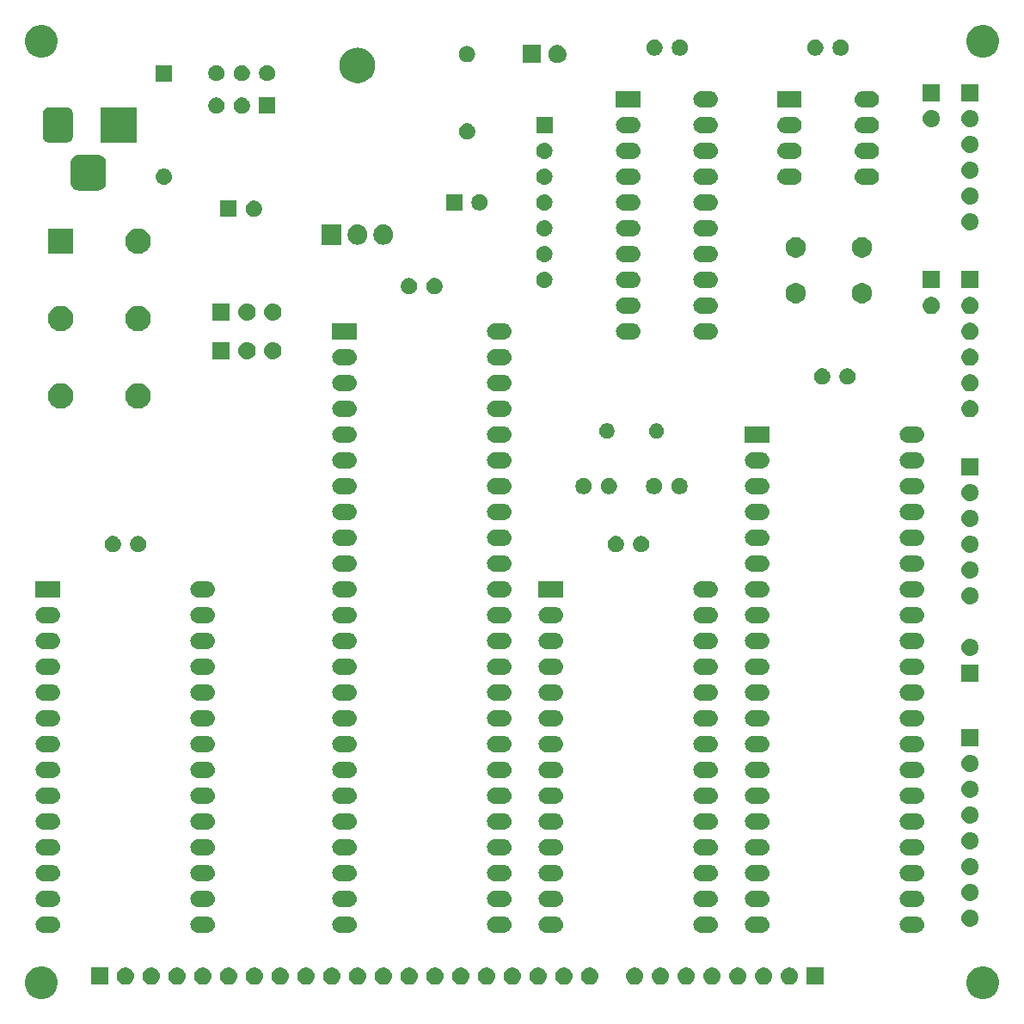
<source format=gbr>
G04 #@! TF.GenerationSoftware,KiCad,Pcbnew,(5.1.0-0)*
G04 #@! TF.CreationDate,2019-04-10T22:03:51-07:00*
G04 #@! TF.ProjectId,mini68k,6d696e69-3638-46b2-9e6b-696361645f70,v02*
G04 #@! TF.SameCoordinates,PX5c0c740PY43d3480*
G04 #@! TF.FileFunction,Soldermask,Bot*
G04 #@! TF.FilePolarity,Negative*
%FSLAX46Y46*%
G04 Gerber Fmt 4.6, Leading zero omitted, Abs format (unit mm)*
G04 Created by KiCad (PCBNEW (5.1.0-0)) date 2019-04-10 22:03:51*
%MOMM*%
%LPD*%
G04 APERTURE LIST*
%ADD10C,0.150000*%
G04 APERTURE END LIST*
D10*
G36*
X89366703Y-87361486D02*
G01*
X89657883Y-87482097D01*
X89919940Y-87657198D01*
X90142802Y-87880060D01*
X90317903Y-88142117D01*
X90438514Y-88433297D01*
X90500000Y-88742412D01*
X90500000Y-89057588D01*
X90438514Y-89366703D01*
X90317903Y-89657883D01*
X90142802Y-89919940D01*
X89919940Y-90142802D01*
X89657883Y-90317903D01*
X89366703Y-90438514D01*
X89057588Y-90500000D01*
X88742412Y-90500000D01*
X88433297Y-90438514D01*
X88142117Y-90317903D01*
X87880060Y-90142802D01*
X87657198Y-89919940D01*
X87482097Y-89657883D01*
X87361486Y-89366703D01*
X87300000Y-89057588D01*
X87300000Y-88742412D01*
X87361486Y-88433297D01*
X87482097Y-88142117D01*
X87657198Y-87880060D01*
X87880060Y-87657198D01*
X88142117Y-87482097D01*
X88433297Y-87361486D01*
X88742412Y-87300000D01*
X89057588Y-87300000D01*
X89366703Y-87361486D01*
X89366703Y-87361486D01*
G37*
G36*
X-3343297Y-87361486D02*
G01*
X-3052117Y-87482097D01*
X-2790060Y-87657198D01*
X-2567198Y-87880060D01*
X-2392097Y-88142117D01*
X-2271486Y-88433297D01*
X-2210000Y-88742412D01*
X-2210000Y-89057588D01*
X-2271486Y-89366703D01*
X-2392097Y-89657883D01*
X-2567198Y-89919940D01*
X-2790060Y-90142802D01*
X-3052117Y-90317903D01*
X-3343297Y-90438514D01*
X-3652412Y-90500000D01*
X-3967588Y-90500000D01*
X-4276703Y-90438514D01*
X-4567883Y-90317903D01*
X-4829940Y-90142802D01*
X-5052802Y-89919940D01*
X-5227903Y-89657883D01*
X-5348514Y-89366703D01*
X-5410000Y-89057588D01*
X-5410000Y-88742412D01*
X-5348514Y-88433297D01*
X-5227903Y-88142117D01*
X-5052802Y-87880060D01*
X-4829940Y-87657198D01*
X-4567883Y-87482097D01*
X-4276703Y-87361486D01*
X-3967588Y-87300000D01*
X-3652412Y-87300000D01*
X-3343297Y-87361486D01*
X-3343297Y-87361486D01*
G37*
G36*
X67476627Y-87427299D02*
G01*
X67556742Y-87451601D01*
X67636855Y-87475903D01*
X67636857Y-87475904D01*
X67784518Y-87554831D01*
X67913949Y-87661051D01*
X68020169Y-87790482D01*
X68099096Y-87938143D01*
X68147701Y-88098373D01*
X68164112Y-88265000D01*
X68147701Y-88431627D01*
X68099096Y-88591857D01*
X68020169Y-88739518D01*
X67913949Y-88868949D01*
X67784518Y-88975169D01*
X67636857Y-89054096D01*
X67636855Y-89054097D01*
X67556742Y-89078399D01*
X67476627Y-89102701D01*
X67351752Y-89115000D01*
X67268248Y-89115000D01*
X67143373Y-89102701D01*
X67063258Y-89078399D01*
X66983145Y-89054097D01*
X66983143Y-89054096D01*
X66835482Y-88975169D01*
X66706051Y-88868949D01*
X66599831Y-88739518D01*
X66520904Y-88591857D01*
X66472299Y-88431627D01*
X66455888Y-88265000D01*
X66472299Y-88098373D01*
X66520904Y-87938143D01*
X66599831Y-87790482D01*
X66706051Y-87661051D01*
X66835482Y-87554831D01*
X66983143Y-87475904D01*
X66983145Y-87475903D01*
X67063258Y-87451601D01*
X67143373Y-87427299D01*
X67268248Y-87415000D01*
X67351752Y-87415000D01*
X67476627Y-87427299D01*
X67476627Y-87427299D01*
G37*
G36*
X64936627Y-87427299D02*
G01*
X65016742Y-87451601D01*
X65096855Y-87475903D01*
X65096857Y-87475904D01*
X65244518Y-87554831D01*
X65373949Y-87661051D01*
X65480169Y-87790482D01*
X65559096Y-87938143D01*
X65607701Y-88098373D01*
X65624112Y-88265000D01*
X65607701Y-88431627D01*
X65559096Y-88591857D01*
X65480169Y-88739518D01*
X65373949Y-88868949D01*
X65244518Y-88975169D01*
X65096857Y-89054096D01*
X65096855Y-89054097D01*
X65016742Y-89078399D01*
X64936627Y-89102701D01*
X64811752Y-89115000D01*
X64728248Y-89115000D01*
X64603373Y-89102701D01*
X64523258Y-89078399D01*
X64443145Y-89054097D01*
X64443143Y-89054096D01*
X64295482Y-88975169D01*
X64166051Y-88868949D01*
X64059831Y-88739518D01*
X63980904Y-88591857D01*
X63932299Y-88431627D01*
X63915888Y-88265000D01*
X63932299Y-88098373D01*
X63980904Y-87938143D01*
X64059831Y-87790482D01*
X64166051Y-87661051D01*
X64295482Y-87554831D01*
X64443143Y-87475904D01*
X64443145Y-87475903D01*
X64523258Y-87451601D01*
X64603373Y-87427299D01*
X64728248Y-87415000D01*
X64811752Y-87415000D01*
X64936627Y-87427299D01*
X64936627Y-87427299D01*
G37*
G36*
X62396627Y-87427299D02*
G01*
X62476742Y-87451601D01*
X62556855Y-87475903D01*
X62556857Y-87475904D01*
X62704518Y-87554831D01*
X62833949Y-87661051D01*
X62940169Y-87790482D01*
X63019096Y-87938143D01*
X63067701Y-88098373D01*
X63084112Y-88265000D01*
X63067701Y-88431627D01*
X63019096Y-88591857D01*
X62940169Y-88739518D01*
X62833949Y-88868949D01*
X62704518Y-88975169D01*
X62556857Y-89054096D01*
X62556855Y-89054097D01*
X62476742Y-89078399D01*
X62396627Y-89102701D01*
X62271752Y-89115000D01*
X62188248Y-89115000D01*
X62063373Y-89102701D01*
X61983258Y-89078399D01*
X61903145Y-89054097D01*
X61903143Y-89054096D01*
X61755482Y-88975169D01*
X61626051Y-88868949D01*
X61519831Y-88739518D01*
X61440904Y-88591857D01*
X61392299Y-88431627D01*
X61375888Y-88265000D01*
X61392299Y-88098373D01*
X61440904Y-87938143D01*
X61519831Y-87790482D01*
X61626051Y-87661051D01*
X61755482Y-87554831D01*
X61903143Y-87475904D01*
X61903145Y-87475903D01*
X61983258Y-87451601D01*
X62063373Y-87427299D01*
X62188248Y-87415000D01*
X62271752Y-87415000D01*
X62396627Y-87427299D01*
X62396627Y-87427299D01*
G37*
G36*
X59856627Y-87427299D02*
G01*
X59936742Y-87451601D01*
X60016855Y-87475903D01*
X60016857Y-87475904D01*
X60164518Y-87554831D01*
X60293949Y-87661051D01*
X60400169Y-87790482D01*
X60479096Y-87938143D01*
X60527701Y-88098373D01*
X60544112Y-88265000D01*
X60527701Y-88431627D01*
X60479096Y-88591857D01*
X60400169Y-88739518D01*
X60293949Y-88868949D01*
X60164518Y-88975169D01*
X60016857Y-89054096D01*
X60016855Y-89054097D01*
X59936742Y-89078399D01*
X59856627Y-89102701D01*
X59731752Y-89115000D01*
X59648248Y-89115000D01*
X59523373Y-89102701D01*
X59443258Y-89078399D01*
X59363145Y-89054097D01*
X59363143Y-89054096D01*
X59215482Y-88975169D01*
X59086051Y-88868949D01*
X58979831Y-88739518D01*
X58900904Y-88591857D01*
X58852299Y-88431627D01*
X58835888Y-88265000D01*
X58852299Y-88098373D01*
X58900904Y-87938143D01*
X58979831Y-87790482D01*
X59086051Y-87661051D01*
X59215482Y-87554831D01*
X59363143Y-87475904D01*
X59363145Y-87475903D01*
X59443258Y-87451601D01*
X59523373Y-87427299D01*
X59648248Y-87415000D01*
X59731752Y-87415000D01*
X59856627Y-87427299D01*
X59856627Y-87427299D01*
G37*
G36*
X57316627Y-87427299D02*
G01*
X57396742Y-87451601D01*
X57476855Y-87475903D01*
X57476857Y-87475904D01*
X57624518Y-87554831D01*
X57753949Y-87661051D01*
X57860169Y-87790482D01*
X57939096Y-87938143D01*
X57987701Y-88098373D01*
X58004112Y-88265000D01*
X57987701Y-88431627D01*
X57939096Y-88591857D01*
X57860169Y-88739518D01*
X57753949Y-88868949D01*
X57624518Y-88975169D01*
X57476857Y-89054096D01*
X57476855Y-89054097D01*
X57396742Y-89078399D01*
X57316627Y-89102701D01*
X57191752Y-89115000D01*
X57108248Y-89115000D01*
X56983373Y-89102701D01*
X56903258Y-89078399D01*
X56823145Y-89054097D01*
X56823143Y-89054096D01*
X56675482Y-88975169D01*
X56546051Y-88868949D01*
X56439831Y-88739518D01*
X56360904Y-88591857D01*
X56312299Y-88431627D01*
X56295888Y-88265000D01*
X56312299Y-88098373D01*
X56360904Y-87938143D01*
X56439831Y-87790482D01*
X56546051Y-87661051D01*
X56675482Y-87554831D01*
X56823143Y-87475904D01*
X56823145Y-87475903D01*
X56903258Y-87451601D01*
X56983373Y-87427299D01*
X57108248Y-87415000D01*
X57191752Y-87415000D01*
X57316627Y-87427299D01*
X57316627Y-87427299D01*
G37*
G36*
X54776627Y-87427299D02*
G01*
X54856742Y-87451601D01*
X54936855Y-87475903D01*
X54936857Y-87475904D01*
X55084518Y-87554831D01*
X55213949Y-87661051D01*
X55320169Y-87790482D01*
X55399096Y-87938143D01*
X55447701Y-88098373D01*
X55464112Y-88265000D01*
X55447701Y-88431627D01*
X55399096Y-88591857D01*
X55320169Y-88739518D01*
X55213949Y-88868949D01*
X55084518Y-88975169D01*
X54936857Y-89054096D01*
X54936855Y-89054097D01*
X54856742Y-89078399D01*
X54776627Y-89102701D01*
X54651752Y-89115000D01*
X54568248Y-89115000D01*
X54443373Y-89102701D01*
X54363258Y-89078399D01*
X54283145Y-89054097D01*
X54283143Y-89054096D01*
X54135482Y-88975169D01*
X54006051Y-88868949D01*
X53899831Y-88739518D01*
X53820904Y-88591857D01*
X53772299Y-88431627D01*
X53755888Y-88265000D01*
X53772299Y-88098373D01*
X53820904Y-87938143D01*
X53899831Y-87790482D01*
X54006051Y-87661051D01*
X54135482Y-87554831D01*
X54283143Y-87475904D01*
X54283145Y-87475903D01*
X54363258Y-87451601D01*
X54443373Y-87427299D01*
X54568248Y-87415000D01*
X54651752Y-87415000D01*
X54776627Y-87427299D01*
X54776627Y-87427299D01*
G37*
G36*
X50331627Y-87427299D02*
G01*
X50411742Y-87451601D01*
X50491855Y-87475903D01*
X50491857Y-87475904D01*
X50639518Y-87554831D01*
X50768949Y-87661051D01*
X50875169Y-87790482D01*
X50954096Y-87938143D01*
X51002701Y-88098373D01*
X51019112Y-88265000D01*
X51002701Y-88431627D01*
X50954096Y-88591857D01*
X50875169Y-88739518D01*
X50768949Y-88868949D01*
X50639518Y-88975169D01*
X50491857Y-89054096D01*
X50491855Y-89054097D01*
X50411742Y-89078399D01*
X50331627Y-89102701D01*
X50206752Y-89115000D01*
X50123248Y-89115000D01*
X49998373Y-89102701D01*
X49918258Y-89078399D01*
X49838145Y-89054097D01*
X49838143Y-89054096D01*
X49690482Y-88975169D01*
X49561051Y-88868949D01*
X49454831Y-88739518D01*
X49375904Y-88591857D01*
X49327299Y-88431627D01*
X49310888Y-88265000D01*
X49327299Y-88098373D01*
X49375904Y-87938143D01*
X49454831Y-87790482D01*
X49561051Y-87661051D01*
X49690482Y-87554831D01*
X49838143Y-87475904D01*
X49838145Y-87475903D01*
X49918258Y-87451601D01*
X49998373Y-87427299D01*
X50123248Y-87415000D01*
X50206752Y-87415000D01*
X50331627Y-87427299D01*
X50331627Y-87427299D01*
G37*
G36*
X47791627Y-87427299D02*
G01*
X47871742Y-87451601D01*
X47951855Y-87475903D01*
X47951857Y-87475904D01*
X48099518Y-87554831D01*
X48228949Y-87661051D01*
X48335169Y-87790482D01*
X48414096Y-87938143D01*
X48462701Y-88098373D01*
X48479112Y-88265000D01*
X48462701Y-88431627D01*
X48414096Y-88591857D01*
X48335169Y-88739518D01*
X48228949Y-88868949D01*
X48099518Y-88975169D01*
X47951857Y-89054096D01*
X47951855Y-89054097D01*
X47871742Y-89078399D01*
X47791627Y-89102701D01*
X47666752Y-89115000D01*
X47583248Y-89115000D01*
X47458373Y-89102701D01*
X47378258Y-89078399D01*
X47298145Y-89054097D01*
X47298143Y-89054096D01*
X47150482Y-88975169D01*
X47021051Y-88868949D01*
X46914831Y-88739518D01*
X46835904Y-88591857D01*
X46787299Y-88431627D01*
X46770888Y-88265000D01*
X46787299Y-88098373D01*
X46835904Y-87938143D01*
X46914831Y-87790482D01*
X47021051Y-87661051D01*
X47150482Y-87554831D01*
X47298143Y-87475904D01*
X47298145Y-87475903D01*
X47378258Y-87451601D01*
X47458373Y-87427299D01*
X47583248Y-87415000D01*
X47666752Y-87415000D01*
X47791627Y-87427299D01*
X47791627Y-87427299D01*
G37*
G36*
X45251627Y-87427299D02*
G01*
X45331742Y-87451601D01*
X45411855Y-87475903D01*
X45411857Y-87475904D01*
X45559518Y-87554831D01*
X45688949Y-87661051D01*
X45795169Y-87790482D01*
X45874096Y-87938143D01*
X45922701Y-88098373D01*
X45939112Y-88265000D01*
X45922701Y-88431627D01*
X45874096Y-88591857D01*
X45795169Y-88739518D01*
X45688949Y-88868949D01*
X45559518Y-88975169D01*
X45411857Y-89054096D01*
X45411855Y-89054097D01*
X45331742Y-89078399D01*
X45251627Y-89102701D01*
X45126752Y-89115000D01*
X45043248Y-89115000D01*
X44918373Y-89102701D01*
X44838258Y-89078399D01*
X44758145Y-89054097D01*
X44758143Y-89054096D01*
X44610482Y-88975169D01*
X44481051Y-88868949D01*
X44374831Y-88739518D01*
X44295904Y-88591857D01*
X44247299Y-88431627D01*
X44230888Y-88265000D01*
X44247299Y-88098373D01*
X44295904Y-87938143D01*
X44374831Y-87790482D01*
X44481051Y-87661051D01*
X44610482Y-87554831D01*
X44758143Y-87475904D01*
X44758145Y-87475903D01*
X44838258Y-87451601D01*
X44918373Y-87427299D01*
X45043248Y-87415000D01*
X45126752Y-87415000D01*
X45251627Y-87427299D01*
X45251627Y-87427299D01*
G37*
G36*
X42711627Y-87427299D02*
G01*
X42791742Y-87451601D01*
X42871855Y-87475903D01*
X42871857Y-87475904D01*
X43019518Y-87554831D01*
X43148949Y-87661051D01*
X43255169Y-87790482D01*
X43334096Y-87938143D01*
X43382701Y-88098373D01*
X43399112Y-88265000D01*
X43382701Y-88431627D01*
X43334096Y-88591857D01*
X43255169Y-88739518D01*
X43148949Y-88868949D01*
X43019518Y-88975169D01*
X42871857Y-89054096D01*
X42871855Y-89054097D01*
X42791742Y-89078399D01*
X42711627Y-89102701D01*
X42586752Y-89115000D01*
X42503248Y-89115000D01*
X42378373Y-89102701D01*
X42298258Y-89078399D01*
X42218145Y-89054097D01*
X42218143Y-89054096D01*
X42070482Y-88975169D01*
X41941051Y-88868949D01*
X41834831Y-88739518D01*
X41755904Y-88591857D01*
X41707299Y-88431627D01*
X41690888Y-88265000D01*
X41707299Y-88098373D01*
X41755904Y-87938143D01*
X41834831Y-87790482D01*
X41941051Y-87661051D01*
X42070482Y-87554831D01*
X42218143Y-87475904D01*
X42218145Y-87475903D01*
X42298258Y-87451601D01*
X42378373Y-87427299D01*
X42503248Y-87415000D01*
X42586752Y-87415000D01*
X42711627Y-87427299D01*
X42711627Y-87427299D01*
G37*
G36*
X40171627Y-87427299D02*
G01*
X40251742Y-87451601D01*
X40331855Y-87475903D01*
X40331857Y-87475904D01*
X40479518Y-87554831D01*
X40608949Y-87661051D01*
X40715169Y-87790482D01*
X40794096Y-87938143D01*
X40842701Y-88098373D01*
X40859112Y-88265000D01*
X40842701Y-88431627D01*
X40794096Y-88591857D01*
X40715169Y-88739518D01*
X40608949Y-88868949D01*
X40479518Y-88975169D01*
X40331857Y-89054096D01*
X40331855Y-89054097D01*
X40251742Y-89078399D01*
X40171627Y-89102701D01*
X40046752Y-89115000D01*
X39963248Y-89115000D01*
X39838373Y-89102701D01*
X39758258Y-89078399D01*
X39678145Y-89054097D01*
X39678143Y-89054096D01*
X39530482Y-88975169D01*
X39401051Y-88868949D01*
X39294831Y-88739518D01*
X39215904Y-88591857D01*
X39167299Y-88431627D01*
X39150888Y-88265000D01*
X39167299Y-88098373D01*
X39215904Y-87938143D01*
X39294831Y-87790482D01*
X39401051Y-87661051D01*
X39530482Y-87554831D01*
X39678143Y-87475904D01*
X39678145Y-87475903D01*
X39758258Y-87451601D01*
X39838373Y-87427299D01*
X39963248Y-87415000D01*
X40046752Y-87415000D01*
X40171627Y-87427299D01*
X40171627Y-87427299D01*
G37*
G36*
X37631627Y-87427299D02*
G01*
X37711742Y-87451601D01*
X37791855Y-87475903D01*
X37791857Y-87475904D01*
X37939518Y-87554831D01*
X38068949Y-87661051D01*
X38175169Y-87790482D01*
X38254096Y-87938143D01*
X38302701Y-88098373D01*
X38319112Y-88265000D01*
X38302701Y-88431627D01*
X38254096Y-88591857D01*
X38175169Y-88739518D01*
X38068949Y-88868949D01*
X37939518Y-88975169D01*
X37791857Y-89054096D01*
X37791855Y-89054097D01*
X37711742Y-89078399D01*
X37631627Y-89102701D01*
X37506752Y-89115000D01*
X37423248Y-89115000D01*
X37298373Y-89102701D01*
X37218258Y-89078399D01*
X37138145Y-89054097D01*
X37138143Y-89054096D01*
X36990482Y-88975169D01*
X36861051Y-88868949D01*
X36754831Y-88739518D01*
X36675904Y-88591857D01*
X36627299Y-88431627D01*
X36610888Y-88265000D01*
X36627299Y-88098373D01*
X36675904Y-87938143D01*
X36754831Y-87790482D01*
X36861051Y-87661051D01*
X36990482Y-87554831D01*
X37138143Y-87475904D01*
X37138145Y-87475903D01*
X37218258Y-87451601D01*
X37298373Y-87427299D01*
X37423248Y-87415000D01*
X37506752Y-87415000D01*
X37631627Y-87427299D01*
X37631627Y-87427299D01*
G37*
G36*
X35091627Y-87427299D02*
G01*
X35171742Y-87451601D01*
X35251855Y-87475903D01*
X35251857Y-87475904D01*
X35399518Y-87554831D01*
X35528949Y-87661051D01*
X35635169Y-87790482D01*
X35714096Y-87938143D01*
X35762701Y-88098373D01*
X35779112Y-88265000D01*
X35762701Y-88431627D01*
X35714096Y-88591857D01*
X35635169Y-88739518D01*
X35528949Y-88868949D01*
X35399518Y-88975169D01*
X35251857Y-89054096D01*
X35251855Y-89054097D01*
X35171742Y-89078399D01*
X35091627Y-89102701D01*
X34966752Y-89115000D01*
X34883248Y-89115000D01*
X34758373Y-89102701D01*
X34678258Y-89078399D01*
X34598145Y-89054097D01*
X34598143Y-89054096D01*
X34450482Y-88975169D01*
X34321051Y-88868949D01*
X34214831Y-88739518D01*
X34135904Y-88591857D01*
X34087299Y-88431627D01*
X34070888Y-88265000D01*
X34087299Y-88098373D01*
X34135904Y-87938143D01*
X34214831Y-87790482D01*
X34321051Y-87661051D01*
X34450482Y-87554831D01*
X34598143Y-87475904D01*
X34598145Y-87475903D01*
X34678258Y-87451601D01*
X34758373Y-87427299D01*
X34883248Y-87415000D01*
X34966752Y-87415000D01*
X35091627Y-87427299D01*
X35091627Y-87427299D01*
G37*
G36*
X32551627Y-87427299D02*
G01*
X32631742Y-87451601D01*
X32711855Y-87475903D01*
X32711857Y-87475904D01*
X32859518Y-87554831D01*
X32988949Y-87661051D01*
X33095169Y-87790482D01*
X33174096Y-87938143D01*
X33222701Y-88098373D01*
X33239112Y-88265000D01*
X33222701Y-88431627D01*
X33174096Y-88591857D01*
X33095169Y-88739518D01*
X32988949Y-88868949D01*
X32859518Y-88975169D01*
X32711857Y-89054096D01*
X32711855Y-89054097D01*
X32631742Y-89078399D01*
X32551627Y-89102701D01*
X32426752Y-89115000D01*
X32343248Y-89115000D01*
X32218373Y-89102701D01*
X32138258Y-89078399D01*
X32058145Y-89054097D01*
X32058143Y-89054096D01*
X31910482Y-88975169D01*
X31781051Y-88868949D01*
X31674831Y-88739518D01*
X31595904Y-88591857D01*
X31547299Y-88431627D01*
X31530888Y-88265000D01*
X31547299Y-88098373D01*
X31595904Y-87938143D01*
X31674831Y-87790482D01*
X31781051Y-87661051D01*
X31910482Y-87554831D01*
X32058143Y-87475904D01*
X32058145Y-87475903D01*
X32138258Y-87451601D01*
X32218373Y-87427299D01*
X32343248Y-87415000D01*
X32426752Y-87415000D01*
X32551627Y-87427299D01*
X32551627Y-87427299D01*
G37*
G36*
X30011627Y-87427299D02*
G01*
X30091742Y-87451601D01*
X30171855Y-87475903D01*
X30171857Y-87475904D01*
X30319518Y-87554831D01*
X30448949Y-87661051D01*
X30555169Y-87790482D01*
X30634096Y-87938143D01*
X30682701Y-88098373D01*
X30699112Y-88265000D01*
X30682701Y-88431627D01*
X30634096Y-88591857D01*
X30555169Y-88739518D01*
X30448949Y-88868949D01*
X30319518Y-88975169D01*
X30171857Y-89054096D01*
X30171855Y-89054097D01*
X30091742Y-89078399D01*
X30011627Y-89102701D01*
X29886752Y-89115000D01*
X29803248Y-89115000D01*
X29678373Y-89102701D01*
X29598258Y-89078399D01*
X29518145Y-89054097D01*
X29518143Y-89054096D01*
X29370482Y-88975169D01*
X29241051Y-88868949D01*
X29134831Y-88739518D01*
X29055904Y-88591857D01*
X29007299Y-88431627D01*
X28990888Y-88265000D01*
X29007299Y-88098373D01*
X29055904Y-87938143D01*
X29134831Y-87790482D01*
X29241051Y-87661051D01*
X29370482Y-87554831D01*
X29518143Y-87475904D01*
X29518145Y-87475903D01*
X29598258Y-87451601D01*
X29678373Y-87427299D01*
X29803248Y-87415000D01*
X29886752Y-87415000D01*
X30011627Y-87427299D01*
X30011627Y-87427299D01*
G37*
G36*
X27471627Y-87427299D02*
G01*
X27551742Y-87451601D01*
X27631855Y-87475903D01*
X27631857Y-87475904D01*
X27779518Y-87554831D01*
X27908949Y-87661051D01*
X28015169Y-87790482D01*
X28094096Y-87938143D01*
X28142701Y-88098373D01*
X28159112Y-88265000D01*
X28142701Y-88431627D01*
X28094096Y-88591857D01*
X28015169Y-88739518D01*
X27908949Y-88868949D01*
X27779518Y-88975169D01*
X27631857Y-89054096D01*
X27631855Y-89054097D01*
X27551742Y-89078399D01*
X27471627Y-89102701D01*
X27346752Y-89115000D01*
X27263248Y-89115000D01*
X27138373Y-89102701D01*
X27058258Y-89078399D01*
X26978145Y-89054097D01*
X26978143Y-89054096D01*
X26830482Y-88975169D01*
X26701051Y-88868949D01*
X26594831Y-88739518D01*
X26515904Y-88591857D01*
X26467299Y-88431627D01*
X26450888Y-88265000D01*
X26467299Y-88098373D01*
X26515904Y-87938143D01*
X26594831Y-87790482D01*
X26701051Y-87661051D01*
X26830482Y-87554831D01*
X26978143Y-87475904D01*
X26978145Y-87475903D01*
X27058258Y-87451601D01*
X27138373Y-87427299D01*
X27263248Y-87415000D01*
X27346752Y-87415000D01*
X27471627Y-87427299D01*
X27471627Y-87427299D01*
G37*
G36*
X24931627Y-87427299D02*
G01*
X25011742Y-87451601D01*
X25091855Y-87475903D01*
X25091857Y-87475904D01*
X25239518Y-87554831D01*
X25368949Y-87661051D01*
X25475169Y-87790482D01*
X25554096Y-87938143D01*
X25602701Y-88098373D01*
X25619112Y-88265000D01*
X25602701Y-88431627D01*
X25554096Y-88591857D01*
X25475169Y-88739518D01*
X25368949Y-88868949D01*
X25239518Y-88975169D01*
X25091857Y-89054096D01*
X25091855Y-89054097D01*
X25011742Y-89078399D01*
X24931627Y-89102701D01*
X24806752Y-89115000D01*
X24723248Y-89115000D01*
X24598373Y-89102701D01*
X24518258Y-89078399D01*
X24438145Y-89054097D01*
X24438143Y-89054096D01*
X24290482Y-88975169D01*
X24161051Y-88868949D01*
X24054831Y-88739518D01*
X23975904Y-88591857D01*
X23927299Y-88431627D01*
X23910888Y-88265000D01*
X23927299Y-88098373D01*
X23975904Y-87938143D01*
X24054831Y-87790482D01*
X24161051Y-87661051D01*
X24290482Y-87554831D01*
X24438143Y-87475904D01*
X24438145Y-87475903D01*
X24518258Y-87451601D01*
X24598373Y-87427299D01*
X24723248Y-87415000D01*
X24806752Y-87415000D01*
X24931627Y-87427299D01*
X24931627Y-87427299D01*
G37*
G36*
X22391627Y-87427299D02*
G01*
X22471742Y-87451601D01*
X22551855Y-87475903D01*
X22551857Y-87475904D01*
X22699518Y-87554831D01*
X22828949Y-87661051D01*
X22935169Y-87790482D01*
X23014096Y-87938143D01*
X23062701Y-88098373D01*
X23079112Y-88265000D01*
X23062701Y-88431627D01*
X23014096Y-88591857D01*
X22935169Y-88739518D01*
X22828949Y-88868949D01*
X22699518Y-88975169D01*
X22551857Y-89054096D01*
X22551855Y-89054097D01*
X22471742Y-89078399D01*
X22391627Y-89102701D01*
X22266752Y-89115000D01*
X22183248Y-89115000D01*
X22058373Y-89102701D01*
X21978258Y-89078399D01*
X21898145Y-89054097D01*
X21898143Y-89054096D01*
X21750482Y-88975169D01*
X21621051Y-88868949D01*
X21514831Y-88739518D01*
X21435904Y-88591857D01*
X21387299Y-88431627D01*
X21370888Y-88265000D01*
X21387299Y-88098373D01*
X21435904Y-87938143D01*
X21514831Y-87790482D01*
X21621051Y-87661051D01*
X21750482Y-87554831D01*
X21898143Y-87475904D01*
X21898145Y-87475903D01*
X21978258Y-87451601D01*
X22058373Y-87427299D01*
X22183248Y-87415000D01*
X22266752Y-87415000D01*
X22391627Y-87427299D01*
X22391627Y-87427299D01*
G37*
G36*
X19851627Y-87427299D02*
G01*
X19931742Y-87451601D01*
X20011855Y-87475903D01*
X20011857Y-87475904D01*
X20159518Y-87554831D01*
X20288949Y-87661051D01*
X20395169Y-87790482D01*
X20474096Y-87938143D01*
X20522701Y-88098373D01*
X20539112Y-88265000D01*
X20522701Y-88431627D01*
X20474096Y-88591857D01*
X20395169Y-88739518D01*
X20288949Y-88868949D01*
X20159518Y-88975169D01*
X20011857Y-89054096D01*
X20011855Y-89054097D01*
X19931742Y-89078399D01*
X19851627Y-89102701D01*
X19726752Y-89115000D01*
X19643248Y-89115000D01*
X19518373Y-89102701D01*
X19438258Y-89078399D01*
X19358145Y-89054097D01*
X19358143Y-89054096D01*
X19210482Y-88975169D01*
X19081051Y-88868949D01*
X18974831Y-88739518D01*
X18895904Y-88591857D01*
X18847299Y-88431627D01*
X18830888Y-88265000D01*
X18847299Y-88098373D01*
X18895904Y-87938143D01*
X18974831Y-87790482D01*
X19081051Y-87661051D01*
X19210482Y-87554831D01*
X19358143Y-87475904D01*
X19358145Y-87475903D01*
X19438258Y-87451601D01*
X19518373Y-87427299D01*
X19643248Y-87415000D01*
X19726752Y-87415000D01*
X19851627Y-87427299D01*
X19851627Y-87427299D01*
G37*
G36*
X17311627Y-87427299D02*
G01*
X17391742Y-87451601D01*
X17471855Y-87475903D01*
X17471857Y-87475904D01*
X17619518Y-87554831D01*
X17748949Y-87661051D01*
X17855169Y-87790482D01*
X17934096Y-87938143D01*
X17982701Y-88098373D01*
X17999112Y-88265000D01*
X17982701Y-88431627D01*
X17934096Y-88591857D01*
X17855169Y-88739518D01*
X17748949Y-88868949D01*
X17619518Y-88975169D01*
X17471857Y-89054096D01*
X17471855Y-89054097D01*
X17391742Y-89078399D01*
X17311627Y-89102701D01*
X17186752Y-89115000D01*
X17103248Y-89115000D01*
X16978373Y-89102701D01*
X16898258Y-89078399D01*
X16818145Y-89054097D01*
X16818143Y-89054096D01*
X16670482Y-88975169D01*
X16541051Y-88868949D01*
X16434831Y-88739518D01*
X16355904Y-88591857D01*
X16307299Y-88431627D01*
X16290888Y-88265000D01*
X16307299Y-88098373D01*
X16355904Y-87938143D01*
X16434831Y-87790482D01*
X16541051Y-87661051D01*
X16670482Y-87554831D01*
X16818143Y-87475904D01*
X16818145Y-87475903D01*
X16898258Y-87451601D01*
X16978373Y-87427299D01*
X17103248Y-87415000D01*
X17186752Y-87415000D01*
X17311627Y-87427299D01*
X17311627Y-87427299D01*
G37*
G36*
X14771627Y-87427299D02*
G01*
X14851742Y-87451601D01*
X14931855Y-87475903D01*
X14931857Y-87475904D01*
X15079518Y-87554831D01*
X15208949Y-87661051D01*
X15315169Y-87790482D01*
X15394096Y-87938143D01*
X15442701Y-88098373D01*
X15459112Y-88265000D01*
X15442701Y-88431627D01*
X15394096Y-88591857D01*
X15315169Y-88739518D01*
X15208949Y-88868949D01*
X15079518Y-88975169D01*
X14931857Y-89054096D01*
X14931855Y-89054097D01*
X14851742Y-89078399D01*
X14771627Y-89102701D01*
X14646752Y-89115000D01*
X14563248Y-89115000D01*
X14438373Y-89102701D01*
X14358258Y-89078399D01*
X14278145Y-89054097D01*
X14278143Y-89054096D01*
X14130482Y-88975169D01*
X14001051Y-88868949D01*
X13894831Y-88739518D01*
X13815904Y-88591857D01*
X13767299Y-88431627D01*
X13750888Y-88265000D01*
X13767299Y-88098373D01*
X13815904Y-87938143D01*
X13894831Y-87790482D01*
X14001051Y-87661051D01*
X14130482Y-87554831D01*
X14278143Y-87475904D01*
X14278145Y-87475903D01*
X14358258Y-87451601D01*
X14438373Y-87427299D01*
X14563248Y-87415000D01*
X14646752Y-87415000D01*
X14771627Y-87427299D01*
X14771627Y-87427299D01*
G37*
G36*
X12231627Y-87427299D02*
G01*
X12311742Y-87451601D01*
X12391855Y-87475903D01*
X12391857Y-87475904D01*
X12539518Y-87554831D01*
X12668949Y-87661051D01*
X12775169Y-87790482D01*
X12854096Y-87938143D01*
X12902701Y-88098373D01*
X12919112Y-88265000D01*
X12902701Y-88431627D01*
X12854096Y-88591857D01*
X12775169Y-88739518D01*
X12668949Y-88868949D01*
X12539518Y-88975169D01*
X12391857Y-89054096D01*
X12391855Y-89054097D01*
X12311742Y-89078399D01*
X12231627Y-89102701D01*
X12106752Y-89115000D01*
X12023248Y-89115000D01*
X11898373Y-89102701D01*
X11818258Y-89078399D01*
X11738145Y-89054097D01*
X11738143Y-89054096D01*
X11590482Y-88975169D01*
X11461051Y-88868949D01*
X11354831Y-88739518D01*
X11275904Y-88591857D01*
X11227299Y-88431627D01*
X11210888Y-88265000D01*
X11227299Y-88098373D01*
X11275904Y-87938143D01*
X11354831Y-87790482D01*
X11461051Y-87661051D01*
X11590482Y-87554831D01*
X11738143Y-87475904D01*
X11738145Y-87475903D01*
X11818258Y-87451601D01*
X11898373Y-87427299D01*
X12023248Y-87415000D01*
X12106752Y-87415000D01*
X12231627Y-87427299D01*
X12231627Y-87427299D01*
G37*
G36*
X9691627Y-87427299D02*
G01*
X9771742Y-87451601D01*
X9851855Y-87475903D01*
X9851857Y-87475904D01*
X9999518Y-87554831D01*
X10128949Y-87661051D01*
X10235169Y-87790482D01*
X10314096Y-87938143D01*
X10362701Y-88098373D01*
X10379112Y-88265000D01*
X10362701Y-88431627D01*
X10314096Y-88591857D01*
X10235169Y-88739518D01*
X10128949Y-88868949D01*
X9999518Y-88975169D01*
X9851857Y-89054096D01*
X9851855Y-89054097D01*
X9771742Y-89078399D01*
X9691627Y-89102701D01*
X9566752Y-89115000D01*
X9483248Y-89115000D01*
X9358373Y-89102701D01*
X9278258Y-89078399D01*
X9198145Y-89054097D01*
X9198143Y-89054096D01*
X9050482Y-88975169D01*
X8921051Y-88868949D01*
X8814831Y-88739518D01*
X8735904Y-88591857D01*
X8687299Y-88431627D01*
X8670888Y-88265000D01*
X8687299Y-88098373D01*
X8735904Y-87938143D01*
X8814831Y-87790482D01*
X8921051Y-87661051D01*
X9050482Y-87554831D01*
X9198143Y-87475904D01*
X9198145Y-87475903D01*
X9278258Y-87451601D01*
X9358373Y-87427299D01*
X9483248Y-87415000D01*
X9566752Y-87415000D01*
X9691627Y-87427299D01*
X9691627Y-87427299D01*
G37*
G36*
X7151627Y-87427299D02*
G01*
X7231742Y-87451601D01*
X7311855Y-87475903D01*
X7311857Y-87475904D01*
X7459518Y-87554831D01*
X7588949Y-87661051D01*
X7695169Y-87790482D01*
X7774096Y-87938143D01*
X7822701Y-88098373D01*
X7839112Y-88265000D01*
X7822701Y-88431627D01*
X7774096Y-88591857D01*
X7695169Y-88739518D01*
X7588949Y-88868949D01*
X7459518Y-88975169D01*
X7311857Y-89054096D01*
X7311855Y-89054097D01*
X7231742Y-89078399D01*
X7151627Y-89102701D01*
X7026752Y-89115000D01*
X6943248Y-89115000D01*
X6818373Y-89102701D01*
X6738258Y-89078399D01*
X6658145Y-89054097D01*
X6658143Y-89054096D01*
X6510482Y-88975169D01*
X6381051Y-88868949D01*
X6274831Y-88739518D01*
X6195904Y-88591857D01*
X6147299Y-88431627D01*
X6130888Y-88265000D01*
X6147299Y-88098373D01*
X6195904Y-87938143D01*
X6274831Y-87790482D01*
X6381051Y-87661051D01*
X6510482Y-87554831D01*
X6658143Y-87475904D01*
X6658145Y-87475903D01*
X6738258Y-87451601D01*
X6818373Y-87427299D01*
X6943248Y-87415000D01*
X7026752Y-87415000D01*
X7151627Y-87427299D01*
X7151627Y-87427299D01*
G37*
G36*
X4611627Y-87427299D02*
G01*
X4691742Y-87451601D01*
X4771855Y-87475903D01*
X4771857Y-87475904D01*
X4919518Y-87554831D01*
X5048949Y-87661051D01*
X5155169Y-87790482D01*
X5234096Y-87938143D01*
X5282701Y-88098373D01*
X5299112Y-88265000D01*
X5282701Y-88431627D01*
X5234096Y-88591857D01*
X5155169Y-88739518D01*
X5048949Y-88868949D01*
X4919518Y-88975169D01*
X4771857Y-89054096D01*
X4771855Y-89054097D01*
X4691742Y-89078399D01*
X4611627Y-89102701D01*
X4486752Y-89115000D01*
X4403248Y-89115000D01*
X4278373Y-89102701D01*
X4198258Y-89078399D01*
X4118145Y-89054097D01*
X4118143Y-89054096D01*
X3970482Y-88975169D01*
X3841051Y-88868949D01*
X3734831Y-88739518D01*
X3655904Y-88591857D01*
X3607299Y-88431627D01*
X3590888Y-88265000D01*
X3607299Y-88098373D01*
X3655904Y-87938143D01*
X3734831Y-87790482D01*
X3841051Y-87661051D01*
X3970482Y-87554831D01*
X4118143Y-87475904D01*
X4118145Y-87475903D01*
X4198258Y-87451601D01*
X4278373Y-87427299D01*
X4403248Y-87415000D01*
X4486752Y-87415000D01*
X4611627Y-87427299D01*
X4611627Y-87427299D01*
G37*
G36*
X2755000Y-89115000D02*
G01*
X1055000Y-89115000D01*
X1055000Y-87415000D01*
X2755000Y-87415000D01*
X2755000Y-89115000D01*
X2755000Y-89115000D01*
G37*
G36*
X73240000Y-89115000D02*
G01*
X71540000Y-89115000D01*
X71540000Y-87415000D01*
X73240000Y-87415000D01*
X73240000Y-89115000D01*
X73240000Y-89115000D01*
G37*
G36*
X70016627Y-87427299D02*
G01*
X70096742Y-87451601D01*
X70176855Y-87475903D01*
X70176857Y-87475904D01*
X70324518Y-87554831D01*
X70453949Y-87661051D01*
X70560169Y-87790482D01*
X70639096Y-87938143D01*
X70687701Y-88098373D01*
X70704112Y-88265000D01*
X70687701Y-88431627D01*
X70639096Y-88591857D01*
X70560169Y-88739518D01*
X70453949Y-88868949D01*
X70324518Y-88975169D01*
X70176857Y-89054096D01*
X70176855Y-89054097D01*
X70096742Y-89078399D01*
X70016627Y-89102701D01*
X69891752Y-89115000D01*
X69808248Y-89115000D01*
X69683373Y-89102701D01*
X69603258Y-89078399D01*
X69523145Y-89054097D01*
X69523143Y-89054096D01*
X69375482Y-88975169D01*
X69246051Y-88868949D01*
X69139831Y-88739518D01*
X69060904Y-88591857D01*
X69012299Y-88431627D01*
X68995888Y-88265000D01*
X69012299Y-88098373D01*
X69060904Y-87938143D01*
X69139831Y-87790482D01*
X69246051Y-87661051D01*
X69375482Y-87554831D01*
X69523143Y-87475904D01*
X69523145Y-87475903D01*
X69603258Y-87451601D01*
X69683373Y-87427299D01*
X69808248Y-87415000D01*
X69891752Y-87415000D01*
X70016627Y-87427299D01*
X70016627Y-87427299D01*
G37*
G36*
X82393471Y-82388859D02*
G01*
X82471827Y-82396576D01*
X82622628Y-82442321D01*
X82622630Y-82442322D01*
X82761605Y-82516606D01*
X82883422Y-82616578D01*
X82965530Y-82716627D01*
X82983393Y-82738394D01*
X83057679Y-82877372D01*
X83103424Y-83028173D01*
X83118870Y-83185000D01*
X83103424Y-83341827D01*
X83089508Y-83387701D01*
X83057678Y-83492630D01*
X82983394Y-83631605D01*
X82883422Y-83753422D01*
X82761605Y-83853394D01*
X82622630Y-83927678D01*
X82622628Y-83927679D01*
X82471827Y-83973424D01*
X82393471Y-83981141D01*
X82354294Y-83985000D01*
X81475706Y-83985000D01*
X81436529Y-83981141D01*
X81358173Y-83973424D01*
X81207372Y-83927679D01*
X81207370Y-83927678D01*
X81068395Y-83853394D01*
X80946578Y-83753422D01*
X80846606Y-83631605D01*
X80772322Y-83492630D01*
X80740492Y-83387701D01*
X80726576Y-83341827D01*
X80711130Y-83185000D01*
X80726576Y-83028173D01*
X80772321Y-82877372D01*
X80846607Y-82738394D01*
X80864471Y-82716627D01*
X80946578Y-82616578D01*
X81068395Y-82516606D01*
X81207370Y-82442322D01*
X81207372Y-82442321D01*
X81358173Y-82396576D01*
X81436529Y-82388859D01*
X81475706Y-82385000D01*
X82354294Y-82385000D01*
X82393471Y-82388859D01*
X82393471Y-82388859D01*
G37*
G36*
X-2696529Y-82388859D02*
G01*
X-2618173Y-82396576D01*
X-2467372Y-82442321D01*
X-2467370Y-82442322D01*
X-2328395Y-82516606D01*
X-2206578Y-82616578D01*
X-2124470Y-82716627D01*
X-2106607Y-82738394D01*
X-2032321Y-82877372D01*
X-1986576Y-83028173D01*
X-1971130Y-83185000D01*
X-1986576Y-83341827D01*
X-2000492Y-83387701D01*
X-2032322Y-83492630D01*
X-2106606Y-83631605D01*
X-2206578Y-83753422D01*
X-2328395Y-83853394D01*
X-2467370Y-83927678D01*
X-2467372Y-83927679D01*
X-2618173Y-83973424D01*
X-2696529Y-83981141D01*
X-2735706Y-83985000D01*
X-3614294Y-83985000D01*
X-3653471Y-83981141D01*
X-3731827Y-83973424D01*
X-3882628Y-83927679D01*
X-3882630Y-83927678D01*
X-4021605Y-83853394D01*
X-4143422Y-83753422D01*
X-4243394Y-83631605D01*
X-4317678Y-83492630D01*
X-4349508Y-83387701D01*
X-4363424Y-83341827D01*
X-4378870Y-83185000D01*
X-4363424Y-83028173D01*
X-4317679Y-82877372D01*
X-4243393Y-82738394D01*
X-4225529Y-82716627D01*
X-4143422Y-82616578D01*
X-4021605Y-82516606D01*
X-3882630Y-82442322D01*
X-3882628Y-82442321D01*
X-3731827Y-82396576D01*
X-3653471Y-82388859D01*
X-3614294Y-82385000D01*
X-2735706Y-82385000D01*
X-2696529Y-82388859D01*
X-2696529Y-82388859D01*
G37*
G36*
X12543471Y-82388859D02*
G01*
X12621827Y-82396576D01*
X12772628Y-82442321D01*
X12772630Y-82442322D01*
X12911605Y-82516606D01*
X13033422Y-82616578D01*
X13115530Y-82716627D01*
X13133393Y-82738394D01*
X13207679Y-82877372D01*
X13253424Y-83028173D01*
X13268870Y-83185000D01*
X13253424Y-83341827D01*
X13239508Y-83387701D01*
X13207678Y-83492630D01*
X13133394Y-83631605D01*
X13033422Y-83753422D01*
X12911605Y-83853394D01*
X12772630Y-83927678D01*
X12772628Y-83927679D01*
X12621827Y-83973424D01*
X12543471Y-83981141D01*
X12504294Y-83985000D01*
X11625706Y-83985000D01*
X11586529Y-83981141D01*
X11508173Y-83973424D01*
X11357372Y-83927679D01*
X11357370Y-83927678D01*
X11218395Y-83853394D01*
X11096578Y-83753422D01*
X10996606Y-83631605D01*
X10922322Y-83492630D01*
X10890492Y-83387701D01*
X10876576Y-83341827D01*
X10861130Y-83185000D01*
X10876576Y-83028173D01*
X10922321Y-82877372D01*
X10996607Y-82738394D01*
X11014471Y-82716627D01*
X11096578Y-82616578D01*
X11218395Y-82516606D01*
X11357370Y-82442322D01*
X11357372Y-82442321D01*
X11508173Y-82396576D01*
X11586529Y-82388859D01*
X11625706Y-82385000D01*
X12504294Y-82385000D01*
X12543471Y-82388859D01*
X12543471Y-82388859D01*
G37*
G36*
X26513471Y-82388859D02*
G01*
X26591827Y-82396576D01*
X26742628Y-82442321D01*
X26742630Y-82442322D01*
X26881605Y-82516606D01*
X27003422Y-82616578D01*
X27085530Y-82716627D01*
X27103393Y-82738394D01*
X27177679Y-82877372D01*
X27223424Y-83028173D01*
X27238870Y-83185000D01*
X27223424Y-83341827D01*
X27209508Y-83387701D01*
X27177678Y-83492630D01*
X27103394Y-83631605D01*
X27003422Y-83753422D01*
X26881605Y-83853394D01*
X26742630Y-83927678D01*
X26742628Y-83927679D01*
X26591827Y-83973424D01*
X26513471Y-83981141D01*
X26474294Y-83985000D01*
X25595706Y-83985000D01*
X25556529Y-83981141D01*
X25478173Y-83973424D01*
X25327372Y-83927679D01*
X25327370Y-83927678D01*
X25188395Y-83853394D01*
X25066578Y-83753422D01*
X24966606Y-83631605D01*
X24892322Y-83492630D01*
X24860492Y-83387701D01*
X24846576Y-83341827D01*
X24831130Y-83185000D01*
X24846576Y-83028173D01*
X24892321Y-82877372D01*
X24966607Y-82738394D01*
X24984471Y-82716627D01*
X25066578Y-82616578D01*
X25188395Y-82516606D01*
X25327370Y-82442322D01*
X25327372Y-82442321D01*
X25478173Y-82396576D01*
X25556529Y-82388859D01*
X25595706Y-82385000D01*
X26474294Y-82385000D01*
X26513471Y-82388859D01*
X26513471Y-82388859D01*
G37*
G36*
X41753471Y-82388859D02*
G01*
X41831827Y-82396576D01*
X41982628Y-82442321D01*
X41982630Y-82442322D01*
X42121605Y-82516606D01*
X42243422Y-82616578D01*
X42325530Y-82716627D01*
X42343393Y-82738394D01*
X42417679Y-82877372D01*
X42463424Y-83028173D01*
X42478870Y-83185000D01*
X42463424Y-83341827D01*
X42449508Y-83387701D01*
X42417678Y-83492630D01*
X42343394Y-83631605D01*
X42243422Y-83753422D01*
X42121605Y-83853394D01*
X41982630Y-83927678D01*
X41982628Y-83927679D01*
X41831827Y-83973424D01*
X41753471Y-83981141D01*
X41714294Y-83985000D01*
X40835706Y-83985000D01*
X40796529Y-83981141D01*
X40718173Y-83973424D01*
X40567372Y-83927679D01*
X40567370Y-83927678D01*
X40428395Y-83853394D01*
X40306578Y-83753422D01*
X40206606Y-83631605D01*
X40132322Y-83492630D01*
X40100492Y-83387701D01*
X40086576Y-83341827D01*
X40071130Y-83185000D01*
X40086576Y-83028173D01*
X40132321Y-82877372D01*
X40206607Y-82738394D01*
X40224471Y-82716627D01*
X40306578Y-82616578D01*
X40428395Y-82516606D01*
X40567370Y-82442322D01*
X40567372Y-82442321D01*
X40718173Y-82396576D01*
X40796529Y-82388859D01*
X40835706Y-82385000D01*
X41714294Y-82385000D01*
X41753471Y-82388859D01*
X41753471Y-82388859D01*
G37*
G36*
X46833471Y-82388859D02*
G01*
X46911827Y-82396576D01*
X47062628Y-82442321D01*
X47062630Y-82442322D01*
X47201605Y-82516606D01*
X47323422Y-82616578D01*
X47405530Y-82716627D01*
X47423393Y-82738394D01*
X47497679Y-82877372D01*
X47543424Y-83028173D01*
X47558870Y-83185000D01*
X47543424Y-83341827D01*
X47529508Y-83387701D01*
X47497678Y-83492630D01*
X47423394Y-83631605D01*
X47323422Y-83753422D01*
X47201605Y-83853394D01*
X47062630Y-83927678D01*
X47062628Y-83927679D01*
X46911827Y-83973424D01*
X46833471Y-83981141D01*
X46794294Y-83985000D01*
X45915706Y-83985000D01*
X45876529Y-83981141D01*
X45798173Y-83973424D01*
X45647372Y-83927679D01*
X45647370Y-83927678D01*
X45508395Y-83853394D01*
X45386578Y-83753422D01*
X45286606Y-83631605D01*
X45212322Y-83492630D01*
X45180492Y-83387701D01*
X45166576Y-83341827D01*
X45151130Y-83185000D01*
X45166576Y-83028173D01*
X45212321Y-82877372D01*
X45286607Y-82738394D01*
X45304471Y-82716627D01*
X45386578Y-82616578D01*
X45508395Y-82516606D01*
X45647370Y-82442322D01*
X45647372Y-82442321D01*
X45798173Y-82396576D01*
X45876529Y-82388859D01*
X45915706Y-82385000D01*
X46794294Y-82385000D01*
X46833471Y-82388859D01*
X46833471Y-82388859D01*
G37*
G36*
X62073471Y-82388859D02*
G01*
X62151827Y-82396576D01*
X62302628Y-82442321D01*
X62302630Y-82442322D01*
X62441605Y-82516606D01*
X62563422Y-82616578D01*
X62645530Y-82716627D01*
X62663393Y-82738394D01*
X62737679Y-82877372D01*
X62783424Y-83028173D01*
X62798870Y-83185000D01*
X62783424Y-83341827D01*
X62769508Y-83387701D01*
X62737678Y-83492630D01*
X62663394Y-83631605D01*
X62563422Y-83753422D01*
X62441605Y-83853394D01*
X62302630Y-83927678D01*
X62302628Y-83927679D01*
X62151827Y-83973424D01*
X62073471Y-83981141D01*
X62034294Y-83985000D01*
X61155706Y-83985000D01*
X61116529Y-83981141D01*
X61038173Y-83973424D01*
X60887372Y-83927679D01*
X60887370Y-83927678D01*
X60748395Y-83853394D01*
X60626578Y-83753422D01*
X60526606Y-83631605D01*
X60452322Y-83492630D01*
X60420492Y-83387701D01*
X60406576Y-83341827D01*
X60391130Y-83185000D01*
X60406576Y-83028173D01*
X60452321Y-82877372D01*
X60526607Y-82738394D01*
X60544471Y-82716627D01*
X60626578Y-82616578D01*
X60748395Y-82516606D01*
X60887370Y-82442322D01*
X60887372Y-82442321D01*
X61038173Y-82396576D01*
X61116529Y-82388859D01*
X61155706Y-82385000D01*
X62034294Y-82385000D01*
X62073471Y-82388859D01*
X62073471Y-82388859D01*
G37*
G36*
X67153471Y-82388859D02*
G01*
X67231827Y-82396576D01*
X67382628Y-82442321D01*
X67382630Y-82442322D01*
X67521605Y-82516606D01*
X67643422Y-82616578D01*
X67725530Y-82716627D01*
X67743393Y-82738394D01*
X67817679Y-82877372D01*
X67863424Y-83028173D01*
X67878870Y-83185000D01*
X67863424Y-83341827D01*
X67849508Y-83387701D01*
X67817678Y-83492630D01*
X67743394Y-83631605D01*
X67643422Y-83753422D01*
X67521605Y-83853394D01*
X67382630Y-83927678D01*
X67382628Y-83927679D01*
X67231827Y-83973424D01*
X67153471Y-83981141D01*
X67114294Y-83985000D01*
X66235706Y-83985000D01*
X66196529Y-83981141D01*
X66118173Y-83973424D01*
X65967372Y-83927679D01*
X65967370Y-83927678D01*
X65828395Y-83853394D01*
X65706578Y-83753422D01*
X65606606Y-83631605D01*
X65532322Y-83492630D01*
X65500492Y-83387701D01*
X65486576Y-83341827D01*
X65471130Y-83185000D01*
X65486576Y-83028173D01*
X65532321Y-82877372D01*
X65606607Y-82738394D01*
X65624471Y-82716627D01*
X65706578Y-82616578D01*
X65828395Y-82516606D01*
X65967370Y-82442322D01*
X65967372Y-82442321D01*
X66118173Y-82396576D01*
X66196529Y-82388859D01*
X66235706Y-82385000D01*
X67114294Y-82385000D01*
X67153471Y-82388859D01*
X67153471Y-82388859D01*
G37*
G36*
X87796627Y-81712299D02*
G01*
X87876742Y-81736601D01*
X87956855Y-81760903D01*
X87956857Y-81760904D01*
X88104518Y-81839831D01*
X88233949Y-81946051D01*
X88340169Y-82075482D01*
X88419096Y-82223143D01*
X88467701Y-82383373D01*
X88484112Y-82550000D01*
X88467701Y-82716627D01*
X88419096Y-82876857D01*
X88340169Y-83024518D01*
X88233949Y-83153949D01*
X88104518Y-83260169D01*
X87956857Y-83339096D01*
X87956855Y-83339097D01*
X87876742Y-83363399D01*
X87796627Y-83387701D01*
X87671752Y-83400000D01*
X87588248Y-83400000D01*
X87463373Y-83387701D01*
X87383258Y-83363399D01*
X87303145Y-83339097D01*
X87303143Y-83339096D01*
X87155482Y-83260169D01*
X87026051Y-83153949D01*
X86919831Y-83024518D01*
X86840904Y-82876857D01*
X86792299Y-82716627D01*
X86775888Y-82550000D01*
X86792299Y-82383373D01*
X86840904Y-82223143D01*
X86919831Y-82075482D01*
X87026051Y-81946051D01*
X87155482Y-81839831D01*
X87303143Y-81760904D01*
X87303145Y-81760903D01*
X87383258Y-81736602D01*
X87463373Y-81712299D01*
X87588248Y-81700000D01*
X87671752Y-81700000D01*
X87796627Y-81712299D01*
X87796627Y-81712299D01*
G37*
G36*
X82393471Y-79848859D02*
G01*
X82471827Y-79856576D01*
X82622628Y-79902321D01*
X82622630Y-79902322D01*
X82761605Y-79976606D01*
X82883422Y-80076578D01*
X82965530Y-80176627D01*
X82983393Y-80198394D01*
X83057679Y-80337372D01*
X83103424Y-80488173D01*
X83118870Y-80645000D01*
X83103424Y-80801827D01*
X83089508Y-80847701D01*
X83057678Y-80952630D01*
X82983394Y-81091605D01*
X82883422Y-81213422D01*
X82761605Y-81313394D01*
X82622630Y-81387678D01*
X82622628Y-81387679D01*
X82471827Y-81433424D01*
X82393471Y-81441141D01*
X82354294Y-81445000D01*
X81475706Y-81445000D01*
X81436529Y-81441141D01*
X81358173Y-81433424D01*
X81207372Y-81387679D01*
X81207370Y-81387678D01*
X81068395Y-81313394D01*
X80946578Y-81213422D01*
X80846606Y-81091605D01*
X80772322Y-80952630D01*
X80740492Y-80847701D01*
X80726576Y-80801827D01*
X80711130Y-80645000D01*
X80726576Y-80488173D01*
X80772321Y-80337372D01*
X80846607Y-80198394D01*
X80864471Y-80176627D01*
X80946578Y-80076578D01*
X81068395Y-79976606D01*
X81207370Y-79902322D01*
X81207372Y-79902321D01*
X81358173Y-79856576D01*
X81436529Y-79848859D01*
X81475706Y-79845000D01*
X82354294Y-79845000D01*
X82393471Y-79848859D01*
X82393471Y-79848859D01*
G37*
G36*
X62073471Y-79848859D02*
G01*
X62151827Y-79856576D01*
X62302628Y-79902321D01*
X62302630Y-79902322D01*
X62441605Y-79976606D01*
X62563422Y-80076578D01*
X62645530Y-80176627D01*
X62663393Y-80198394D01*
X62737679Y-80337372D01*
X62783424Y-80488173D01*
X62798870Y-80645000D01*
X62783424Y-80801827D01*
X62769508Y-80847701D01*
X62737678Y-80952630D01*
X62663394Y-81091605D01*
X62563422Y-81213422D01*
X62441605Y-81313394D01*
X62302630Y-81387678D01*
X62302628Y-81387679D01*
X62151827Y-81433424D01*
X62073471Y-81441141D01*
X62034294Y-81445000D01*
X61155706Y-81445000D01*
X61116529Y-81441141D01*
X61038173Y-81433424D01*
X60887372Y-81387679D01*
X60887370Y-81387678D01*
X60748395Y-81313394D01*
X60626578Y-81213422D01*
X60526606Y-81091605D01*
X60452322Y-80952630D01*
X60420492Y-80847701D01*
X60406576Y-80801827D01*
X60391130Y-80645000D01*
X60406576Y-80488173D01*
X60452321Y-80337372D01*
X60526607Y-80198394D01*
X60544471Y-80176627D01*
X60626578Y-80076578D01*
X60748395Y-79976606D01*
X60887370Y-79902322D01*
X60887372Y-79902321D01*
X61038173Y-79856576D01*
X61116529Y-79848859D01*
X61155706Y-79845000D01*
X62034294Y-79845000D01*
X62073471Y-79848859D01*
X62073471Y-79848859D01*
G37*
G36*
X-2696529Y-79848859D02*
G01*
X-2618173Y-79856576D01*
X-2467372Y-79902321D01*
X-2467370Y-79902322D01*
X-2328395Y-79976606D01*
X-2206578Y-80076578D01*
X-2124470Y-80176627D01*
X-2106607Y-80198394D01*
X-2032321Y-80337372D01*
X-1986576Y-80488173D01*
X-1971130Y-80645000D01*
X-1986576Y-80801827D01*
X-2000492Y-80847701D01*
X-2032322Y-80952630D01*
X-2106606Y-81091605D01*
X-2206578Y-81213422D01*
X-2328395Y-81313394D01*
X-2467370Y-81387678D01*
X-2467372Y-81387679D01*
X-2618173Y-81433424D01*
X-2696529Y-81441141D01*
X-2735706Y-81445000D01*
X-3614294Y-81445000D01*
X-3653471Y-81441141D01*
X-3731827Y-81433424D01*
X-3882628Y-81387679D01*
X-3882630Y-81387678D01*
X-4021605Y-81313394D01*
X-4143422Y-81213422D01*
X-4243394Y-81091605D01*
X-4317678Y-80952630D01*
X-4349508Y-80847701D01*
X-4363424Y-80801827D01*
X-4378870Y-80645000D01*
X-4363424Y-80488173D01*
X-4317679Y-80337372D01*
X-4243393Y-80198394D01*
X-4225529Y-80176627D01*
X-4143422Y-80076578D01*
X-4021605Y-79976606D01*
X-3882630Y-79902322D01*
X-3882628Y-79902321D01*
X-3731827Y-79856576D01*
X-3653471Y-79848859D01*
X-3614294Y-79845000D01*
X-2735706Y-79845000D01*
X-2696529Y-79848859D01*
X-2696529Y-79848859D01*
G37*
G36*
X12543471Y-79848859D02*
G01*
X12621827Y-79856576D01*
X12772628Y-79902321D01*
X12772630Y-79902322D01*
X12911605Y-79976606D01*
X13033422Y-80076578D01*
X13115530Y-80176627D01*
X13133393Y-80198394D01*
X13207679Y-80337372D01*
X13253424Y-80488173D01*
X13268870Y-80645000D01*
X13253424Y-80801827D01*
X13239508Y-80847701D01*
X13207678Y-80952630D01*
X13133394Y-81091605D01*
X13033422Y-81213422D01*
X12911605Y-81313394D01*
X12772630Y-81387678D01*
X12772628Y-81387679D01*
X12621827Y-81433424D01*
X12543471Y-81441141D01*
X12504294Y-81445000D01*
X11625706Y-81445000D01*
X11586529Y-81441141D01*
X11508173Y-81433424D01*
X11357372Y-81387679D01*
X11357370Y-81387678D01*
X11218395Y-81313394D01*
X11096578Y-81213422D01*
X10996606Y-81091605D01*
X10922322Y-80952630D01*
X10890492Y-80847701D01*
X10876576Y-80801827D01*
X10861130Y-80645000D01*
X10876576Y-80488173D01*
X10922321Y-80337372D01*
X10996607Y-80198394D01*
X11014471Y-80176627D01*
X11096578Y-80076578D01*
X11218395Y-79976606D01*
X11357370Y-79902322D01*
X11357372Y-79902321D01*
X11508173Y-79856576D01*
X11586529Y-79848859D01*
X11625706Y-79845000D01*
X12504294Y-79845000D01*
X12543471Y-79848859D01*
X12543471Y-79848859D01*
G37*
G36*
X26513471Y-79848859D02*
G01*
X26591827Y-79856576D01*
X26742628Y-79902321D01*
X26742630Y-79902322D01*
X26881605Y-79976606D01*
X27003422Y-80076578D01*
X27085530Y-80176627D01*
X27103393Y-80198394D01*
X27177679Y-80337372D01*
X27223424Y-80488173D01*
X27238870Y-80645000D01*
X27223424Y-80801827D01*
X27209508Y-80847701D01*
X27177678Y-80952630D01*
X27103394Y-81091605D01*
X27003422Y-81213422D01*
X26881605Y-81313394D01*
X26742630Y-81387678D01*
X26742628Y-81387679D01*
X26591827Y-81433424D01*
X26513471Y-81441141D01*
X26474294Y-81445000D01*
X25595706Y-81445000D01*
X25556529Y-81441141D01*
X25478173Y-81433424D01*
X25327372Y-81387679D01*
X25327370Y-81387678D01*
X25188395Y-81313394D01*
X25066578Y-81213422D01*
X24966606Y-81091605D01*
X24892322Y-80952630D01*
X24860492Y-80847701D01*
X24846576Y-80801827D01*
X24831130Y-80645000D01*
X24846576Y-80488173D01*
X24892321Y-80337372D01*
X24966607Y-80198394D01*
X24984471Y-80176627D01*
X25066578Y-80076578D01*
X25188395Y-79976606D01*
X25327370Y-79902322D01*
X25327372Y-79902321D01*
X25478173Y-79856576D01*
X25556529Y-79848859D01*
X25595706Y-79845000D01*
X26474294Y-79845000D01*
X26513471Y-79848859D01*
X26513471Y-79848859D01*
G37*
G36*
X67153471Y-79848859D02*
G01*
X67231827Y-79856576D01*
X67382628Y-79902321D01*
X67382630Y-79902322D01*
X67521605Y-79976606D01*
X67643422Y-80076578D01*
X67725530Y-80176627D01*
X67743393Y-80198394D01*
X67817679Y-80337372D01*
X67863424Y-80488173D01*
X67878870Y-80645000D01*
X67863424Y-80801827D01*
X67849508Y-80847701D01*
X67817678Y-80952630D01*
X67743394Y-81091605D01*
X67643422Y-81213422D01*
X67521605Y-81313394D01*
X67382630Y-81387678D01*
X67382628Y-81387679D01*
X67231827Y-81433424D01*
X67153471Y-81441141D01*
X67114294Y-81445000D01*
X66235706Y-81445000D01*
X66196529Y-81441141D01*
X66118173Y-81433424D01*
X65967372Y-81387679D01*
X65967370Y-81387678D01*
X65828395Y-81313394D01*
X65706578Y-81213422D01*
X65606606Y-81091605D01*
X65532322Y-80952630D01*
X65500492Y-80847701D01*
X65486576Y-80801827D01*
X65471130Y-80645000D01*
X65486576Y-80488173D01*
X65532321Y-80337372D01*
X65606607Y-80198394D01*
X65624471Y-80176627D01*
X65706578Y-80076578D01*
X65828395Y-79976606D01*
X65967370Y-79902322D01*
X65967372Y-79902321D01*
X66118173Y-79856576D01*
X66196529Y-79848859D01*
X66235706Y-79845000D01*
X67114294Y-79845000D01*
X67153471Y-79848859D01*
X67153471Y-79848859D01*
G37*
G36*
X41753471Y-79848859D02*
G01*
X41831827Y-79856576D01*
X41982628Y-79902321D01*
X41982630Y-79902322D01*
X42121605Y-79976606D01*
X42243422Y-80076578D01*
X42325530Y-80176627D01*
X42343393Y-80198394D01*
X42417679Y-80337372D01*
X42463424Y-80488173D01*
X42478870Y-80645000D01*
X42463424Y-80801827D01*
X42449508Y-80847701D01*
X42417678Y-80952630D01*
X42343394Y-81091605D01*
X42243422Y-81213422D01*
X42121605Y-81313394D01*
X41982630Y-81387678D01*
X41982628Y-81387679D01*
X41831827Y-81433424D01*
X41753471Y-81441141D01*
X41714294Y-81445000D01*
X40835706Y-81445000D01*
X40796529Y-81441141D01*
X40718173Y-81433424D01*
X40567372Y-81387679D01*
X40567370Y-81387678D01*
X40428395Y-81313394D01*
X40306578Y-81213422D01*
X40206606Y-81091605D01*
X40132322Y-80952630D01*
X40100492Y-80847701D01*
X40086576Y-80801827D01*
X40071130Y-80645000D01*
X40086576Y-80488173D01*
X40132321Y-80337372D01*
X40206607Y-80198394D01*
X40224471Y-80176627D01*
X40306578Y-80076578D01*
X40428395Y-79976606D01*
X40567370Y-79902322D01*
X40567372Y-79902321D01*
X40718173Y-79856576D01*
X40796529Y-79848859D01*
X40835706Y-79845000D01*
X41714294Y-79845000D01*
X41753471Y-79848859D01*
X41753471Y-79848859D01*
G37*
G36*
X46833471Y-79848859D02*
G01*
X46911827Y-79856576D01*
X47062628Y-79902321D01*
X47062630Y-79902322D01*
X47201605Y-79976606D01*
X47323422Y-80076578D01*
X47405530Y-80176627D01*
X47423393Y-80198394D01*
X47497679Y-80337372D01*
X47543424Y-80488173D01*
X47558870Y-80645000D01*
X47543424Y-80801827D01*
X47529508Y-80847701D01*
X47497678Y-80952630D01*
X47423394Y-81091605D01*
X47323422Y-81213422D01*
X47201605Y-81313394D01*
X47062630Y-81387678D01*
X47062628Y-81387679D01*
X46911827Y-81433424D01*
X46833471Y-81441141D01*
X46794294Y-81445000D01*
X45915706Y-81445000D01*
X45876529Y-81441141D01*
X45798173Y-81433424D01*
X45647372Y-81387679D01*
X45647370Y-81387678D01*
X45508395Y-81313394D01*
X45386578Y-81213422D01*
X45286606Y-81091605D01*
X45212322Y-80952630D01*
X45180492Y-80847701D01*
X45166576Y-80801827D01*
X45151130Y-80645000D01*
X45166576Y-80488173D01*
X45212321Y-80337372D01*
X45286607Y-80198394D01*
X45304471Y-80176627D01*
X45386578Y-80076578D01*
X45508395Y-79976606D01*
X45647370Y-79902322D01*
X45647372Y-79902321D01*
X45798173Y-79856576D01*
X45876529Y-79848859D01*
X45915706Y-79845000D01*
X46794294Y-79845000D01*
X46833471Y-79848859D01*
X46833471Y-79848859D01*
G37*
G36*
X87796627Y-79172299D02*
G01*
X87876742Y-79196601D01*
X87956855Y-79220903D01*
X87956857Y-79220904D01*
X88104518Y-79299831D01*
X88233949Y-79406051D01*
X88340169Y-79535482D01*
X88419096Y-79683143D01*
X88467701Y-79843373D01*
X88484112Y-80010000D01*
X88467701Y-80176627D01*
X88419096Y-80336857D01*
X88340169Y-80484518D01*
X88233949Y-80613949D01*
X88104518Y-80720169D01*
X87956857Y-80799096D01*
X87956855Y-80799097D01*
X87876742Y-80823399D01*
X87796627Y-80847701D01*
X87671752Y-80860000D01*
X87588248Y-80860000D01*
X87463373Y-80847701D01*
X87383258Y-80823398D01*
X87303145Y-80799097D01*
X87303143Y-80799096D01*
X87155482Y-80720169D01*
X87026051Y-80613949D01*
X86919831Y-80484518D01*
X86840904Y-80336857D01*
X86792299Y-80176627D01*
X86775888Y-80010000D01*
X86792299Y-79843373D01*
X86840904Y-79683143D01*
X86919831Y-79535482D01*
X87026051Y-79406051D01*
X87155482Y-79299831D01*
X87303143Y-79220904D01*
X87303145Y-79220903D01*
X87383258Y-79196601D01*
X87463373Y-79172299D01*
X87588248Y-79160000D01*
X87671752Y-79160000D01*
X87796627Y-79172299D01*
X87796627Y-79172299D01*
G37*
G36*
X62073471Y-77308859D02*
G01*
X62151827Y-77316576D01*
X62302628Y-77362321D01*
X62302630Y-77362322D01*
X62441605Y-77436606D01*
X62563422Y-77536578D01*
X62645530Y-77636627D01*
X62663393Y-77658394D01*
X62737679Y-77797372D01*
X62783424Y-77948173D01*
X62798870Y-78105000D01*
X62783424Y-78261827D01*
X62769508Y-78307701D01*
X62737678Y-78412630D01*
X62663394Y-78551605D01*
X62563422Y-78673422D01*
X62441605Y-78773394D01*
X62302630Y-78847678D01*
X62302628Y-78847679D01*
X62151827Y-78893424D01*
X62073471Y-78901141D01*
X62034294Y-78905000D01*
X61155706Y-78905000D01*
X61116529Y-78901141D01*
X61038173Y-78893424D01*
X60887372Y-78847679D01*
X60887370Y-78847678D01*
X60748395Y-78773394D01*
X60626578Y-78673422D01*
X60526606Y-78551605D01*
X60452322Y-78412630D01*
X60420492Y-78307701D01*
X60406576Y-78261827D01*
X60391130Y-78105000D01*
X60406576Y-77948173D01*
X60452321Y-77797372D01*
X60526607Y-77658394D01*
X60544471Y-77636627D01*
X60626578Y-77536578D01*
X60748395Y-77436606D01*
X60887370Y-77362322D01*
X60887372Y-77362321D01*
X61038173Y-77316576D01*
X61116529Y-77308859D01*
X61155706Y-77305000D01*
X62034294Y-77305000D01*
X62073471Y-77308859D01*
X62073471Y-77308859D01*
G37*
G36*
X46833471Y-77308859D02*
G01*
X46911827Y-77316576D01*
X47062628Y-77362321D01*
X47062630Y-77362322D01*
X47201605Y-77436606D01*
X47323422Y-77536578D01*
X47405530Y-77636627D01*
X47423393Y-77658394D01*
X47497679Y-77797372D01*
X47543424Y-77948173D01*
X47558870Y-78105000D01*
X47543424Y-78261827D01*
X47529508Y-78307701D01*
X47497678Y-78412630D01*
X47423394Y-78551605D01*
X47323422Y-78673422D01*
X47201605Y-78773394D01*
X47062630Y-78847678D01*
X47062628Y-78847679D01*
X46911827Y-78893424D01*
X46833471Y-78901141D01*
X46794294Y-78905000D01*
X45915706Y-78905000D01*
X45876529Y-78901141D01*
X45798173Y-78893424D01*
X45647372Y-78847679D01*
X45647370Y-78847678D01*
X45508395Y-78773394D01*
X45386578Y-78673422D01*
X45286606Y-78551605D01*
X45212322Y-78412630D01*
X45180492Y-78307701D01*
X45166576Y-78261827D01*
X45151130Y-78105000D01*
X45166576Y-77948173D01*
X45212321Y-77797372D01*
X45286607Y-77658394D01*
X45304471Y-77636627D01*
X45386578Y-77536578D01*
X45508395Y-77436606D01*
X45647370Y-77362322D01*
X45647372Y-77362321D01*
X45798173Y-77316576D01*
X45876529Y-77308859D01*
X45915706Y-77305000D01*
X46794294Y-77305000D01*
X46833471Y-77308859D01*
X46833471Y-77308859D01*
G37*
G36*
X26513471Y-77308859D02*
G01*
X26591827Y-77316576D01*
X26742628Y-77362321D01*
X26742630Y-77362322D01*
X26881605Y-77436606D01*
X27003422Y-77536578D01*
X27085530Y-77636627D01*
X27103393Y-77658394D01*
X27177679Y-77797372D01*
X27223424Y-77948173D01*
X27238870Y-78105000D01*
X27223424Y-78261827D01*
X27209508Y-78307701D01*
X27177678Y-78412630D01*
X27103394Y-78551605D01*
X27003422Y-78673422D01*
X26881605Y-78773394D01*
X26742630Y-78847678D01*
X26742628Y-78847679D01*
X26591827Y-78893424D01*
X26513471Y-78901141D01*
X26474294Y-78905000D01*
X25595706Y-78905000D01*
X25556529Y-78901141D01*
X25478173Y-78893424D01*
X25327372Y-78847679D01*
X25327370Y-78847678D01*
X25188395Y-78773394D01*
X25066578Y-78673422D01*
X24966606Y-78551605D01*
X24892322Y-78412630D01*
X24860492Y-78307701D01*
X24846576Y-78261827D01*
X24831130Y-78105000D01*
X24846576Y-77948173D01*
X24892321Y-77797372D01*
X24966607Y-77658394D01*
X24984471Y-77636627D01*
X25066578Y-77536578D01*
X25188395Y-77436606D01*
X25327370Y-77362322D01*
X25327372Y-77362321D01*
X25478173Y-77316576D01*
X25556529Y-77308859D01*
X25595706Y-77305000D01*
X26474294Y-77305000D01*
X26513471Y-77308859D01*
X26513471Y-77308859D01*
G37*
G36*
X41753471Y-77308859D02*
G01*
X41831827Y-77316576D01*
X41982628Y-77362321D01*
X41982630Y-77362322D01*
X42121605Y-77436606D01*
X42243422Y-77536578D01*
X42325530Y-77636627D01*
X42343393Y-77658394D01*
X42417679Y-77797372D01*
X42463424Y-77948173D01*
X42478870Y-78105000D01*
X42463424Y-78261827D01*
X42449508Y-78307701D01*
X42417678Y-78412630D01*
X42343394Y-78551605D01*
X42243422Y-78673422D01*
X42121605Y-78773394D01*
X41982630Y-78847678D01*
X41982628Y-78847679D01*
X41831827Y-78893424D01*
X41753471Y-78901141D01*
X41714294Y-78905000D01*
X40835706Y-78905000D01*
X40796529Y-78901141D01*
X40718173Y-78893424D01*
X40567372Y-78847679D01*
X40567370Y-78847678D01*
X40428395Y-78773394D01*
X40306578Y-78673422D01*
X40206606Y-78551605D01*
X40132322Y-78412630D01*
X40100492Y-78307701D01*
X40086576Y-78261827D01*
X40071130Y-78105000D01*
X40086576Y-77948173D01*
X40132321Y-77797372D01*
X40206607Y-77658394D01*
X40224471Y-77636627D01*
X40306578Y-77536578D01*
X40428395Y-77436606D01*
X40567370Y-77362322D01*
X40567372Y-77362321D01*
X40718173Y-77316576D01*
X40796529Y-77308859D01*
X40835706Y-77305000D01*
X41714294Y-77305000D01*
X41753471Y-77308859D01*
X41753471Y-77308859D01*
G37*
G36*
X-2696529Y-77308859D02*
G01*
X-2618173Y-77316576D01*
X-2467372Y-77362321D01*
X-2467370Y-77362322D01*
X-2328395Y-77436606D01*
X-2206578Y-77536578D01*
X-2124470Y-77636627D01*
X-2106607Y-77658394D01*
X-2032321Y-77797372D01*
X-1986576Y-77948173D01*
X-1971130Y-78105000D01*
X-1986576Y-78261827D01*
X-2000492Y-78307701D01*
X-2032322Y-78412630D01*
X-2106606Y-78551605D01*
X-2206578Y-78673422D01*
X-2328395Y-78773394D01*
X-2467370Y-78847678D01*
X-2467372Y-78847679D01*
X-2618173Y-78893424D01*
X-2696529Y-78901141D01*
X-2735706Y-78905000D01*
X-3614294Y-78905000D01*
X-3653471Y-78901141D01*
X-3731827Y-78893424D01*
X-3882628Y-78847679D01*
X-3882630Y-78847678D01*
X-4021605Y-78773394D01*
X-4143422Y-78673422D01*
X-4243394Y-78551605D01*
X-4317678Y-78412630D01*
X-4349508Y-78307701D01*
X-4363424Y-78261827D01*
X-4378870Y-78105000D01*
X-4363424Y-77948173D01*
X-4317679Y-77797372D01*
X-4243393Y-77658394D01*
X-4225529Y-77636627D01*
X-4143422Y-77536578D01*
X-4021605Y-77436606D01*
X-3882630Y-77362322D01*
X-3882628Y-77362321D01*
X-3731827Y-77316576D01*
X-3653471Y-77308859D01*
X-3614294Y-77305000D01*
X-2735706Y-77305000D01*
X-2696529Y-77308859D01*
X-2696529Y-77308859D01*
G37*
G36*
X12543471Y-77308859D02*
G01*
X12621827Y-77316576D01*
X12772628Y-77362321D01*
X12772630Y-77362322D01*
X12911605Y-77436606D01*
X13033422Y-77536578D01*
X13115530Y-77636627D01*
X13133393Y-77658394D01*
X13207679Y-77797372D01*
X13253424Y-77948173D01*
X13268870Y-78105000D01*
X13253424Y-78261827D01*
X13239508Y-78307701D01*
X13207678Y-78412630D01*
X13133394Y-78551605D01*
X13033422Y-78673422D01*
X12911605Y-78773394D01*
X12772630Y-78847678D01*
X12772628Y-78847679D01*
X12621827Y-78893424D01*
X12543471Y-78901141D01*
X12504294Y-78905000D01*
X11625706Y-78905000D01*
X11586529Y-78901141D01*
X11508173Y-78893424D01*
X11357372Y-78847679D01*
X11357370Y-78847678D01*
X11218395Y-78773394D01*
X11096578Y-78673422D01*
X10996606Y-78551605D01*
X10922322Y-78412630D01*
X10890492Y-78307701D01*
X10876576Y-78261827D01*
X10861130Y-78105000D01*
X10876576Y-77948173D01*
X10922321Y-77797372D01*
X10996607Y-77658394D01*
X11014471Y-77636627D01*
X11096578Y-77536578D01*
X11218395Y-77436606D01*
X11357370Y-77362322D01*
X11357372Y-77362321D01*
X11508173Y-77316576D01*
X11586529Y-77308859D01*
X11625706Y-77305000D01*
X12504294Y-77305000D01*
X12543471Y-77308859D01*
X12543471Y-77308859D01*
G37*
G36*
X67153471Y-77308859D02*
G01*
X67231827Y-77316576D01*
X67382628Y-77362321D01*
X67382630Y-77362322D01*
X67521605Y-77436606D01*
X67643422Y-77536578D01*
X67725530Y-77636627D01*
X67743393Y-77658394D01*
X67817679Y-77797372D01*
X67863424Y-77948173D01*
X67878870Y-78105000D01*
X67863424Y-78261827D01*
X67849508Y-78307701D01*
X67817678Y-78412630D01*
X67743394Y-78551605D01*
X67643422Y-78673422D01*
X67521605Y-78773394D01*
X67382630Y-78847678D01*
X67382628Y-78847679D01*
X67231827Y-78893424D01*
X67153471Y-78901141D01*
X67114294Y-78905000D01*
X66235706Y-78905000D01*
X66196529Y-78901141D01*
X66118173Y-78893424D01*
X65967372Y-78847679D01*
X65967370Y-78847678D01*
X65828395Y-78773394D01*
X65706578Y-78673422D01*
X65606606Y-78551605D01*
X65532322Y-78412630D01*
X65500492Y-78307701D01*
X65486576Y-78261827D01*
X65471130Y-78105000D01*
X65486576Y-77948173D01*
X65532321Y-77797372D01*
X65606607Y-77658394D01*
X65624471Y-77636627D01*
X65706578Y-77536578D01*
X65828395Y-77436606D01*
X65967370Y-77362322D01*
X65967372Y-77362321D01*
X66118173Y-77316576D01*
X66196529Y-77308859D01*
X66235706Y-77305000D01*
X67114294Y-77305000D01*
X67153471Y-77308859D01*
X67153471Y-77308859D01*
G37*
G36*
X82393471Y-77308859D02*
G01*
X82471827Y-77316576D01*
X82622628Y-77362321D01*
X82622630Y-77362322D01*
X82761605Y-77436606D01*
X82883422Y-77536578D01*
X82965530Y-77636627D01*
X82983393Y-77658394D01*
X83057679Y-77797372D01*
X83103424Y-77948173D01*
X83118870Y-78105000D01*
X83103424Y-78261827D01*
X83089508Y-78307701D01*
X83057678Y-78412630D01*
X82983394Y-78551605D01*
X82883422Y-78673422D01*
X82761605Y-78773394D01*
X82622630Y-78847678D01*
X82622628Y-78847679D01*
X82471827Y-78893424D01*
X82393471Y-78901141D01*
X82354294Y-78905000D01*
X81475706Y-78905000D01*
X81436529Y-78901141D01*
X81358173Y-78893424D01*
X81207372Y-78847679D01*
X81207370Y-78847678D01*
X81068395Y-78773394D01*
X80946578Y-78673422D01*
X80846606Y-78551605D01*
X80772322Y-78412630D01*
X80740492Y-78307701D01*
X80726576Y-78261827D01*
X80711130Y-78105000D01*
X80726576Y-77948173D01*
X80772321Y-77797372D01*
X80846607Y-77658394D01*
X80864471Y-77636627D01*
X80946578Y-77536578D01*
X81068395Y-77436606D01*
X81207370Y-77362322D01*
X81207372Y-77362321D01*
X81358173Y-77316576D01*
X81436529Y-77308859D01*
X81475706Y-77305000D01*
X82354294Y-77305000D01*
X82393471Y-77308859D01*
X82393471Y-77308859D01*
G37*
G36*
X87796627Y-76632299D02*
G01*
X87876742Y-76656602D01*
X87956855Y-76680903D01*
X87956857Y-76680904D01*
X88104518Y-76759831D01*
X88233949Y-76866051D01*
X88340169Y-76995482D01*
X88419096Y-77143143D01*
X88467701Y-77303373D01*
X88484112Y-77470000D01*
X88467701Y-77636627D01*
X88419096Y-77796857D01*
X88340169Y-77944518D01*
X88233949Y-78073949D01*
X88104518Y-78180169D01*
X87956857Y-78259096D01*
X87956855Y-78259097D01*
X87876742Y-78283399D01*
X87796627Y-78307701D01*
X87671752Y-78320000D01*
X87588248Y-78320000D01*
X87463373Y-78307701D01*
X87383258Y-78283398D01*
X87303145Y-78259097D01*
X87303143Y-78259096D01*
X87155482Y-78180169D01*
X87026051Y-78073949D01*
X86919831Y-77944518D01*
X86840904Y-77796857D01*
X86792299Y-77636627D01*
X86775888Y-77470000D01*
X86792299Y-77303373D01*
X86840904Y-77143143D01*
X86919831Y-76995482D01*
X87026051Y-76866051D01*
X87155482Y-76759831D01*
X87303143Y-76680904D01*
X87303145Y-76680903D01*
X87383258Y-76656602D01*
X87463373Y-76632299D01*
X87588248Y-76620000D01*
X87671752Y-76620000D01*
X87796627Y-76632299D01*
X87796627Y-76632299D01*
G37*
G36*
X46833471Y-74768859D02*
G01*
X46911827Y-74776576D01*
X47062628Y-74822321D01*
X47062630Y-74822322D01*
X47201605Y-74896606D01*
X47323422Y-74996578D01*
X47405530Y-75096627D01*
X47423393Y-75118394D01*
X47497679Y-75257372D01*
X47543424Y-75408173D01*
X47558870Y-75565000D01*
X47543424Y-75721827D01*
X47529508Y-75767701D01*
X47497678Y-75872630D01*
X47423394Y-76011605D01*
X47323422Y-76133422D01*
X47201605Y-76233394D01*
X47062630Y-76307678D01*
X47062628Y-76307679D01*
X46911827Y-76353424D01*
X46833471Y-76361141D01*
X46794294Y-76365000D01*
X45915706Y-76365000D01*
X45876529Y-76361141D01*
X45798173Y-76353424D01*
X45647372Y-76307679D01*
X45647370Y-76307678D01*
X45508395Y-76233394D01*
X45386578Y-76133422D01*
X45286606Y-76011605D01*
X45212322Y-75872630D01*
X45180492Y-75767701D01*
X45166576Y-75721827D01*
X45151130Y-75565000D01*
X45166576Y-75408173D01*
X45212321Y-75257372D01*
X45286607Y-75118394D01*
X45304471Y-75096627D01*
X45386578Y-74996578D01*
X45508395Y-74896606D01*
X45647370Y-74822322D01*
X45647372Y-74822321D01*
X45798173Y-74776576D01*
X45876529Y-74768859D01*
X45915706Y-74765000D01*
X46794294Y-74765000D01*
X46833471Y-74768859D01*
X46833471Y-74768859D01*
G37*
G36*
X41753471Y-74768859D02*
G01*
X41831827Y-74776576D01*
X41982628Y-74822321D01*
X41982630Y-74822322D01*
X42121605Y-74896606D01*
X42243422Y-74996578D01*
X42325530Y-75096627D01*
X42343393Y-75118394D01*
X42417679Y-75257372D01*
X42463424Y-75408173D01*
X42478870Y-75565000D01*
X42463424Y-75721827D01*
X42449508Y-75767701D01*
X42417678Y-75872630D01*
X42343394Y-76011605D01*
X42243422Y-76133422D01*
X42121605Y-76233394D01*
X41982630Y-76307678D01*
X41982628Y-76307679D01*
X41831827Y-76353424D01*
X41753471Y-76361141D01*
X41714294Y-76365000D01*
X40835706Y-76365000D01*
X40796529Y-76361141D01*
X40718173Y-76353424D01*
X40567372Y-76307679D01*
X40567370Y-76307678D01*
X40428395Y-76233394D01*
X40306578Y-76133422D01*
X40206606Y-76011605D01*
X40132322Y-75872630D01*
X40100492Y-75767701D01*
X40086576Y-75721827D01*
X40071130Y-75565000D01*
X40086576Y-75408173D01*
X40132321Y-75257372D01*
X40206607Y-75118394D01*
X40224471Y-75096627D01*
X40306578Y-74996578D01*
X40428395Y-74896606D01*
X40567370Y-74822322D01*
X40567372Y-74822321D01*
X40718173Y-74776576D01*
X40796529Y-74768859D01*
X40835706Y-74765000D01*
X41714294Y-74765000D01*
X41753471Y-74768859D01*
X41753471Y-74768859D01*
G37*
G36*
X26513471Y-74768859D02*
G01*
X26591827Y-74776576D01*
X26742628Y-74822321D01*
X26742630Y-74822322D01*
X26881605Y-74896606D01*
X27003422Y-74996578D01*
X27085530Y-75096627D01*
X27103393Y-75118394D01*
X27177679Y-75257372D01*
X27223424Y-75408173D01*
X27238870Y-75565000D01*
X27223424Y-75721827D01*
X27209508Y-75767701D01*
X27177678Y-75872630D01*
X27103394Y-76011605D01*
X27003422Y-76133422D01*
X26881605Y-76233394D01*
X26742630Y-76307678D01*
X26742628Y-76307679D01*
X26591827Y-76353424D01*
X26513471Y-76361141D01*
X26474294Y-76365000D01*
X25595706Y-76365000D01*
X25556529Y-76361141D01*
X25478173Y-76353424D01*
X25327372Y-76307679D01*
X25327370Y-76307678D01*
X25188395Y-76233394D01*
X25066578Y-76133422D01*
X24966606Y-76011605D01*
X24892322Y-75872630D01*
X24860492Y-75767701D01*
X24846576Y-75721827D01*
X24831130Y-75565000D01*
X24846576Y-75408173D01*
X24892321Y-75257372D01*
X24966607Y-75118394D01*
X24984471Y-75096627D01*
X25066578Y-74996578D01*
X25188395Y-74896606D01*
X25327370Y-74822322D01*
X25327372Y-74822321D01*
X25478173Y-74776576D01*
X25556529Y-74768859D01*
X25595706Y-74765000D01*
X26474294Y-74765000D01*
X26513471Y-74768859D01*
X26513471Y-74768859D01*
G37*
G36*
X12543471Y-74768859D02*
G01*
X12621827Y-74776576D01*
X12772628Y-74822321D01*
X12772630Y-74822322D01*
X12911605Y-74896606D01*
X13033422Y-74996578D01*
X13115530Y-75096627D01*
X13133393Y-75118394D01*
X13207679Y-75257372D01*
X13253424Y-75408173D01*
X13268870Y-75565000D01*
X13253424Y-75721827D01*
X13239508Y-75767701D01*
X13207678Y-75872630D01*
X13133394Y-76011605D01*
X13033422Y-76133422D01*
X12911605Y-76233394D01*
X12772630Y-76307678D01*
X12772628Y-76307679D01*
X12621827Y-76353424D01*
X12543471Y-76361141D01*
X12504294Y-76365000D01*
X11625706Y-76365000D01*
X11586529Y-76361141D01*
X11508173Y-76353424D01*
X11357372Y-76307679D01*
X11357370Y-76307678D01*
X11218395Y-76233394D01*
X11096578Y-76133422D01*
X10996606Y-76011605D01*
X10922322Y-75872630D01*
X10890492Y-75767701D01*
X10876576Y-75721827D01*
X10861130Y-75565000D01*
X10876576Y-75408173D01*
X10922321Y-75257372D01*
X10996607Y-75118394D01*
X11014471Y-75096627D01*
X11096578Y-74996578D01*
X11218395Y-74896606D01*
X11357370Y-74822322D01*
X11357372Y-74822321D01*
X11508173Y-74776576D01*
X11586529Y-74768859D01*
X11625706Y-74765000D01*
X12504294Y-74765000D01*
X12543471Y-74768859D01*
X12543471Y-74768859D01*
G37*
G36*
X-2696529Y-74768859D02*
G01*
X-2618173Y-74776576D01*
X-2467372Y-74822321D01*
X-2467370Y-74822322D01*
X-2328395Y-74896606D01*
X-2206578Y-74996578D01*
X-2124470Y-75096627D01*
X-2106607Y-75118394D01*
X-2032321Y-75257372D01*
X-1986576Y-75408173D01*
X-1971130Y-75565000D01*
X-1986576Y-75721827D01*
X-2000492Y-75767701D01*
X-2032322Y-75872630D01*
X-2106606Y-76011605D01*
X-2206578Y-76133422D01*
X-2328395Y-76233394D01*
X-2467370Y-76307678D01*
X-2467372Y-76307679D01*
X-2618173Y-76353424D01*
X-2696529Y-76361141D01*
X-2735706Y-76365000D01*
X-3614294Y-76365000D01*
X-3653471Y-76361141D01*
X-3731827Y-76353424D01*
X-3882628Y-76307679D01*
X-3882630Y-76307678D01*
X-4021605Y-76233394D01*
X-4143422Y-76133422D01*
X-4243394Y-76011605D01*
X-4317678Y-75872630D01*
X-4349508Y-75767701D01*
X-4363424Y-75721827D01*
X-4378870Y-75565000D01*
X-4363424Y-75408173D01*
X-4317679Y-75257372D01*
X-4243393Y-75118394D01*
X-4225529Y-75096627D01*
X-4143422Y-74996578D01*
X-4021605Y-74896606D01*
X-3882630Y-74822322D01*
X-3882628Y-74822321D01*
X-3731827Y-74776576D01*
X-3653471Y-74768859D01*
X-3614294Y-74765000D01*
X-2735706Y-74765000D01*
X-2696529Y-74768859D01*
X-2696529Y-74768859D01*
G37*
G36*
X67153471Y-74768859D02*
G01*
X67231827Y-74776576D01*
X67382628Y-74822321D01*
X67382630Y-74822322D01*
X67521605Y-74896606D01*
X67643422Y-74996578D01*
X67725530Y-75096627D01*
X67743393Y-75118394D01*
X67817679Y-75257372D01*
X67863424Y-75408173D01*
X67878870Y-75565000D01*
X67863424Y-75721827D01*
X67849508Y-75767701D01*
X67817678Y-75872630D01*
X67743394Y-76011605D01*
X67643422Y-76133422D01*
X67521605Y-76233394D01*
X67382630Y-76307678D01*
X67382628Y-76307679D01*
X67231827Y-76353424D01*
X67153471Y-76361141D01*
X67114294Y-76365000D01*
X66235706Y-76365000D01*
X66196529Y-76361141D01*
X66118173Y-76353424D01*
X65967372Y-76307679D01*
X65967370Y-76307678D01*
X65828395Y-76233394D01*
X65706578Y-76133422D01*
X65606606Y-76011605D01*
X65532322Y-75872630D01*
X65500492Y-75767701D01*
X65486576Y-75721827D01*
X65471130Y-75565000D01*
X65486576Y-75408173D01*
X65532321Y-75257372D01*
X65606607Y-75118394D01*
X65624471Y-75096627D01*
X65706578Y-74996578D01*
X65828395Y-74896606D01*
X65967370Y-74822322D01*
X65967372Y-74822321D01*
X66118173Y-74776576D01*
X66196529Y-74768859D01*
X66235706Y-74765000D01*
X67114294Y-74765000D01*
X67153471Y-74768859D01*
X67153471Y-74768859D01*
G37*
G36*
X62073471Y-74768859D02*
G01*
X62151827Y-74776576D01*
X62302628Y-74822321D01*
X62302630Y-74822322D01*
X62441605Y-74896606D01*
X62563422Y-74996578D01*
X62645530Y-75096627D01*
X62663393Y-75118394D01*
X62737679Y-75257372D01*
X62783424Y-75408173D01*
X62798870Y-75565000D01*
X62783424Y-75721827D01*
X62769508Y-75767701D01*
X62737678Y-75872630D01*
X62663394Y-76011605D01*
X62563422Y-76133422D01*
X62441605Y-76233394D01*
X62302630Y-76307678D01*
X62302628Y-76307679D01*
X62151827Y-76353424D01*
X62073471Y-76361141D01*
X62034294Y-76365000D01*
X61155706Y-76365000D01*
X61116529Y-76361141D01*
X61038173Y-76353424D01*
X60887372Y-76307679D01*
X60887370Y-76307678D01*
X60748395Y-76233394D01*
X60626578Y-76133422D01*
X60526606Y-76011605D01*
X60452322Y-75872630D01*
X60420492Y-75767701D01*
X60406576Y-75721827D01*
X60391130Y-75565000D01*
X60406576Y-75408173D01*
X60452321Y-75257372D01*
X60526607Y-75118394D01*
X60544471Y-75096627D01*
X60626578Y-74996578D01*
X60748395Y-74896606D01*
X60887370Y-74822322D01*
X60887372Y-74822321D01*
X61038173Y-74776576D01*
X61116529Y-74768859D01*
X61155706Y-74765000D01*
X62034294Y-74765000D01*
X62073471Y-74768859D01*
X62073471Y-74768859D01*
G37*
G36*
X82393471Y-74768859D02*
G01*
X82471827Y-74776576D01*
X82622628Y-74822321D01*
X82622630Y-74822322D01*
X82761605Y-74896606D01*
X82883422Y-74996578D01*
X82965530Y-75096627D01*
X82983393Y-75118394D01*
X83057679Y-75257372D01*
X83103424Y-75408173D01*
X83118870Y-75565000D01*
X83103424Y-75721827D01*
X83089508Y-75767701D01*
X83057678Y-75872630D01*
X82983394Y-76011605D01*
X82883422Y-76133422D01*
X82761605Y-76233394D01*
X82622630Y-76307678D01*
X82622628Y-76307679D01*
X82471827Y-76353424D01*
X82393471Y-76361141D01*
X82354294Y-76365000D01*
X81475706Y-76365000D01*
X81436529Y-76361141D01*
X81358173Y-76353424D01*
X81207372Y-76307679D01*
X81207370Y-76307678D01*
X81068395Y-76233394D01*
X80946578Y-76133422D01*
X80846606Y-76011605D01*
X80772322Y-75872630D01*
X80740492Y-75767701D01*
X80726576Y-75721827D01*
X80711130Y-75565000D01*
X80726576Y-75408173D01*
X80772321Y-75257372D01*
X80846607Y-75118394D01*
X80864471Y-75096627D01*
X80946578Y-74996578D01*
X81068395Y-74896606D01*
X81207370Y-74822322D01*
X81207372Y-74822321D01*
X81358173Y-74776576D01*
X81436529Y-74768859D01*
X81475706Y-74765000D01*
X82354294Y-74765000D01*
X82393471Y-74768859D01*
X82393471Y-74768859D01*
G37*
G36*
X87796627Y-74092299D02*
G01*
X87876742Y-74116601D01*
X87956855Y-74140903D01*
X87956857Y-74140904D01*
X88104518Y-74219831D01*
X88233949Y-74326051D01*
X88340169Y-74455482D01*
X88419096Y-74603143D01*
X88467701Y-74763373D01*
X88484112Y-74930000D01*
X88467701Y-75096627D01*
X88419096Y-75256857D01*
X88340169Y-75404518D01*
X88233949Y-75533949D01*
X88104518Y-75640169D01*
X87956857Y-75719096D01*
X87956855Y-75719097D01*
X87876742Y-75743398D01*
X87796627Y-75767701D01*
X87671752Y-75780000D01*
X87588248Y-75780000D01*
X87463373Y-75767701D01*
X87383258Y-75743399D01*
X87303145Y-75719097D01*
X87303143Y-75719096D01*
X87155482Y-75640169D01*
X87026051Y-75533949D01*
X86919831Y-75404518D01*
X86840904Y-75256857D01*
X86792299Y-75096627D01*
X86775888Y-74930000D01*
X86792299Y-74763373D01*
X86840904Y-74603143D01*
X86919831Y-74455482D01*
X87026051Y-74326051D01*
X87155482Y-74219831D01*
X87303143Y-74140904D01*
X87303145Y-74140903D01*
X87383258Y-74116602D01*
X87463373Y-74092299D01*
X87588248Y-74080000D01*
X87671752Y-74080000D01*
X87796627Y-74092299D01*
X87796627Y-74092299D01*
G37*
G36*
X62073471Y-72228859D02*
G01*
X62151827Y-72236576D01*
X62302628Y-72282321D01*
X62302630Y-72282322D01*
X62441605Y-72356606D01*
X62563422Y-72456578D01*
X62645530Y-72556627D01*
X62663393Y-72578394D01*
X62737679Y-72717372D01*
X62783424Y-72868173D01*
X62798870Y-73025000D01*
X62783424Y-73181827D01*
X62769508Y-73227701D01*
X62737678Y-73332630D01*
X62663394Y-73471605D01*
X62563422Y-73593422D01*
X62441605Y-73693394D01*
X62302630Y-73767678D01*
X62302628Y-73767679D01*
X62151827Y-73813424D01*
X62073471Y-73821141D01*
X62034294Y-73825000D01*
X61155706Y-73825000D01*
X61116529Y-73821141D01*
X61038173Y-73813424D01*
X60887372Y-73767679D01*
X60887370Y-73767678D01*
X60748395Y-73693394D01*
X60626578Y-73593422D01*
X60526606Y-73471605D01*
X60452322Y-73332630D01*
X60420492Y-73227701D01*
X60406576Y-73181827D01*
X60391130Y-73025000D01*
X60406576Y-72868173D01*
X60452321Y-72717372D01*
X60526607Y-72578394D01*
X60544471Y-72556627D01*
X60626578Y-72456578D01*
X60748395Y-72356606D01*
X60887370Y-72282322D01*
X60887372Y-72282321D01*
X61038173Y-72236576D01*
X61116529Y-72228859D01*
X61155706Y-72225000D01*
X62034294Y-72225000D01*
X62073471Y-72228859D01*
X62073471Y-72228859D01*
G37*
G36*
X46833471Y-72228859D02*
G01*
X46911827Y-72236576D01*
X47062628Y-72282321D01*
X47062630Y-72282322D01*
X47201605Y-72356606D01*
X47323422Y-72456578D01*
X47405530Y-72556627D01*
X47423393Y-72578394D01*
X47497679Y-72717372D01*
X47543424Y-72868173D01*
X47558870Y-73025000D01*
X47543424Y-73181827D01*
X47529508Y-73227701D01*
X47497678Y-73332630D01*
X47423394Y-73471605D01*
X47323422Y-73593422D01*
X47201605Y-73693394D01*
X47062630Y-73767678D01*
X47062628Y-73767679D01*
X46911827Y-73813424D01*
X46833471Y-73821141D01*
X46794294Y-73825000D01*
X45915706Y-73825000D01*
X45876529Y-73821141D01*
X45798173Y-73813424D01*
X45647372Y-73767679D01*
X45647370Y-73767678D01*
X45508395Y-73693394D01*
X45386578Y-73593422D01*
X45286606Y-73471605D01*
X45212322Y-73332630D01*
X45180492Y-73227701D01*
X45166576Y-73181827D01*
X45151130Y-73025000D01*
X45166576Y-72868173D01*
X45212321Y-72717372D01*
X45286607Y-72578394D01*
X45304471Y-72556627D01*
X45386578Y-72456578D01*
X45508395Y-72356606D01*
X45647370Y-72282322D01*
X45647372Y-72282321D01*
X45798173Y-72236576D01*
X45876529Y-72228859D01*
X45915706Y-72225000D01*
X46794294Y-72225000D01*
X46833471Y-72228859D01*
X46833471Y-72228859D01*
G37*
G36*
X41753471Y-72228859D02*
G01*
X41831827Y-72236576D01*
X41982628Y-72282321D01*
X41982630Y-72282322D01*
X42121605Y-72356606D01*
X42243422Y-72456578D01*
X42325530Y-72556627D01*
X42343393Y-72578394D01*
X42417679Y-72717372D01*
X42463424Y-72868173D01*
X42478870Y-73025000D01*
X42463424Y-73181827D01*
X42449508Y-73227701D01*
X42417678Y-73332630D01*
X42343394Y-73471605D01*
X42243422Y-73593422D01*
X42121605Y-73693394D01*
X41982630Y-73767678D01*
X41982628Y-73767679D01*
X41831827Y-73813424D01*
X41753471Y-73821141D01*
X41714294Y-73825000D01*
X40835706Y-73825000D01*
X40796529Y-73821141D01*
X40718173Y-73813424D01*
X40567372Y-73767679D01*
X40567370Y-73767678D01*
X40428395Y-73693394D01*
X40306578Y-73593422D01*
X40206606Y-73471605D01*
X40132322Y-73332630D01*
X40100492Y-73227701D01*
X40086576Y-73181827D01*
X40071130Y-73025000D01*
X40086576Y-72868173D01*
X40132321Y-72717372D01*
X40206607Y-72578394D01*
X40224471Y-72556627D01*
X40306578Y-72456578D01*
X40428395Y-72356606D01*
X40567370Y-72282322D01*
X40567372Y-72282321D01*
X40718173Y-72236576D01*
X40796529Y-72228859D01*
X40835706Y-72225000D01*
X41714294Y-72225000D01*
X41753471Y-72228859D01*
X41753471Y-72228859D01*
G37*
G36*
X26513471Y-72228859D02*
G01*
X26591827Y-72236576D01*
X26742628Y-72282321D01*
X26742630Y-72282322D01*
X26881605Y-72356606D01*
X27003422Y-72456578D01*
X27085530Y-72556627D01*
X27103393Y-72578394D01*
X27177679Y-72717372D01*
X27223424Y-72868173D01*
X27238870Y-73025000D01*
X27223424Y-73181827D01*
X27209508Y-73227701D01*
X27177678Y-73332630D01*
X27103394Y-73471605D01*
X27003422Y-73593422D01*
X26881605Y-73693394D01*
X26742630Y-73767678D01*
X26742628Y-73767679D01*
X26591827Y-73813424D01*
X26513471Y-73821141D01*
X26474294Y-73825000D01*
X25595706Y-73825000D01*
X25556529Y-73821141D01*
X25478173Y-73813424D01*
X25327372Y-73767679D01*
X25327370Y-73767678D01*
X25188395Y-73693394D01*
X25066578Y-73593422D01*
X24966606Y-73471605D01*
X24892322Y-73332630D01*
X24860492Y-73227701D01*
X24846576Y-73181827D01*
X24831130Y-73025000D01*
X24846576Y-72868173D01*
X24892321Y-72717372D01*
X24966607Y-72578394D01*
X24984471Y-72556627D01*
X25066578Y-72456578D01*
X25188395Y-72356606D01*
X25327370Y-72282322D01*
X25327372Y-72282321D01*
X25478173Y-72236576D01*
X25556529Y-72228859D01*
X25595706Y-72225000D01*
X26474294Y-72225000D01*
X26513471Y-72228859D01*
X26513471Y-72228859D01*
G37*
G36*
X12543471Y-72228859D02*
G01*
X12621827Y-72236576D01*
X12772628Y-72282321D01*
X12772630Y-72282322D01*
X12911605Y-72356606D01*
X13033422Y-72456578D01*
X13115530Y-72556627D01*
X13133393Y-72578394D01*
X13207679Y-72717372D01*
X13253424Y-72868173D01*
X13268870Y-73025000D01*
X13253424Y-73181827D01*
X13239508Y-73227701D01*
X13207678Y-73332630D01*
X13133394Y-73471605D01*
X13033422Y-73593422D01*
X12911605Y-73693394D01*
X12772630Y-73767678D01*
X12772628Y-73767679D01*
X12621827Y-73813424D01*
X12543471Y-73821141D01*
X12504294Y-73825000D01*
X11625706Y-73825000D01*
X11586529Y-73821141D01*
X11508173Y-73813424D01*
X11357372Y-73767679D01*
X11357370Y-73767678D01*
X11218395Y-73693394D01*
X11096578Y-73593422D01*
X10996606Y-73471605D01*
X10922322Y-73332630D01*
X10890492Y-73227701D01*
X10876576Y-73181827D01*
X10861130Y-73025000D01*
X10876576Y-72868173D01*
X10922321Y-72717372D01*
X10996607Y-72578394D01*
X11014471Y-72556627D01*
X11096578Y-72456578D01*
X11218395Y-72356606D01*
X11357370Y-72282322D01*
X11357372Y-72282321D01*
X11508173Y-72236576D01*
X11586529Y-72228859D01*
X11625706Y-72225000D01*
X12504294Y-72225000D01*
X12543471Y-72228859D01*
X12543471Y-72228859D01*
G37*
G36*
X67153471Y-72228859D02*
G01*
X67231827Y-72236576D01*
X67382628Y-72282321D01*
X67382630Y-72282322D01*
X67521605Y-72356606D01*
X67643422Y-72456578D01*
X67725530Y-72556627D01*
X67743393Y-72578394D01*
X67817679Y-72717372D01*
X67863424Y-72868173D01*
X67878870Y-73025000D01*
X67863424Y-73181827D01*
X67849508Y-73227701D01*
X67817678Y-73332630D01*
X67743394Y-73471605D01*
X67643422Y-73593422D01*
X67521605Y-73693394D01*
X67382630Y-73767678D01*
X67382628Y-73767679D01*
X67231827Y-73813424D01*
X67153471Y-73821141D01*
X67114294Y-73825000D01*
X66235706Y-73825000D01*
X66196529Y-73821141D01*
X66118173Y-73813424D01*
X65967372Y-73767679D01*
X65967370Y-73767678D01*
X65828395Y-73693394D01*
X65706578Y-73593422D01*
X65606606Y-73471605D01*
X65532322Y-73332630D01*
X65500492Y-73227701D01*
X65486576Y-73181827D01*
X65471130Y-73025000D01*
X65486576Y-72868173D01*
X65532321Y-72717372D01*
X65606607Y-72578394D01*
X65624471Y-72556627D01*
X65706578Y-72456578D01*
X65828395Y-72356606D01*
X65967370Y-72282322D01*
X65967372Y-72282321D01*
X66118173Y-72236576D01*
X66196529Y-72228859D01*
X66235706Y-72225000D01*
X67114294Y-72225000D01*
X67153471Y-72228859D01*
X67153471Y-72228859D01*
G37*
G36*
X82393471Y-72228859D02*
G01*
X82471827Y-72236576D01*
X82622628Y-72282321D01*
X82622630Y-72282322D01*
X82761605Y-72356606D01*
X82883422Y-72456578D01*
X82965530Y-72556627D01*
X82983393Y-72578394D01*
X83057679Y-72717372D01*
X83103424Y-72868173D01*
X83118870Y-73025000D01*
X83103424Y-73181827D01*
X83089508Y-73227701D01*
X83057678Y-73332630D01*
X82983394Y-73471605D01*
X82883422Y-73593422D01*
X82761605Y-73693394D01*
X82622630Y-73767678D01*
X82622628Y-73767679D01*
X82471827Y-73813424D01*
X82393471Y-73821141D01*
X82354294Y-73825000D01*
X81475706Y-73825000D01*
X81436529Y-73821141D01*
X81358173Y-73813424D01*
X81207372Y-73767679D01*
X81207370Y-73767678D01*
X81068395Y-73693394D01*
X80946578Y-73593422D01*
X80846606Y-73471605D01*
X80772322Y-73332630D01*
X80740492Y-73227701D01*
X80726576Y-73181827D01*
X80711130Y-73025000D01*
X80726576Y-72868173D01*
X80772321Y-72717372D01*
X80846607Y-72578394D01*
X80864471Y-72556627D01*
X80946578Y-72456578D01*
X81068395Y-72356606D01*
X81207370Y-72282322D01*
X81207372Y-72282321D01*
X81358173Y-72236576D01*
X81436529Y-72228859D01*
X81475706Y-72225000D01*
X82354294Y-72225000D01*
X82393471Y-72228859D01*
X82393471Y-72228859D01*
G37*
G36*
X-2696529Y-72228859D02*
G01*
X-2618173Y-72236576D01*
X-2467372Y-72282321D01*
X-2467370Y-72282322D01*
X-2328395Y-72356606D01*
X-2206578Y-72456578D01*
X-2124470Y-72556627D01*
X-2106607Y-72578394D01*
X-2032321Y-72717372D01*
X-1986576Y-72868173D01*
X-1971130Y-73025000D01*
X-1986576Y-73181827D01*
X-2000492Y-73227701D01*
X-2032322Y-73332630D01*
X-2106606Y-73471605D01*
X-2206578Y-73593422D01*
X-2328395Y-73693394D01*
X-2467370Y-73767678D01*
X-2467372Y-73767679D01*
X-2618173Y-73813424D01*
X-2696529Y-73821141D01*
X-2735706Y-73825000D01*
X-3614294Y-73825000D01*
X-3653471Y-73821141D01*
X-3731827Y-73813424D01*
X-3882628Y-73767679D01*
X-3882630Y-73767678D01*
X-4021605Y-73693394D01*
X-4143422Y-73593422D01*
X-4243394Y-73471605D01*
X-4317678Y-73332630D01*
X-4349508Y-73227701D01*
X-4363424Y-73181827D01*
X-4378870Y-73025000D01*
X-4363424Y-72868173D01*
X-4317679Y-72717372D01*
X-4243393Y-72578394D01*
X-4225529Y-72556627D01*
X-4143422Y-72456578D01*
X-4021605Y-72356606D01*
X-3882630Y-72282322D01*
X-3882628Y-72282321D01*
X-3731827Y-72236576D01*
X-3653471Y-72228859D01*
X-3614294Y-72225000D01*
X-2735706Y-72225000D01*
X-2696529Y-72228859D01*
X-2696529Y-72228859D01*
G37*
G36*
X87796627Y-71552299D02*
G01*
X87876742Y-71576602D01*
X87956855Y-71600903D01*
X87956857Y-71600904D01*
X88104518Y-71679831D01*
X88233949Y-71786051D01*
X88340169Y-71915482D01*
X88419096Y-72063143D01*
X88467701Y-72223373D01*
X88484112Y-72390000D01*
X88467701Y-72556627D01*
X88419096Y-72716857D01*
X88340169Y-72864518D01*
X88233949Y-72993949D01*
X88104518Y-73100169D01*
X87956857Y-73179096D01*
X87956855Y-73179097D01*
X87876742Y-73203398D01*
X87796627Y-73227701D01*
X87671752Y-73240000D01*
X87588248Y-73240000D01*
X87463373Y-73227701D01*
X87383258Y-73203398D01*
X87303145Y-73179097D01*
X87303143Y-73179096D01*
X87155482Y-73100169D01*
X87026051Y-72993949D01*
X86919831Y-72864518D01*
X86840904Y-72716857D01*
X86792299Y-72556627D01*
X86775888Y-72390000D01*
X86792299Y-72223373D01*
X86840904Y-72063143D01*
X86919831Y-71915482D01*
X87026051Y-71786051D01*
X87155482Y-71679831D01*
X87303143Y-71600904D01*
X87303145Y-71600903D01*
X87383258Y-71576602D01*
X87463373Y-71552299D01*
X87588248Y-71540000D01*
X87671752Y-71540000D01*
X87796627Y-71552299D01*
X87796627Y-71552299D01*
G37*
G36*
X41753471Y-69688859D02*
G01*
X41831827Y-69696576D01*
X41982628Y-69742321D01*
X41982630Y-69742322D01*
X42121605Y-69816606D01*
X42243422Y-69916578D01*
X42325530Y-70016627D01*
X42343393Y-70038394D01*
X42417679Y-70177372D01*
X42463424Y-70328173D01*
X42478870Y-70485000D01*
X42463424Y-70641827D01*
X42449508Y-70687701D01*
X42417678Y-70792630D01*
X42343394Y-70931605D01*
X42243422Y-71053422D01*
X42121605Y-71153394D01*
X41982630Y-71227678D01*
X41982628Y-71227679D01*
X41831827Y-71273424D01*
X41753471Y-71281141D01*
X41714294Y-71285000D01*
X40835706Y-71285000D01*
X40796529Y-71281141D01*
X40718173Y-71273424D01*
X40567372Y-71227679D01*
X40567370Y-71227678D01*
X40428395Y-71153394D01*
X40306578Y-71053422D01*
X40206606Y-70931605D01*
X40132322Y-70792630D01*
X40100492Y-70687701D01*
X40086576Y-70641827D01*
X40071130Y-70485000D01*
X40086576Y-70328173D01*
X40132321Y-70177372D01*
X40206607Y-70038394D01*
X40224471Y-70016627D01*
X40306578Y-69916578D01*
X40428395Y-69816606D01*
X40567370Y-69742322D01*
X40567372Y-69742321D01*
X40718173Y-69696576D01*
X40796529Y-69688859D01*
X40835706Y-69685000D01*
X41714294Y-69685000D01*
X41753471Y-69688859D01*
X41753471Y-69688859D01*
G37*
G36*
X-2696529Y-69688859D02*
G01*
X-2618173Y-69696576D01*
X-2467372Y-69742321D01*
X-2467370Y-69742322D01*
X-2328395Y-69816606D01*
X-2206578Y-69916578D01*
X-2124470Y-70016627D01*
X-2106607Y-70038394D01*
X-2032321Y-70177372D01*
X-1986576Y-70328173D01*
X-1971130Y-70485000D01*
X-1986576Y-70641827D01*
X-2000492Y-70687701D01*
X-2032322Y-70792630D01*
X-2106606Y-70931605D01*
X-2206578Y-71053422D01*
X-2328395Y-71153394D01*
X-2467370Y-71227678D01*
X-2467372Y-71227679D01*
X-2618173Y-71273424D01*
X-2696529Y-71281141D01*
X-2735706Y-71285000D01*
X-3614294Y-71285000D01*
X-3653471Y-71281141D01*
X-3731827Y-71273424D01*
X-3882628Y-71227679D01*
X-3882630Y-71227678D01*
X-4021605Y-71153394D01*
X-4143422Y-71053422D01*
X-4243394Y-70931605D01*
X-4317678Y-70792630D01*
X-4349508Y-70687701D01*
X-4363424Y-70641827D01*
X-4378870Y-70485000D01*
X-4363424Y-70328173D01*
X-4317679Y-70177372D01*
X-4243393Y-70038394D01*
X-4225529Y-70016627D01*
X-4143422Y-69916578D01*
X-4021605Y-69816606D01*
X-3882630Y-69742322D01*
X-3882628Y-69742321D01*
X-3731827Y-69696576D01*
X-3653471Y-69688859D01*
X-3614294Y-69685000D01*
X-2735706Y-69685000D01*
X-2696529Y-69688859D01*
X-2696529Y-69688859D01*
G37*
G36*
X12543471Y-69688859D02*
G01*
X12621827Y-69696576D01*
X12772628Y-69742321D01*
X12772630Y-69742322D01*
X12911605Y-69816606D01*
X13033422Y-69916578D01*
X13115530Y-70016627D01*
X13133393Y-70038394D01*
X13207679Y-70177372D01*
X13253424Y-70328173D01*
X13268870Y-70485000D01*
X13253424Y-70641827D01*
X13239508Y-70687701D01*
X13207678Y-70792630D01*
X13133394Y-70931605D01*
X13033422Y-71053422D01*
X12911605Y-71153394D01*
X12772630Y-71227678D01*
X12772628Y-71227679D01*
X12621827Y-71273424D01*
X12543471Y-71281141D01*
X12504294Y-71285000D01*
X11625706Y-71285000D01*
X11586529Y-71281141D01*
X11508173Y-71273424D01*
X11357372Y-71227679D01*
X11357370Y-71227678D01*
X11218395Y-71153394D01*
X11096578Y-71053422D01*
X10996606Y-70931605D01*
X10922322Y-70792630D01*
X10890492Y-70687701D01*
X10876576Y-70641827D01*
X10861130Y-70485000D01*
X10876576Y-70328173D01*
X10922321Y-70177372D01*
X10996607Y-70038394D01*
X11014471Y-70016627D01*
X11096578Y-69916578D01*
X11218395Y-69816606D01*
X11357370Y-69742322D01*
X11357372Y-69742321D01*
X11508173Y-69696576D01*
X11586529Y-69688859D01*
X11625706Y-69685000D01*
X12504294Y-69685000D01*
X12543471Y-69688859D01*
X12543471Y-69688859D01*
G37*
G36*
X67153471Y-69688859D02*
G01*
X67231827Y-69696576D01*
X67382628Y-69742321D01*
X67382630Y-69742322D01*
X67521605Y-69816606D01*
X67643422Y-69916578D01*
X67725530Y-70016627D01*
X67743393Y-70038394D01*
X67817679Y-70177372D01*
X67863424Y-70328173D01*
X67878870Y-70485000D01*
X67863424Y-70641827D01*
X67849508Y-70687701D01*
X67817678Y-70792630D01*
X67743394Y-70931605D01*
X67643422Y-71053422D01*
X67521605Y-71153394D01*
X67382630Y-71227678D01*
X67382628Y-71227679D01*
X67231827Y-71273424D01*
X67153471Y-71281141D01*
X67114294Y-71285000D01*
X66235706Y-71285000D01*
X66196529Y-71281141D01*
X66118173Y-71273424D01*
X65967372Y-71227679D01*
X65967370Y-71227678D01*
X65828395Y-71153394D01*
X65706578Y-71053422D01*
X65606606Y-70931605D01*
X65532322Y-70792630D01*
X65500492Y-70687701D01*
X65486576Y-70641827D01*
X65471130Y-70485000D01*
X65486576Y-70328173D01*
X65532321Y-70177372D01*
X65606607Y-70038394D01*
X65624471Y-70016627D01*
X65706578Y-69916578D01*
X65828395Y-69816606D01*
X65967370Y-69742322D01*
X65967372Y-69742321D01*
X66118173Y-69696576D01*
X66196529Y-69688859D01*
X66235706Y-69685000D01*
X67114294Y-69685000D01*
X67153471Y-69688859D01*
X67153471Y-69688859D01*
G37*
G36*
X62073471Y-69688859D02*
G01*
X62151827Y-69696576D01*
X62302628Y-69742321D01*
X62302630Y-69742322D01*
X62441605Y-69816606D01*
X62563422Y-69916578D01*
X62645530Y-70016627D01*
X62663393Y-70038394D01*
X62737679Y-70177372D01*
X62783424Y-70328173D01*
X62798870Y-70485000D01*
X62783424Y-70641827D01*
X62769508Y-70687701D01*
X62737678Y-70792630D01*
X62663394Y-70931605D01*
X62563422Y-71053422D01*
X62441605Y-71153394D01*
X62302630Y-71227678D01*
X62302628Y-71227679D01*
X62151827Y-71273424D01*
X62073471Y-71281141D01*
X62034294Y-71285000D01*
X61155706Y-71285000D01*
X61116529Y-71281141D01*
X61038173Y-71273424D01*
X60887372Y-71227679D01*
X60887370Y-71227678D01*
X60748395Y-71153394D01*
X60626578Y-71053422D01*
X60526606Y-70931605D01*
X60452322Y-70792630D01*
X60420492Y-70687701D01*
X60406576Y-70641827D01*
X60391130Y-70485000D01*
X60406576Y-70328173D01*
X60452321Y-70177372D01*
X60526607Y-70038394D01*
X60544471Y-70016627D01*
X60626578Y-69916578D01*
X60748395Y-69816606D01*
X60887370Y-69742322D01*
X60887372Y-69742321D01*
X61038173Y-69696576D01*
X61116529Y-69688859D01*
X61155706Y-69685000D01*
X62034294Y-69685000D01*
X62073471Y-69688859D01*
X62073471Y-69688859D01*
G37*
G36*
X46833471Y-69688859D02*
G01*
X46911827Y-69696576D01*
X47062628Y-69742321D01*
X47062630Y-69742322D01*
X47201605Y-69816606D01*
X47323422Y-69916578D01*
X47405530Y-70016627D01*
X47423393Y-70038394D01*
X47497679Y-70177372D01*
X47543424Y-70328173D01*
X47558870Y-70485000D01*
X47543424Y-70641827D01*
X47529508Y-70687701D01*
X47497678Y-70792630D01*
X47423394Y-70931605D01*
X47323422Y-71053422D01*
X47201605Y-71153394D01*
X47062630Y-71227678D01*
X47062628Y-71227679D01*
X46911827Y-71273424D01*
X46833471Y-71281141D01*
X46794294Y-71285000D01*
X45915706Y-71285000D01*
X45876529Y-71281141D01*
X45798173Y-71273424D01*
X45647372Y-71227679D01*
X45647370Y-71227678D01*
X45508395Y-71153394D01*
X45386578Y-71053422D01*
X45286606Y-70931605D01*
X45212322Y-70792630D01*
X45180492Y-70687701D01*
X45166576Y-70641827D01*
X45151130Y-70485000D01*
X45166576Y-70328173D01*
X45212321Y-70177372D01*
X45286607Y-70038394D01*
X45304471Y-70016627D01*
X45386578Y-69916578D01*
X45508395Y-69816606D01*
X45647370Y-69742322D01*
X45647372Y-69742321D01*
X45798173Y-69696576D01*
X45876529Y-69688859D01*
X45915706Y-69685000D01*
X46794294Y-69685000D01*
X46833471Y-69688859D01*
X46833471Y-69688859D01*
G37*
G36*
X82393471Y-69688859D02*
G01*
X82471827Y-69696576D01*
X82622628Y-69742321D01*
X82622630Y-69742322D01*
X82761605Y-69816606D01*
X82883422Y-69916578D01*
X82965530Y-70016627D01*
X82983393Y-70038394D01*
X83057679Y-70177372D01*
X83103424Y-70328173D01*
X83118870Y-70485000D01*
X83103424Y-70641827D01*
X83089508Y-70687701D01*
X83057678Y-70792630D01*
X82983394Y-70931605D01*
X82883422Y-71053422D01*
X82761605Y-71153394D01*
X82622630Y-71227678D01*
X82622628Y-71227679D01*
X82471827Y-71273424D01*
X82393471Y-71281141D01*
X82354294Y-71285000D01*
X81475706Y-71285000D01*
X81436529Y-71281141D01*
X81358173Y-71273424D01*
X81207372Y-71227679D01*
X81207370Y-71227678D01*
X81068395Y-71153394D01*
X80946578Y-71053422D01*
X80846606Y-70931605D01*
X80772322Y-70792630D01*
X80740492Y-70687701D01*
X80726576Y-70641827D01*
X80711130Y-70485000D01*
X80726576Y-70328173D01*
X80772321Y-70177372D01*
X80846607Y-70038394D01*
X80864471Y-70016627D01*
X80946578Y-69916578D01*
X81068395Y-69816606D01*
X81207370Y-69742322D01*
X81207372Y-69742321D01*
X81358173Y-69696576D01*
X81436529Y-69688859D01*
X81475706Y-69685000D01*
X82354294Y-69685000D01*
X82393471Y-69688859D01*
X82393471Y-69688859D01*
G37*
G36*
X26513471Y-69688859D02*
G01*
X26591827Y-69696576D01*
X26742628Y-69742321D01*
X26742630Y-69742322D01*
X26881605Y-69816606D01*
X27003422Y-69916578D01*
X27085530Y-70016627D01*
X27103393Y-70038394D01*
X27177679Y-70177372D01*
X27223424Y-70328173D01*
X27238870Y-70485000D01*
X27223424Y-70641827D01*
X27209508Y-70687701D01*
X27177678Y-70792630D01*
X27103394Y-70931605D01*
X27003422Y-71053422D01*
X26881605Y-71153394D01*
X26742630Y-71227678D01*
X26742628Y-71227679D01*
X26591827Y-71273424D01*
X26513471Y-71281141D01*
X26474294Y-71285000D01*
X25595706Y-71285000D01*
X25556529Y-71281141D01*
X25478173Y-71273424D01*
X25327372Y-71227679D01*
X25327370Y-71227678D01*
X25188395Y-71153394D01*
X25066578Y-71053422D01*
X24966606Y-70931605D01*
X24892322Y-70792630D01*
X24860492Y-70687701D01*
X24846576Y-70641827D01*
X24831130Y-70485000D01*
X24846576Y-70328173D01*
X24892321Y-70177372D01*
X24966607Y-70038394D01*
X24984471Y-70016627D01*
X25066578Y-69916578D01*
X25188395Y-69816606D01*
X25327370Y-69742322D01*
X25327372Y-69742321D01*
X25478173Y-69696576D01*
X25556529Y-69688859D01*
X25595706Y-69685000D01*
X26474294Y-69685000D01*
X26513471Y-69688859D01*
X26513471Y-69688859D01*
G37*
G36*
X87796627Y-69012299D02*
G01*
X87876742Y-69036601D01*
X87956855Y-69060903D01*
X87956857Y-69060904D01*
X88104518Y-69139831D01*
X88233949Y-69246051D01*
X88340169Y-69375482D01*
X88419096Y-69523143D01*
X88467701Y-69683373D01*
X88484112Y-69850000D01*
X88467701Y-70016627D01*
X88419096Y-70176857D01*
X88340169Y-70324518D01*
X88233949Y-70453949D01*
X88104518Y-70560169D01*
X87956857Y-70639096D01*
X87956855Y-70639097D01*
X87876742Y-70663399D01*
X87796627Y-70687701D01*
X87671752Y-70700000D01*
X87588248Y-70700000D01*
X87463373Y-70687701D01*
X87383258Y-70663399D01*
X87303145Y-70639097D01*
X87303143Y-70639096D01*
X87155482Y-70560169D01*
X87026051Y-70453949D01*
X86919831Y-70324518D01*
X86840904Y-70176857D01*
X86792299Y-70016627D01*
X86775888Y-69850000D01*
X86792299Y-69683373D01*
X86840904Y-69523143D01*
X86919831Y-69375482D01*
X87026051Y-69246051D01*
X87155482Y-69139831D01*
X87303143Y-69060904D01*
X87303145Y-69060903D01*
X87383258Y-69036601D01*
X87463373Y-69012299D01*
X87588248Y-69000000D01*
X87671752Y-69000000D01*
X87796627Y-69012299D01*
X87796627Y-69012299D01*
G37*
G36*
X82393471Y-67148859D02*
G01*
X82471827Y-67156576D01*
X82622628Y-67202321D01*
X82622630Y-67202322D01*
X82761605Y-67276606D01*
X82883422Y-67376578D01*
X82965530Y-67476627D01*
X82983393Y-67498394D01*
X83057679Y-67637372D01*
X83103424Y-67788173D01*
X83118870Y-67945000D01*
X83103424Y-68101827D01*
X83089508Y-68147701D01*
X83057678Y-68252630D01*
X82983394Y-68391605D01*
X82883422Y-68513422D01*
X82761605Y-68613394D01*
X82622630Y-68687678D01*
X82622628Y-68687679D01*
X82471827Y-68733424D01*
X82393471Y-68741141D01*
X82354294Y-68745000D01*
X81475706Y-68745000D01*
X81436529Y-68741141D01*
X81358173Y-68733424D01*
X81207372Y-68687679D01*
X81207370Y-68687678D01*
X81068395Y-68613394D01*
X80946578Y-68513422D01*
X80846606Y-68391605D01*
X80772322Y-68252630D01*
X80740492Y-68147701D01*
X80726576Y-68101827D01*
X80711130Y-67945000D01*
X80726576Y-67788173D01*
X80772321Y-67637372D01*
X80846607Y-67498394D01*
X80864471Y-67476627D01*
X80946578Y-67376578D01*
X81068395Y-67276606D01*
X81207370Y-67202322D01*
X81207372Y-67202321D01*
X81358173Y-67156576D01*
X81436529Y-67148859D01*
X81475706Y-67145000D01*
X82354294Y-67145000D01*
X82393471Y-67148859D01*
X82393471Y-67148859D01*
G37*
G36*
X41753471Y-67148859D02*
G01*
X41831827Y-67156576D01*
X41982628Y-67202321D01*
X41982630Y-67202322D01*
X42121605Y-67276606D01*
X42243422Y-67376578D01*
X42325530Y-67476627D01*
X42343393Y-67498394D01*
X42417679Y-67637372D01*
X42463424Y-67788173D01*
X42478870Y-67945000D01*
X42463424Y-68101827D01*
X42449508Y-68147701D01*
X42417678Y-68252630D01*
X42343394Y-68391605D01*
X42243422Y-68513422D01*
X42121605Y-68613394D01*
X41982630Y-68687678D01*
X41982628Y-68687679D01*
X41831827Y-68733424D01*
X41753471Y-68741141D01*
X41714294Y-68745000D01*
X40835706Y-68745000D01*
X40796529Y-68741141D01*
X40718173Y-68733424D01*
X40567372Y-68687679D01*
X40567370Y-68687678D01*
X40428395Y-68613394D01*
X40306578Y-68513422D01*
X40206606Y-68391605D01*
X40132322Y-68252630D01*
X40100492Y-68147701D01*
X40086576Y-68101827D01*
X40071130Y-67945000D01*
X40086576Y-67788173D01*
X40132321Y-67637372D01*
X40206607Y-67498394D01*
X40224471Y-67476627D01*
X40306578Y-67376578D01*
X40428395Y-67276606D01*
X40567370Y-67202322D01*
X40567372Y-67202321D01*
X40718173Y-67156576D01*
X40796529Y-67148859D01*
X40835706Y-67145000D01*
X41714294Y-67145000D01*
X41753471Y-67148859D01*
X41753471Y-67148859D01*
G37*
G36*
X12543471Y-67148859D02*
G01*
X12621827Y-67156576D01*
X12772628Y-67202321D01*
X12772630Y-67202322D01*
X12911605Y-67276606D01*
X13033422Y-67376578D01*
X13115530Y-67476627D01*
X13133393Y-67498394D01*
X13207679Y-67637372D01*
X13253424Y-67788173D01*
X13268870Y-67945000D01*
X13253424Y-68101827D01*
X13239508Y-68147701D01*
X13207678Y-68252630D01*
X13133394Y-68391605D01*
X13033422Y-68513422D01*
X12911605Y-68613394D01*
X12772630Y-68687678D01*
X12772628Y-68687679D01*
X12621827Y-68733424D01*
X12543471Y-68741141D01*
X12504294Y-68745000D01*
X11625706Y-68745000D01*
X11586529Y-68741141D01*
X11508173Y-68733424D01*
X11357372Y-68687679D01*
X11357370Y-68687678D01*
X11218395Y-68613394D01*
X11096578Y-68513422D01*
X10996606Y-68391605D01*
X10922322Y-68252630D01*
X10890492Y-68147701D01*
X10876576Y-68101827D01*
X10861130Y-67945000D01*
X10876576Y-67788173D01*
X10922321Y-67637372D01*
X10996607Y-67498394D01*
X11014471Y-67476627D01*
X11096578Y-67376578D01*
X11218395Y-67276606D01*
X11357370Y-67202322D01*
X11357372Y-67202321D01*
X11508173Y-67156576D01*
X11586529Y-67148859D01*
X11625706Y-67145000D01*
X12504294Y-67145000D01*
X12543471Y-67148859D01*
X12543471Y-67148859D01*
G37*
G36*
X26513471Y-67148859D02*
G01*
X26591827Y-67156576D01*
X26742628Y-67202321D01*
X26742630Y-67202322D01*
X26881605Y-67276606D01*
X27003422Y-67376578D01*
X27085530Y-67476627D01*
X27103393Y-67498394D01*
X27177679Y-67637372D01*
X27223424Y-67788173D01*
X27238870Y-67945000D01*
X27223424Y-68101827D01*
X27209508Y-68147701D01*
X27177678Y-68252630D01*
X27103394Y-68391605D01*
X27003422Y-68513422D01*
X26881605Y-68613394D01*
X26742630Y-68687678D01*
X26742628Y-68687679D01*
X26591827Y-68733424D01*
X26513471Y-68741141D01*
X26474294Y-68745000D01*
X25595706Y-68745000D01*
X25556529Y-68741141D01*
X25478173Y-68733424D01*
X25327372Y-68687679D01*
X25327370Y-68687678D01*
X25188395Y-68613394D01*
X25066578Y-68513422D01*
X24966606Y-68391605D01*
X24892322Y-68252630D01*
X24860492Y-68147701D01*
X24846576Y-68101827D01*
X24831130Y-67945000D01*
X24846576Y-67788173D01*
X24892321Y-67637372D01*
X24966607Y-67498394D01*
X24984471Y-67476627D01*
X25066578Y-67376578D01*
X25188395Y-67276606D01*
X25327370Y-67202322D01*
X25327372Y-67202321D01*
X25478173Y-67156576D01*
X25556529Y-67148859D01*
X25595706Y-67145000D01*
X26474294Y-67145000D01*
X26513471Y-67148859D01*
X26513471Y-67148859D01*
G37*
G36*
X-2696529Y-67148859D02*
G01*
X-2618173Y-67156576D01*
X-2467372Y-67202321D01*
X-2467370Y-67202322D01*
X-2328395Y-67276606D01*
X-2206578Y-67376578D01*
X-2124470Y-67476627D01*
X-2106607Y-67498394D01*
X-2032321Y-67637372D01*
X-1986576Y-67788173D01*
X-1971130Y-67945000D01*
X-1986576Y-68101827D01*
X-2000492Y-68147701D01*
X-2032322Y-68252630D01*
X-2106606Y-68391605D01*
X-2206578Y-68513422D01*
X-2328395Y-68613394D01*
X-2467370Y-68687678D01*
X-2467372Y-68687679D01*
X-2618173Y-68733424D01*
X-2696529Y-68741141D01*
X-2735706Y-68745000D01*
X-3614294Y-68745000D01*
X-3653471Y-68741141D01*
X-3731827Y-68733424D01*
X-3882628Y-68687679D01*
X-3882630Y-68687678D01*
X-4021605Y-68613394D01*
X-4143422Y-68513422D01*
X-4243394Y-68391605D01*
X-4317678Y-68252630D01*
X-4349508Y-68147701D01*
X-4363424Y-68101827D01*
X-4378870Y-67945000D01*
X-4363424Y-67788173D01*
X-4317679Y-67637372D01*
X-4243393Y-67498394D01*
X-4225529Y-67476627D01*
X-4143422Y-67376578D01*
X-4021605Y-67276606D01*
X-3882630Y-67202322D01*
X-3882628Y-67202321D01*
X-3731827Y-67156576D01*
X-3653471Y-67148859D01*
X-3614294Y-67145000D01*
X-2735706Y-67145000D01*
X-2696529Y-67148859D01*
X-2696529Y-67148859D01*
G37*
G36*
X67153471Y-67148859D02*
G01*
X67231827Y-67156576D01*
X67382628Y-67202321D01*
X67382630Y-67202322D01*
X67521605Y-67276606D01*
X67643422Y-67376578D01*
X67725530Y-67476627D01*
X67743393Y-67498394D01*
X67817679Y-67637372D01*
X67863424Y-67788173D01*
X67878870Y-67945000D01*
X67863424Y-68101827D01*
X67849508Y-68147701D01*
X67817678Y-68252630D01*
X67743394Y-68391605D01*
X67643422Y-68513422D01*
X67521605Y-68613394D01*
X67382630Y-68687678D01*
X67382628Y-68687679D01*
X67231827Y-68733424D01*
X67153471Y-68741141D01*
X67114294Y-68745000D01*
X66235706Y-68745000D01*
X66196529Y-68741141D01*
X66118173Y-68733424D01*
X65967372Y-68687679D01*
X65967370Y-68687678D01*
X65828395Y-68613394D01*
X65706578Y-68513422D01*
X65606606Y-68391605D01*
X65532322Y-68252630D01*
X65500492Y-68147701D01*
X65486576Y-68101827D01*
X65471130Y-67945000D01*
X65486576Y-67788173D01*
X65532321Y-67637372D01*
X65606607Y-67498394D01*
X65624471Y-67476627D01*
X65706578Y-67376578D01*
X65828395Y-67276606D01*
X65967370Y-67202322D01*
X65967372Y-67202321D01*
X66118173Y-67156576D01*
X66196529Y-67148859D01*
X66235706Y-67145000D01*
X67114294Y-67145000D01*
X67153471Y-67148859D01*
X67153471Y-67148859D01*
G37*
G36*
X46833471Y-67148859D02*
G01*
X46911827Y-67156576D01*
X47062628Y-67202321D01*
X47062630Y-67202322D01*
X47201605Y-67276606D01*
X47323422Y-67376578D01*
X47405530Y-67476627D01*
X47423393Y-67498394D01*
X47497679Y-67637372D01*
X47543424Y-67788173D01*
X47558870Y-67945000D01*
X47543424Y-68101827D01*
X47529508Y-68147701D01*
X47497678Y-68252630D01*
X47423394Y-68391605D01*
X47323422Y-68513422D01*
X47201605Y-68613394D01*
X47062630Y-68687678D01*
X47062628Y-68687679D01*
X46911827Y-68733424D01*
X46833471Y-68741141D01*
X46794294Y-68745000D01*
X45915706Y-68745000D01*
X45876529Y-68741141D01*
X45798173Y-68733424D01*
X45647372Y-68687679D01*
X45647370Y-68687678D01*
X45508395Y-68613394D01*
X45386578Y-68513422D01*
X45286606Y-68391605D01*
X45212322Y-68252630D01*
X45180492Y-68147701D01*
X45166576Y-68101827D01*
X45151130Y-67945000D01*
X45166576Y-67788173D01*
X45212321Y-67637372D01*
X45286607Y-67498394D01*
X45304471Y-67476627D01*
X45386578Y-67376578D01*
X45508395Y-67276606D01*
X45647370Y-67202322D01*
X45647372Y-67202321D01*
X45798173Y-67156576D01*
X45876529Y-67148859D01*
X45915706Y-67145000D01*
X46794294Y-67145000D01*
X46833471Y-67148859D01*
X46833471Y-67148859D01*
G37*
G36*
X62073471Y-67148859D02*
G01*
X62151827Y-67156576D01*
X62302628Y-67202321D01*
X62302630Y-67202322D01*
X62441605Y-67276606D01*
X62563422Y-67376578D01*
X62645530Y-67476627D01*
X62663393Y-67498394D01*
X62737679Y-67637372D01*
X62783424Y-67788173D01*
X62798870Y-67945000D01*
X62783424Y-68101827D01*
X62769508Y-68147701D01*
X62737678Y-68252630D01*
X62663394Y-68391605D01*
X62563422Y-68513422D01*
X62441605Y-68613394D01*
X62302630Y-68687678D01*
X62302628Y-68687679D01*
X62151827Y-68733424D01*
X62073471Y-68741141D01*
X62034294Y-68745000D01*
X61155706Y-68745000D01*
X61116529Y-68741141D01*
X61038173Y-68733424D01*
X60887372Y-68687679D01*
X60887370Y-68687678D01*
X60748395Y-68613394D01*
X60626578Y-68513422D01*
X60526606Y-68391605D01*
X60452322Y-68252630D01*
X60420492Y-68147701D01*
X60406576Y-68101827D01*
X60391130Y-67945000D01*
X60406576Y-67788173D01*
X60452321Y-67637372D01*
X60526607Y-67498394D01*
X60544471Y-67476627D01*
X60626578Y-67376578D01*
X60748395Y-67276606D01*
X60887370Y-67202322D01*
X60887372Y-67202321D01*
X61038173Y-67156576D01*
X61116529Y-67148859D01*
X61155706Y-67145000D01*
X62034294Y-67145000D01*
X62073471Y-67148859D01*
X62073471Y-67148859D01*
G37*
G36*
X87796627Y-66472299D02*
G01*
X87876742Y-66496602D01*
X87956855Y-66520903D01*
X87956857Y-66520904D01*
X88104518Y-66599831D01*
X88233949Y-66706051D01*
X88340169Y-66835482D01*
X88419096Y-66983143D01*
X88467701Y-67143373D01*
X88484112Y-67310000D01*
X88467701Y-67476627D01*
X88419096Y-67636857D01*
X88340169Y-67784518D01*
X88233949Y-67913949D01*
X88104518Y-68020169D01*
X87956857Y-68099096D01*
X87956855Y-68099097D01*
X87876742Y-68123398D01*
X87796627Y-68147701D01*
X87671752Y-68160000D01*
X87588248Y-68160000D01*
X87463373Y-68147701D01*
X87383258Y-68123398D01*
X87303145Y-68099097D01*
X87303143Y-68099096D01*
X87155482Y-68020169D01*
X87026051Y-67913949D01*
X86919831Y-67784518D01*
X86840904Y-67636857D01*
X86792299Y-67476627D01*
X86775888Y-67310000D01*
X86792299Y-67143373D01*
X86840904Y-66983143D01*
X86919831Y-66835482D01*
X87026051Y-66706051D01*
X87155482Y-66599831D01*
X87303143Y-66520904D01*
X87303145Y-66520903D01*
X87383258Y-66496601D01*
X87463373Y-66472299D01*
X87588248Y-66460000D01*
X87671752Y-66460000D01*
X87796627Y-66472299D01*
X87796627Y-66472299D01*
G37*
G36*
X67153471Y-64608859D02*
G01*
X67231827Y-64616576D01*
X67382628Y-64662321D01*
X67382630Y-64662322D01*
X67521605Y-64736606D01*
X67521607Y-64736607D01*
X67521606Y-64736607D01*
X67643422Y-64836578D01*
X67743393Y-64958394D01*
X67817679Y-65097372D01*
X67863424Y-65248173D01*
X67878870Y-65405000D01*
X67863424Y-65561827D01*
X67845777Y-65620000D01*
X67817678Y-65712630D01*
X67743394Y-65851605D01*
X67643422Y-65973422D01*
X67521605Y-66073394D01*
X67382630Y-66147678D01*
X67382628Y-66147679D01*
X67231827Y-66193424D01*
X67153471Y-66201141D01*
X67114294Y-66205000D01*
X66235706Y-66205000D01*
X66196529Y-66201141D01*
X66118173Y-66193424D01*
X65967372Y-66147679D01*
X65967370Y-66147678D01*
X65828395Y-66073394D01*
X65706578Y-65973422D01*
X65606606Y-65851605D01*
X65532322Y-65712630D01*
X65504223Y-65620000D01*
X65486576Y-65561827D01*
X65471130Y-65405000D01*
X65486576Y-65248173D01*
X65532321Y-65097372D01*
X65606607Y-64958394D01*
X65706578Y-64836578D01*
X65828394Y-64736607D01*
X65828393Y-64736607D01*
X65828395Y-64736606D01*
X65967370Y-64662322D01*
X65967372Y-64662321D01*
X66118173Y-64616576D01*
X66196529Y-64608859D01*
X66235706Y-64605000D01*
X67114294Y-64605000D01*
X67153471Y-64608859D01*
X67153471Y-64608859D01*
G37*
G36*
X82393471Y-64608859D02*
G01*
X82471827Y-64616576D01*
X82622628Y-64662321D01*
X82622630Y-64662322D01*
X82761605Y-64736606D01*
X82761607Y-64736607D01*
X82761606Y-64736607D01*
X82883422Y-64836578D01*
X82983393Y-64958394D01*
X83057679Y-65097372D01*
X83103424Y-65248173D01*
X83118870Y-65405000D01*
X83103424Y-65561827D01*
X83085777Y-65620000D01*
X83057678Y-65712630D01*
X82983394Y-65851605D01*
X82883422Y-65973422D01*
X82761605Y-66073394D01*
X82622630Y-66147678D01*
X82622628Y-66147679D01*
X82471827Y-66193424D01*
X82393471Y-66201141D01*
X82354294Y-66205000D01*
X81475706Y-66205000D01*
X81436529Y-66201141D01*
X81358173Y-66193424D01*
X81207372Y-66147679D01*
X81207370Y-66147678D01*
X81068395Y-66073394D01*
X80946578Y-65973422D01*
X80846606Y-65851605D01*
X80772322Y-65712630D01*
X80744223Y-65620000D01*
X80726576Y-65561827D01*
X80711130Y-65405000D01*
X80726576Y-65248173D01*
X80772321Y-65097372D01*
X80846607Y-64958394D01*
X80946578Y-64836578D01*
X81068394Y-64736607D01*
X81068393Y-64736607D01*
X81068395Y-64736606D01*
X81207370Y-64662322D01*
X81207372Y-64662321D01*
X81358173Y-64616576D01*
X81436529Y-64608859D01*
X81475706Y-64605000D01*
X82354294Y-64605000D01*
X82393471Y-64608859D01*
X82393471Y-64608859D01*
G37*
G36*
X26513471Y-64608859D02*
G01*
X26591827Y-64616576D01*
X26742628Y-64662321D01*
X26742630Y-64662322D01*
X26881605Y-64736606D01*
X26881607Y-64736607D01*
X26881606Y-64736607D01*
X27003422Y-64836578D01*
X27103393Y-64958394D01*
X27177679Y-65097372D01*
X27223424Y-65248173D01*
X27238870Y-65405000D01*
X27223424Y-65561827D01*
X27205777Y-65620000D01*
X27177678Y-65712630D01*
X27103394Y-65851605D01*
X27003422Y-65973422D01*
X26881605Y-66073394D01*
X26742630Y-66147678D01*
X26742628Y-66147679D01*
X26591827Y-66193424D01*
X26513471Y-66201141D01*
X26474294Y-66205000D01*
X25595706Y-66205000D01*
X25556529Y-66201141D01*
X25478173Y-66193424D01*
X25327372Y-66147679D01*
X25327370Y-66147678D01*
X25188395Y-66073394D01*
X25066578Y-65973422D01*
X24966606Y-65851605D01*
X24892322Y-65712630D01*
X24864223Y-65620000D01*
X24846576Y-65561827D01*
X24831130Y-65405000D01*
X24846576Y-65248173D01*
X24892321Y-65097372D01*
X24966607Y-64958394D01*
X25066578Y-64836578D01*
X25188394Y-64736607D01*
X25188393Y-64736607D01*
X25188395Y-64736606D01*
X25327370Y-64662322D01*
X25327372Y-64662321D01*
X25478173Y-64616576D01*
X25556529Y-64608859D01*
X25595706Y-64605000D01*
X26474294Y-64605000D01*
X26513471Y-64608859D01*
X26513471Y-64608859D01*
G37*
G36*
X-2696529Y-64608859D02*
G01*
X-2618173Y-64616576D01*
X-2467372Y-64662321D01*
X-2467370Y-64662322D01*
X-2328395Y-64736606D01*
X-2328393Y-64736607D01*
X-2328394Y-64736607D01*
X-2206578Y-64836578D01*
X-2106607Y-64958394D01*
X-2032321Y-65097372D01*
X-1986576Y-65248173D01*
X-1971130Y-65405000D01*
X-1986576Y-65561827D01*
X-2004223Y-65620000D01*
X-2032322Y-65712630D01*
X-2106606Y-65851605D01*
X-2206578Y-65973422D01*
X-2328395Y-66073394D01*
X-2467370Y-66147678D01*
X-2467372Y-66147679D01*
X-2618173Y-66193424D01*
X-2696529Y-66201141D01*
X-2735706Y-66205000D01*
X-3614294Y-66205000D01*
X-3653471Y-66201141D01*
X-3731827Y-66193424D01*
X-3882628Y-66147679D01*
X-3882630Y-66147678D01*
X-4021605Y-66073394D01*
X-4143422Y-65973422D01*
X-4243394Y-65851605D01*
X-4317678Y-65712630D01*
X-4345777Y-65620000D01*
X-4363424Y-65561827D01*
X-4378870Y-65405000D01*
X-4363424Y-65248173D01*
X-4317679Y-65097372D01*
X-4243393Y-64958394D01*
X-4143422Y-64836578D01*
X-4021606Y-64736607D01*
X-4021607Y-64736607D01*
X-4021605Y-64736606D01*
X-3882630Y-64662322D01*
X-3882628Y-64662321D01*
X-3731827Y-64616576D01*
X-3653471Y-64608859D01*
X-3614294Y-64605000D01*
X-2735706Y-64605000D01*
X-2696529Y-64608859D01*
X-2696529Y-64608859D01*
G37*
G36*
X46833471Y-64608859D02*
G01*
X46911827Y-64616576D01*
X47062628Y-64662321D01*
X47062630Y-64662322D01*
X47201605Y-64736606D01*
X47201607Y-64736607D01*
X47201606Y-64736607D01*
X47323422Y-64836578D01*
X47423393Y-64958394D01*
X47497679Y-65097372D01*
X47543424Y-65248173D01*
X47558870Y-65405000D01*
X47543424Y-65561827D01*
X47525777Y-65620000D01*
X47497678Y-65712630D01*
X47423394Y-65851605D01*
X47323422Y-65973422D01*
X47201605Y-66073394D01*
X47062630Y-66147678D01*
X47062628Y-66147679D01*
X46911827Y-66193424D01*
X46833471Y-66201141D01*
X46794294Y-66205000D01*
X45915706Y-66205000D01*
X45876529Y-66201141D01*
X45798173Y-66193424D01*
X45647372Y-66147679D01*
X45647370Y-66147678D01*
X45508395Y-66073394D01*
X45386578Y-65973422D01*
X45286606Y-65851605D01*
X45212322Y-65712630D01*
X45184223Y-65620000D01*
X45166576Y-65561827D01*
X45151130Y-65405000D01*
X45166576Y-65248173D01*
X45212321Y-65097372D01*
X45286607Y-64958394D01*
X45386578Y-64836578D01*
X45508394Y-64736607D01*
X45508393Y-64736607D01*
X45508395Y-64736606D01*
X45647370Y-64662322D01*
X45647372Y-64662321D01*
X45798173Y-64616576D01*
X45876529Y-64608859D01*
X45915706Y-64605000D01*
X46794294Y-64605000D01*
X46833471Y-64608859D01*
X46833471Y-64608859D01*
G37*
G36*
X12543471Y-64608859D02*
G01*
X12621827Y-64616576D01*
X12772628Y-64662321D01*
X12772630Y-64662322D01*
X12911605Y-64736606D01*
X12911607Y-64736607D01*
X12911606Y-64736607D01*
X13033422Y-64836578D01*
X13133393Y-64958394D01*
X13207679Y-65097372D01*
X13253424Y-65248173D01*
X13268870Y-65405000D01*
X13253424Y-65561827D01*
X13235777Y-65620000D01*
X13207678Y-65712630D01*
X13133394Y-65851605D01*
X13033422Y-65973422D01*
X12911605Y-66073394D01*
X12772630Y-66147678D01*
X12772628Y-66147679D01*
X12621827Y-66193424D01*
X12543471Y-66201141D01*
X12504294Y-66205000D01*
X11625706Y-66205000D01*
X11586529Y-66201141D01*
X11508173Y-66193424D01*
X11357372Y-66147679D01*
X11357370Y-66147678D01*
X11218395Y-66073394D01*
X11096578Y-65973422D01*
X10996606Y-65851605D01*
X10922322Y-65712630D01*
X10894223Y-65620000D01*
X10876576Y-65561827D01*
X10861130Y-65405000D01*
X10876576Y-65248173D01*
X10922321Y-65097372D01*
X10996607Y-64958394D01*
X11096578Y-64836578D01*
X11218394Y-64736607D01*
X11218393Y-64736607D01*
X11218395Y-64736606D01*
X11357370Y-64662322D01*
X11357372Y-64662321D01*
X11508173Y-64616576D01*
X11586529Y-64608859D01*
X11625706Y-64605000D01*
X12504294Y-64605000D01*
X12543471Y-64608859D01*
X12543471Y-64608859D01*
G37*
G36*
X41753471Y-64608859D02*
G01*
X41831827Y-64616576D01*
X41982628Y-64662321D01*
X41982630Y-64662322D01*
X42121605Y-64736606D01*
X42121607Y-64736607D01*
X42121606Y-64736607D01*
X42243422Y-64836578D01*
X42343393Y-64958394D01*
X42417679Y-65097372D01*
X42463424Y-65248173D01*
X42478870Y-65405000D01*
X42463424Y-65561827D01*
X42445777Y-65620000D01*
X42417678Y-65712630D01*
X42343394Y-65851605D01*
X42243422Y-65973422D01*
X42121605Y-66073394D01*
X41982630Y-66147678D01*
X41982628Y-66147679D01*
X41831827Y-66193424D01*
X41753471Y-66201141D01*
X41714294Y-66205000D01*
X40835706Y-66205000D01*
X40796529Y-66201141D01*
X40718173Y-66193424D01*
X40567372Y-66147679D01*
X40567370Y-66147678D01*
X40428395Y-66073394D01*
X40306578Y-65973422D01*
X40206606Y-65851605D01*
X40132322Y-65712630D01*
X40104223Y-65620000D01*
X40086576Y-65561827D01*
X40071130Y-65405000D01*
X40086576Y-65248173D01*
X40132321Y-65097372D01*
X40206607Y-64958394D01*
X40306578Y-64836578D01*
X40428394Y-64736607D01*
X40428393Y-64736607D01*
X40428395Y-64736606D01*
X40567370Y-64662322D01*
X40567372Y-64662321D01*
X40718173Y-64616576D01*
X40796529Y-64608859D01*
X40835706Y-64605000D01*
X41714294Y-64605000D01*
X41753471Y-64608859D01*
X41753471Y-64608859D01*
G37*
G36*
X62073471Y-64608859D02*
G01*
X62151827Y-64616576D01*
X62302628Y-64662321D01*
X62302630Y-64662322D01*
X62441605Y-64736606D01*
X62441607Y-64736607D01*
X62441606Y-64736607D01*
X62563422Y-64836578D01*
X62663393Y-64958394D01*
X62737679Y-65097372D01*
X62783424Y-65248173D01*
X62798870Y-65405000D01*
X62783424Y-65561827D01*
X62765777Y-65620000D01*
X62737678Y-65712630D01*
X62663394Y-65851605D01*
X62563422Y-65973422D01*
X62441605Y-66073394D01*
X62302630Y-66147678D01*
X62302628Y-66147679D01*
X62151827Y-66193424D01*
X62073471Y-66201141D01*
X62034294Y-66205000D01*
X61155706Y-66205000D01*
X61116529Y-66201141D01*
X61038173Y-66193424D01*
X60887372Y-66147679D01*
X60887370Y-66147678D01*
X60748395Y-66073394D01*
X60626578Y-65973422D01*
X60526606Y-65851605D01*
X60452322Y-65712630D01*
X60424223Y-65620000D01*
X60406576Y-65561827D01*
X60391130Y-65405000D01*
X60406576Y-65248173D01*
X60452321Y-65097372D01*
X60526607Y-64958394D01*
X60626578Y-64836578D01*
X60748394Y-64736607D01*
X60748393Y-64736607D01*
X60748395Y-64736606D01*
X60887370Y-64662322D01*
X60887372Y-64662321D01*
X61038173Y-64616576D01*
X61116529Y-64608859D01*
X61155706Y-64605000D01*
X62034294Y-64605000D01*
X62073471Y-64608859D01*
X62073471Y-64608859D01*
G37*
G36*
X88480000Y-65620000D02*
G01*
X86780000Y-65620000D01*
X86780000Y-63920000D01*
X88480000Y-63920000D01*
X88480000Y-65620000D01*
X88480000Y-65620000D01*
G37*
G36*
X26513471Y-62068859D02*
G01*
X26591827Y-62076576D01*
X26742628Y-62122321D01*
X26742630Y-62122322D01*
X26881605Y-62196606D01*
X26881607Y-62196607D01*
X26881606Y-62196607D01*
X27003422Y-62296578D01*
X27103393Y-62418394D01*
X27177679Y-62557372D01*
X27223424Y-62708173D01*
X27238870Y-62865000D01*
X27223424Y-63021827D01*
X27177679Y-63172628D01*
X27177678Y-63172630D01*
X27103394Y-63311605D01*
X27003422Y-63433422D01*
X26881605Y-63533394D01*
X26742630Y-63607678D01*
X26742628Y-63607679D01*
X26591827Y-63653424D01*
X26513471Y-63661141D01*
X26474294Y-63665000D01*
X25595706Y-63665000D01*
X25556529Y-63661141D01*
X25478173Y-63653424D01*
X25327372Y-63607679D01*
X25327370Y-63607678D01*
X25188395Y-63533394D01*
X25066578Y-63433422D01*
X24966606Y-63311605D01*
X24892322Y-63172630D01*
X24892321Y-63172628D01*
X24846576Y-63021827D01*
X24831130Y-62865000D01*
X24846576Y-62708173D01*
X24892321Y-62557372D01*
X24966607Y-62418394D01*
X25066578Y-62296578D01*
X25188394Y-62196607D01*
X25188393Y-62196607D01*
X25188395Y-62196606D01*
X25327370Y-62122322D01*
X25327372Y-62122321D01*
X25478173Y-62076576D01*
X25556529Y-62068859D01*
X25595706Y-62065000D01*
X26474294Y-62065000D01*
X26513471Y-62068859D01*
X26513471Y-62068859D01*
G37*
G36*
X41753471Y-62068859D02*
G01*
X41831827Y-62076576D01*
X41982628Y-62122321D01*
X41982630Y-62122322D01*
X42121605Y-62196606D01*
X42121607Y-62196607D01*
X42121606Y-62196607D01*
X42243422Y-62296578D01*
X42343393Y-62418394D01*
X42417679Y-62557372D01*
X42463424Y-62708173D01*
X42478870Y-62865000D01*
X42463424Y-63021827D01*
X42417679Y-63172628D01*
X42417678Y-63172630D01*
X42343394Y-63311605D01*
X42243422Y-63433422D01*
X42121605Y-63533394D01*
X41982630Y-63607678D01*
X41982628Y-63607679D01*
X41831827Y-63653424D01*
X41753471Y-63661141D01*
X41714294Y-63665000D01*
X40835706Y-63665000D01*
X40796529Y-63661141D01*
X40718173Y-63653424D01*
X40567372Y-63607679D01*
X40567370Y-63607678D01*
X40428395Y-63533394D01*
X40306578Y-63433422D01*
X40206606Y-63311605D01*
X40132322Y-63172630D01*
X40132321Y-63172628D01*
X40086576Y-63021827D01*
X40071130Y-62865000D01*
X40086576Y-62708173D01*
X40132321Y-62557372D01*
X40206607Y-62418394D01*
X40306578Y-62296578D01*
X40428394Y-62196607D01*
X40428393Y-62196607D01*
X40428395Y-62196606D01*
X40567370Y-62122322D01*
X40567372Y-62122321D01*
X40718173Y-62076576D01*
X40796529Y-62068859D01*
X40835706Y-62065000D01*
X41714294Y-62065000D01*
X41753471Y-62068859D01*
X41753471Y-62068859D01*
G37*
G36*
X-2696529Y-62068859D02*
G01*
X-2618173Y-62076576D01*
X-2467372Y-62122321D01*
X-2467370Y-62122322D01*
X-2328395Y-62196606D01*
X-2328393Y-62196607D01*
X-2328394Y-62196607D01*
X-2206578Y-62296578D01*
X-2106607Y-62418394D01*
X-2032321Y-62557372D01*
X-1986576Y-62708173D01*
X-1971130Y-62865000D01*
X-1986576Y-63021827D01*
X-2032321Y-63172628D01*
X-2032322Y-63172630D01*
X-2106606Y-63311605D01*
X-2206578Y-63433422D01*
X-2328395Y-63533394D01*
X-2467370Y-63607678D01*
X-2467372Y-63607679D01*
X-2618173Y-63653424D01*
X-2696529Y-63661141D01*
X-2735706Y-63665000D01*
X-3614294Y-63665000D01*
X-3653471Y-63661141D01*
X-3731827Y-63653424D01*
X-3882628Y-63607679D01*
X-3882630Y-63607678D01*
X-4021605Y-63533394D01*
X-4143422Y-63433422D01*
X-4243394Y-63311605D01*
X-4317678Y-63172630D01*
X-4317679Y-63172628D01*
X-4363424Y-63021827D01*
X-4378870Y-62865000D01*
X-4363424Y-62708173D01*
X-4317679Y-62557372D01*
X-4243393Y-62418394D01*
X-4143422Y-62296578D01*
X-4021606Y-62196607D01*
X-4021607Y-62196607D01*
X-4021605Y-62196606D01*
X-3882630Y-62122322D01*
X-3882628Y-62122321D01*
X-3731827Y-62076576D01*
X-3653471Y-62068859D01*
X-3614294Y-62065000D01*
X-2735706Y-62065000D01*
X-2696529Y-62068859D01*
X-2696529Y-62068859D01*
G37*
G36*
X12543471Y-62068859D02*
G01*
X12621827Y-62076576D01*
X12772628Y-62122321D01*
X12772630Y-62122322D01*
X12911605Y-62196606D01*
X12911607Y-62196607D01*
X12911606Y-62196607D01*
X13033422Y-62296578D01*
X13133393Y-62418394D01*
X13207679Y-62557372D01*
X13253424Y-62708173D01*
X13268870Y-62865000D01*
X13253424Y-63021827D01*
X13207679Y-63172628D01*
X13207678Y-63172630D01*
X13133394Y-63311605D01*
X13033422Y-63433422D01*
X12911605Y-63533394D01*
X12772630Y-63607678D01*
X12772628Y-63607679D01*
X12621827Y-63653424D01*
X12543471Y-63661141D01*
X12504294Y-63665000D01*
X11625706Y-63665000D01*
X11586529Y-63661141D01*
X11508173Y-63653424D01*
X11357372Y-63607679D01*
X11357370Y-63607678D01*
X11218395Y-63533394D01*
X11096578Y-63433422D01*
X10996606Y-63311605D01*
X10922322Y-63172630D01*
X10922321Y-63172628D01*
X10876576Y-63021827D01*
X10861130Y-62865000D01*
X10876576Y-62708173D01*
X10922321Y-62557372D01*
X10996607Y-62418394D01*
X11096578Y-62296578D01*
X11218394Y-62196607D01*
X11218393Y-62196607D01*
X11218395Y-62196606D01*
X11357370Y-62122322D01*
X11357372Y-62122321D01*
X11508173Y-62076576D01*
X11586529Y-62068859D01*
X11625706Y-62065000D01*
X12504294Y-62065000D01*
X12543471Y-62068859D01*
X12543471Y-62068859D01*
G37*
G36*
X67153471Y-62068859D02*
G01*
X67231827Y-62076576D01*
X67382628Y-62122321D01*
X67382630Y-62122322D01*
X67521605Y-62196606D01*
X67521607Y-62196607D01*
X67521606Y-62196607D01*
X67643422Y-62296578D01*
X67743393Y-62418394D01*
X67817679Y-62557372D01*
X67863424Y-62708173D01*
X67878870Y-62865000D01*
X67863424Y-63021827D01*
X67817679Y-63172628D01*
X67817678Y-63172630D01*
X67743394Y-63311605D01*
X67643422Y-63433422D01*
X67521605Y-63533394D01*
X67382630Y-63607678D01*
X67382628Y-63607679D01*
X67231827Y-63653424D01*
X67153471Y-63661141D01*
X67114294Y-63665000D01*
X66235706Y-63665000D01*
X66196529Y-63661141D01*
X66118173Y-63653424D01*
X65967372Y-63607679D01*
X65967370Y-63607678D01*
X65828395Y-63533394D01*
X65706578Y-63433422D01*
X65606606Y-63311605D01*
X65532322Y-63172630D01*
X65532321Y-63172628D01*
X65486576Y-63021827D01*
X65471130Y-62865000D01*
X65486576Y-62708173D01*
X65532321Y-62557372D01*
X65606607Y-62418394D01*
X65706578Y-62296578D01*
X65828394Y-62196607D01*
X65828393Y-62196607D01*
X65828395Y-62196606D01*
X65967370Y-62122322D01*
X65967372Y-62122321D01*
X66118173Y-62076576D01*
X66196529Y-62068859D01*
X66235706Y-62065000D01*
X67114294Y-62065000D01*
X67153471Y-62068859D01*
X67153471Y-62068859D01*
G37*
G36*
X46833471Y-62068859D02*
G01*
X46911827Y-62076576D01*
X47062628Y-62122321D01*
X47062630Y-62122322D01*
X47201605Y-62196606D01*
X47201607Y-62196607D01*
X47201606Y-62196607D01*
X47323422Y-62296578D01*
X47423393Y-62418394D01*
X47497679Y-62557372D01*
X47543424Y-62708173D01*
X47558870Y-62865000D01*
X47543424Y-63021827D01*
X47497679Y-63172628D01*
X47497678Y-63172630D01*
X47423394Y-63311605D01*
X47323422Y-63433422D01*
X47201605Y-63533394D01*
X47062630Y-63607678D01*
X47062628Y-63607679D01*
X46911827Y-63653424D01*
X46833471Y-63661141D01*
X46794294Y-63665000D01*
X45915706Y-63665000D01*
X45876529Y-63661141D01*
X45798173Y-63653424D01*
X45647372Y-63607679D01*
X45647370Y-63607678D01*
X45508395Y-63533394D01*
X45386578Y-63433422D01*
X45286606Y-63311605D01*
X45212322Y-63172630D01*
X45212321Y-63172628D01*
X45166576Y-63021827D01*
X45151130Y-62865000D01*
X45166576Y-62708173D01*
X45212321Y-62557372D01*
X45286607Y-62418394D01*
X45386578Y-62296578D01*
X45508394Y-62196607D01*
X45508393Y-62196607D01*
X45508395Y-62196606D01*
X45647370Y-62122322D01*
X45647372Y-62122321D01*
X45798173Y-62076576D01*
X45876529Y-62068859D01*
X45915706Y-62065000D01*
X46794294Y-62065000D01*
X46833471Y-62068859D01*
X46833471Y-62068859D01*
G37*
G36*
X82393471Y-62068859D02*
G01*
X82471827Y-62076576D01*
X82622628Y-62122321D01*
X82622630Y-62122322D01*
X82761605Y-62196606D01*
X82761607Y-62196607D01*
X82761606Y-62196607D01*
X82883422Y-62296578D01*
X82983393Y-62418394D01*
X83057679Y-62557372D01*
X83103424Y-62708173D01*
X83118870Y-62865000D01*
X83103424Y-63021827D01*
X83057679Y-63172628D01*
X83057678Y-63172630D01*
X82983394Y-63311605D01*
X82883422Y-63433422D01*
X82761605Y-63533394D01*
X82622630Y-63607678D01*
X82622628Y-63607679D01*
X82471827Y-63653424D01*
X82393471Y-63661141D01*
X82354294Y-63665000D01*
X81475706Y-63665000D01*
X81436529Y-63661141D01*
X81358173Y-63653424D01*
X81207372Y-63607679D01*
X81207370Y-63607678D01*
X81068395Y-63533394D01*
X80946578Y-63433422D01*
X80846606Y-63311605D01*
X80772322Y-63172630D01*
X80772321Y-63172628D01*
X80726576Y-63021827D01*
X80711130Y-62865000D01*
X80726576Y-62708173D01*
X80772321Y-62557372D01*
X80846607Y-62418394D01*
X80946578Y-62296578D01*
X81068394Y-62196607D01*
X81068393Y-62196607D01*
X81068395Y-62196606D01*
X81207370Y-62122322D01*
X81207372Y-62122321D01*
X81358173Y-62076576D01*
X81436529Y-62068859D01*
X81475706Y-62065000D01*
X82354294Y-62065000D01*
X82393471Y-62068859D01*
X82393471Y-62068859D01*
G37*
G36*
X62073471Y-62068859D02*
G01*
X62151827Y-62076576D01*
X62302628Y-62122321D01*
X62302630Y-62122322D01*
X62441605Y-62196606D01*
X62441607Y-62196607D01*
X62441606Y-62196607D01*
X62563422Y-62296578D01*
X62663393Y-62418394D01*
X62737679Y-62557372D01*
X62783424Y-62708173D01*
X62798870Y-62865000D01*
X62783424Y-63021827D01*
X62737679Y-63172628D01*
X62737678Y-63172630D01*
X62663394Y-63311605D01*
X62563422Y-63433422D01*
X62441605Y-63533394D01*
X62302630Y-63607678D01*
X62302628Y-63607679D01*
X62151827Y-63653424D01*
X62073471Y-63661141D01*
X62034294Y-63665000D01*
X61155706Y-63665000D01*
X61116529Y-63661141D01*
X61038173Y-63653424D01*
X60887372Y-63607679D01*
X60887370Y-63607678D01*
X60748395Y-63533394D01*
X60626578Y-63433422D01*
X60526606Y-63311605D01*
X60452322Y-63172630D01*
X60452321Y-63172628D01*
X60406576Y-63021827D01*
X60391130Y-62865000D01*
X60406576Y-62708173D01*
X60452321Y-62557372D01*
X60526607Y-62418394D01*
X60626578Y-62296578D01*
X60748394Y-62196607D01*
X60748393Y-62196607D01*
X60748395Y-62196606D01*
X60887370Y-62122322D01*
X60887372Y-62122321D01*
X61038173Y-62076576D01*
X61116529Y-62068859D01*
X61155706Y-62065000D01*
X62034294Y-62065000D01*
X62073471Y-62068859D01*
X62073471Y-62068859D01*
G37*
G36*
X12543471Y-59528859D02*
G01*
X12621827Y-59536576D01*
X12772628Y-59582321D01*
X12772630Y-59582322D01*
X12911605Y-59656606D01*
X12911607Y-59656607D01*
X12911606Y-59656607D01*
X13033422Y-59756578D01*
X13133393Y-59878394D01*
X13207679Y-60017372D01*
X13253424Y-60168173D01*
X13268870Y-60325000D01*
X13253424Y-60481827D01*
X13207679Y-60632628D01*
X13207678Y-60632630D01*
X13133394Y-60771605D01*
X13033422Y-60893422D01*
X12911605Y-60993394D01*
X12772630Y-61067678D01*
X12772628Y-61067679D01*
X12621827Y-61113424D01*
X12543471Y-61121141D01*
X12504294Y-61125000D01*
X11625706Y-61125000D01*
X11586529Y-61121141D01*
X11508173Y-61113424D01*
X11357372Y-61067679D01*
X11357370Y-61067678D01*
X11218395Y-60993394D01*
X11096578Y-60893422D01*
X10996606Y-60771605D01*
X10922322Y-60632630D01*
X10922321Y-60632628D01*
X10876576Y-60481827D01*
X10861130Y-60325000D01*
X10876576Y-60168173D01*
X10922321Y-60017372D01*
X10996607Y-59878394D01*
X11096578Y-59756578D01*
X11218394Y-59656607D01*
X11218393Y-59656607D01*
X11218395Y-59656606D01*
X11357370Y-59582322D01*
X11357372Y-59582321D01*
X11508173Y-59536576D01*
X11586529Y-59528859D01*
X11625706Y-59525000D01*
X12504294Y-59525000D01*
X12543471Y-59528859D01*
X12543471Y-59528859D01*
G37*
G36*
X26513471Y-59528859D02*
G01*
X26591827Y-59536576D01*
X26742628Y-59582321D01*
X26742630Y-59582322D01*
X26881605Y-59656606D01*
X26881607Y-59656607D01*
X26881606Y-59656607D01*
X27003422Y-59756578D01*
X27103393Y-59878394D01*
X27177679Y-60017372D01*
X27223424Y-60168173D01*
X27238870Y-60325000D01*
X27223424Y-60481827D01*
X27177679Y-60632628D01*
X27177678Y-60632630D01*
X27103394Y-60771605D01*
X27003422Y-60893422D01*
X26881605Y-60993394D01*
X26742630Y-61067678D01*
X26742628Y-61067679D01*
X26591827Y-61113424D01*
X26513471Y-61121141D01*
X26474294Y-61125000D01*
X25595706Y-61125000D01*
X25556529Y-61121141D01*
X25478173Y-61113424D01*
X25327372Y-61067679D01*
X25327370Y-61067678D01*
X25188395Y-60993394D01*
X25066578Y-60893422D01*
X24966606Y-60771605D01*
X24892322Y-60632630D01*
X24892321Y-60632628D01*
X24846576Y-60481827D01*
X24831130Y-60325000D01*
X24846576Y-60168173D01*
X24892321Y-60017372D01*
X24966607Y-59878394D01*
X25066578Y-59756578D01*
X25188394Y-59656607D01*
X25188393Y-59656607D01*
X25188395Y-59656606D01*
X25327370Y-59582322D01*
X25327372Y-59582321D01*
X25478173Y-59536576D01*
X25556529Y-59528859D01*
X25595706Y-59525000D01*
X26474294Y-59525000D01*
X26513471Y-59528859D01*
X26513471Y-59528859D01*
G37*
G36*
X41753471Y-59528859D02*
G01*
X41831827Y-59536576D01*
X41982628Y-59582321D01*
X41982630Y-59582322D01*
X42121605Y-59656606D01*
X42121607Y-59656607D01*
X42121606Y-59656607D01*
X42243422Y-59756578D01*
X42343393Y-59878394D01*
X42417679Y-60017372D01*
X42463424Y-60168173D01*
X42478870Y-60325000D01*
X42463424Y-60481827D01*
X42417679Y-60632628D01*
X42417678Y-60632630D01*
X42343394Y-60771605D01*
X42243422Y-60893422D01*
X42121605Y-60993394D01*
X41982630Y-61067678D01*
X41982628Y-61067679D01*
X41831827Y-61113424D01*
X41753471Y-61121141D01*
X41714294Y-61125000D01*
X40835706Y-61125000D01*
X40796529Y-61121141D01*
X40718173Y-61113424D01*
X40567372Y-61067679D01*
X40567370Y-61067678D01*
X40428395Y-60993394D01*
X40306578Y-60893422D01*
X40206606Y-60771605D01*
X40132322Y-60632630D01*
X40132321Y-60632628D01*
X40086576Y-60481827D01*
X40071130Y-60325000D01*
X40086576Y-60168173D01*
X40132321Y-60017372D01*
X40206607Y-59878394D01*
X40306578Y-59756578D01*
X40428394Y-59656607D01*
X40428393Y-59656607D01*
X40428395Y-59656606D01*
X40567370Y-59582322D01*
X40567372Y-59582321D01*
X40718173Y-59536576D01*
X40796529Y-59528859D01*
X40835706Y-59525000D01*
X41714294Y-59525000D01*
X41753471Y-59528859D01*
X41753471Y-59528859D01*
G37*
G36*
X-2696529Y-59528859D02*
G01*
X-2618173Y-59536576D01*
X-2467372Y-59582321D01*
X-2467370Y-59582322D01*
X-2328395Y-59656606D01*
X-2328393Y-59656607D01*
X-2328394Y-59656607D01*
X-2206578Y-59756578D01*
X-2106607Y-59878394D01*
X-2032321Y-60017372D01*
X-1986576Y-60168173D01*
X-1971130Y-60325000D01*
X-1986576Y-60481827D01*
X-2032321Y-60632628D01*
X-2032322Y-60632630D01*
X-2106606Y-60771605D01*
X-2206578Y-60893422D01*
X-2328395Y-60993394D01*
X-2467370Y-61067678D01*
X-2467372Y-61067679D01*
X-2618173Y-61113424D01*
X-2696529Y-61121141D01*
X-2735706Y-61125000D01*
X-3614294Y-61125000D01*
X-3653471Y-61121141D01*
X-3731827Y-61113424D01*
X-3882628Y-61067679D01*
X-3882630Y-61067678D01*
X-4021605Y-60993394D01*
X-4143422Y-60893422D01*
X-4243394Y-60771605D01*
X-4317678Y-60632630D01*
X-4317679Y-60632628D01*
X-4363424Y-60481827D01*
X-4378870Y-60325000D01*
X-4363424Y-60168173D01*
X-4317679Y-60017372D01*
X-4243393Y-59878394D01*
X-4143422Y-59756578D01*
X-4021606Y-59656607D01*
X-4021607Y-59656607D01*
X-4021605Y-59656606D01*
X-3882630Y-59582322D01*
X-3882628Y-59582321D01*
X-3731827Y-59536576D01*
X-3653471Y-59528859D01*
X-3614294Y-59525000D01*
X-2735706Y-59525000D01*
X-2696529Y-59528859D01*
X-2696529Y-59528859D01*
G37*
G36*
X46833471Y-59528859D02*
G01*
X46911827Y-59536576D01*
X47062628Y-59582321D01*
X47062630Y-59582322D01*
X47201605Y-59656606D01*
X47201607Y-59656607D01*
X47201606Y-59656607D01*
X47323422Y-59756578D01*
X47423393Y-59878394D01*
X47497679Y-60017372D01*
X47543424Y-60168173D01*
X47558870Y-60325000D01*
X47543424Y-60481827D01*
X47497679Y-60632628D01*
X47497678Y-60632630D01*
X47423394Y-60771605D01*
X47323422Y-60893422D01*
X47201605Y-60993394D01*
X47062630Y-61067678D01*
X47062628Y-61067679D01*
X46911827Y-61113424D01*
X46833471Y-61121141D01*
X46794294Y-61125000D01*
X45915706Y-61125000D01*
X45876529Y-61121141D01*
X45798173Y-61113424D01*
X45647372Y-61067679D01*
X45647370Y-61067678D01*
X45508395Y-60993394D01*
X45386578Y-60893422D01*
X45286606Y-60771605D01*
X45212322Y-60632630D01*
X45212321Y-60632628D01*
X45166576Y-60481827D01*
X45151130Y-60325000D01*
X45166576Y-60168173D01*
X45212321Y-60017372D01*
X45286607Y-59878394D01*
X45386578Y-59756578D01*
X45508394Y-59656607D01*
X45508393Y-59656607D01*
X45508395Y-59656606D01*
X45647370Y-59582322D01*
X45647372Y-59582321D01*
X45798173Y-59536576D01*
X45876529Y-59528859D01*
X45915706Y-59525000D01*
X46794294Y-59525000D01*
X46833471Y-59528859D01*
X46833471Y-59528859D01*
G37*
G36*
X62073471Y-59528859D02*
G01*
X62151827Y-59536576D01*
X62302628Y-59582321D01*
X62302630Y-59582322D01*
X62441605Y-59656606D01*
X62441607Y-59656607D01*
X62441606Y-59656607D01*
X62563422Y-59756578D01*
X62663393Y-59878394D01*
X62737679Y-60017372D01*
X62783424Y-60168173D01*
X62798870Y-60325000D01*
X62783424Y-60481827D01*
X62737679Y-60632628D01*
X62737678Y-60632630D01*
X62663394Y-60771605D01*
X62563422Y-60893422D01*
X62441605Y-60993394D01*
X62302630Y-61067678D01*
X62302628Y-61067679D01*
X62151827Y-61113424D01*
X62073471Y-61121141D01*
X62034294Y-61125000D01*
X61155706Y-61125000D01*
X61116529Y-61121141D01*
X61038173Y-61113424D01*
X60887372Y-61067679D01*
X60887370Y-61067678D01*
X60748395Y-60993394D01*
X60626578Y-60893422D01*
X60526606Y-60771605D01*
X60452322Y-60632630D01*
X60452321Y-60632628D01*
X60406576Y-60481827D01*
X60391130Y-60325000D01*
X60406576Y-60168173D01*
X60452321Y-60017372D01*
X60526607Y-59878394D01*
X60626578Y-59756578D01*
X60748394Y-59656607D01*
X60748393Y-59656607D01*
X60748395Y-59656606D01*
X60887370Y-59582322D01*
X60887372Y-59582321D01*
X61038173Y-59536576D01*
X61116529Y-59528859D01*
X61155706Y-59525000D01*
X62034294Y-59525000D01*
X62073471Y-59528859D01*
X62073471Y-59528859D01*
G37*
G36*
X82393471Y-59528859D02*
G01*
X82471827Y-59536576D01*
X82622628Y-59582321D01*
X82622630Y-59582322D01*
X82761605Y-59656606D01*
X82761607Y-59656607D01*
X82761606Y-59656607D01*
X82883422Y-59756578D01*
X82983393Y-59878394D01*
X83057679Y-60017372D01*
X83103424Y-60168173D01*
X83118870Y-60325000D01*
X83103424Y-60481827D01*
X83057679Y-60632628D01*
X83057678Y-60632630D01*
X82983394Y-60771605D01*
X82883422Y-60893422D01*
X82761605Y-60993394D01*
X82622630Y-61067678D01*
X82622628Y-61067679D01*
X82471827Y-61113424D01*
X82393471Y-61121141D01*
X82354294Y-61125000D01*
X81475706Y-61125000D01*
X81436529Y-61121141D01*
X81358173Y-61113424D01*
X81207372Y-61067679D01*
X81207370Y-61067678D01*
X81068395Y-60993394D01*
X80946578Y-60893422D01*
X80846606Y-60771605D01*
X80772322Y-60632630D01*
X80772321Y-60632628D01*
X80726576Y-60481827D01*
X80711130Y-60325000D01*
X80726576Y-60168173D01*
X80772321Y-60017372D01*
X80846607Y-59878394D01*
X80946578Y-59756578D01*
X81068394Y-59656607D01*
X81068393Y-59656607D01*
X81068395Y-59656606D01*
X81207370Y-59582322D01*
X81207372Y-59582321D01*
X81358173Y-59536576D01*
X81436529Y-59528859D01*
X81475706Y-59525000D01*
X82354294Y-59525000D01*
X82393471Y-59528859D01*
X82393471Y-59528859D01*
G37*
G36*
X67153471Y-59528859D02*
G01*
X67231827Y-59536576D01*
X67382628Y-59582321D01*
X67382630Y-59582322D01*
X67521605Y-59656606D01*
X67521607Y-59656607D01*
X67521606Y-59656607D01*
X67643422Y-59756578D01*
X67743393Y-59878394D01*
X67817679Y-60017372D01*
X67863424Y-60168173D01*
X67878870Y-60325000D01*
X67863424Y-60481827D01*
X67817679Y-60632628D01*
X67817678Y-60632630D01*
X67743394Y-60771605D01*
X67643422Y-60893422D01*
X67521605Y-60993394D01*
X67382630Y-61067678D01*
X67382628Y-61067679D01*
X67231827Y-61113424D01*
X67153471Y-61121141D01*
X67114294Y-61125000D01*
X66235706Y-61125000D01*
X66196529Y-61121141D01*
X66118173Y-61113424D01*
X65967372Y-61067679D01*
X65967370Y-61067678D01*
X65828395Y-60993394D01*
X65706578Y-60893422D01*
X65606606Y-60771605D01*
X65532322Y-60632630D01*
X65532321Y-60632628D01*
X65486576Y-60481827D01*
X65471130Y-60325000D01*
X65486576Y-60168173D01*
X65532321Y-60017372D01*
X65606607Y-59878394D01*
X65706578Y-59756578D01*
X65828394Y-59656607D01*
X65828393Y-59656607D01*
X65828395Y-59656606D01*
X65967370Y-59582322D01*
X65967372Y-59582321D01*
X66118173Y-59536576D01*
X66196529Y-59528859D01*
X66235706Y-59525000D01*
X67114294Y-59525000D01*
X67153471Y-59528859D01*
X67153471Y-59528859D01*
G37*
G36*
X88480000Y-59270000D02*
G01*
X86780000Y-59270000D01*
X86780000Y-57570000D01*
X88480000Y-57570000D01*
X88480000Y-59270000D01*
X88480000Y-59270000D01*
G37*
G36*
X41753471Y-56988859D02*
G01*
X41831827Y-56996576D01*
X41982628Y-57042321D01*
X41982630Y-57042322D01*
X42121605Y-57116606D01*
X42121607Y-57116607D01*
X42121606Y-57116607D01*
X42243422Y-57216578D01*
X42343393Y-57338394D01*
X42417679Y-57477372D01*
X42463424Y-57628173D01*
X42478870Y-57785000D01*
X42463424Y-57941827D01*
X42417679Y-58092628D01*
X42417678Y-58092630D01*
X42343394Y-58231605D01*
X42243422Y-58353422D01*
X42121605Y-58453394D01*
X41982630Y-58527678D01*
X41982628Y-58527679D01*
X41831827Y-58573424D01*
X41753471Y-58581141D01*
X41714294Y-58585000D01*
X40835706Y-58585000D01*
X40796529Y-58581141D01*
X40718173Y-58573424D01*
X40567372Y-58527679D01*
X40567370Y-58527678D01*
X40428395Y-58453394D01*
X40306578Y-58353422D01*
X40206606Y-58231605D01*
X40132322Y-58092630D01*
X40132321Y-58092628D01*
X40086576Y-57941827D01*
X40071130Y-57785000D01*
X40086576Y-57628173D01*
X40132321Y-57477372D01*
X40206607Y-57338394D01*
X40306578Y-57216578D01*
X40428394Y-57116607D01*
X40428393Y-57116607D01*
X40428395Y-57116606D01*
X40567370Y-57042322D01*
X40567372Y-57042321D01*
X40718173Y-56996576D01*
X40796529Y-56988859D01*
X40835706Y-56985000D01*
X41714294Y-56985000D01*
X41753471Y-56988859D01*
X41753471Y-56988859D01*
G37*
G36*
X12543471Y-56988859D02*
G01*
X12621827Y-56996576D01*
X12772628Y-57042321D01*
X12772630Y-57042322D01*
X12911605Y-57116606D01*
X12911607Y-57116607D01*
X12911606Y-57116607D01*
X13033422Y-57216578D01*
X13133393Y-57338394D01*
X13207679Y-57477372D01*
X13253424Y-57628173D01*
X13268870Y-57785000D01*
X13253424Y-57941827D01*
X13207679Y-58092628D01*
X13207678Y-58092630D01*
X13133394Y-58231605D01*
X13033422Y-58353422D01*
X12911605Y-58453394D01*
X12772630Y-58527678D01*
X12772628Y-58527679D01*
X12621827Y-58573424D01*
X12543471Y-58581141D01*
X12504294Y-58585000D01*
X11625706Y-58585000D01*
X11586529Y-58581141D01*
X11508173Y-58573424D01*
X11357372Y-58527679D01*
X11357370Y-58527678D01*
X11218395Y-58453394D01*
X11096578Y-58353422D01*
X10996606Y-58231605D01*
X10922322Y-58092630D01*
X10922321Y-58092628D01*
X10876576Y-57941827D01*
X10861130Y-57785000D01*
X10876576Y-57628173D01*
X10922321Y-57477372D01*
X10996607Y-57338394D01*
X11096578Y-57216578D01*
X11218394Y-57116607D01*
X11218393Y-57116607D01*
X11218395Y-57116606D01*
X11357370Y-57042322D01*
X11357372Y-57042321D01*
X11508173Y-56996576D01*
X11586529Y-56988859D01*
X11625706Y-56985000D01*
X12504294Y-56985000D01*
X12543471Y-56988859D01*
X12543471Y-56988859D01*
G37*
G36*
X26513471Y-56988859D02*
G01*
X26591827Y-56996576D01*
X26742628Y-57042321D01*
X26742630Y-57042322D01*
X26881605Y-57116606D01*
X26881607Y-57116607D01*
X26881606Y-57116607D01*
X27003422Y-57216578D01*
X27103393Y-57338394D01*
X27177679Y-57477372D01*
X27223424Y-57628173D01*
X27238870Y-57785000D01*
X27223424Y-57941827D01*
X27177679Y-58092628D01*
X27177678Y-58092630D01*
X27103394Y-58231605D01*
X27003422Y-58353422D01*
X26881605Y-58453394D01*
X26742630Y-58527678D01*
X26742628Y-58527679D01*
X26591827Y-58573424D01*
X26513471Y-58581141D01*
X26474294Y-58585000D01*
X25595706Y-58585000D01*
X25556529Y-58581141D01*
X25478173Y-58573424D01*
X25327372Y-58527679D01*
X25327370Y-58527678D01*
X25188395Y-58453394D01*
X25066578Y-58353422D01*
X24966606Y-58231605D01*
X24892322Y-58092630D01*
X24892321Y-58092628D01*
X24846576Y-57941827D01*
X24831130Y-57785000D01*
X24846576Y-57628173D01*
X24892321Y-57477372D01*
X24966607Y-57338394D01*
X25066578Y-57216578D01*
X25188394Y-57116607D01*
X25188393Y-57116607D01*
X25188395Y-57116606D01*
X25327370Y-57042322D01*
X25327372Y-57042321D01*
X25478173Y-56996576D01*
X25556529Y-56988859D01*
X25595706Y-56985000D01*
X26474294Y-56985000D01*
X26513471Y-56988859D01*
X26513471Y-56988859D01*
G37*
G36*
X46833471Y-56988859D02*
G01*
X46911827Y-56996576D01*
X47062628Y-57042321D01*
X47062630Y-57042322D01*
X47201605Y-57116606D01*
X47201607Y-57116607D01*
X47201606Y-57116607D01*
X47323422Y-57216578D01*
X47423393Y-57338394D01*
X47497679Y-57477372D01*
X47543424Y-57628173D01*
X47558870Y-57785000D01*
X47543424Y-57941827D01*
X47497679Y-58092628D01*
X47497678Y-58092630D01*
X47423394Y-58231605D01*
X47323422Y-58353422D01*
X47201605Y-58453394D01*
X47062630Y-58527678D01*
X47062628Y-58527679D01*
X46911827Y-58573424D01*
X46833471Y-58581141D01*
X46794294Y-58585000D01*
X45915706Y-58585000D01*
X45876529Y-58581141D01*
X45798173Y-58573424D01*
X45647372Y-58527679D01*
X45647370Y-58527678D01*
X45508395Y-58453394D01*
X45386578Y-58353422D01*
X45286606Y-58231605D01*
X45212322Y-58092630D01*
X45212321Y-58092628D01*
X45166576Y-57941827D01*
X45151130Y-57785000D01*
X45166576Y-57628173D01*
X45212321Y-57477372D01*
X45286607Y-57338394D01*
X45386578Y-57216578D01*
X45508394Y-57116607D01*
X45508393Y-57116607D01*
X45508395Y-57116606D01*
X45647370Y-57042322D01*
X45647372Y-57042321D01*
X45798173Y-56996576D01*
X45876529Y-56988859D01*
X45915706Y-56985000D01*
X46794294Y-56985000D01*
X46833471Y-56988859D01*
X46833471Y-56988859D01*
G37*
G36*
X67153471Y-56988859D02*
G01*
X67231827Y-56996576D01*
X67382628Y-57042321D01*
X67382630Y-57042322D01*
X67521605Y-57116606D01*
X67521607Y-57116607D01*
X67521606Y-57116607D01*
X67643422Y-57216578D01*
X67743393Y-57338394D01*
X67817679Y-57477372D01*
X67863424Y-57628173D01*
X67878870Y-57785000D01*
X67863424Y-57941827D01*
X67817679Y-58092628D01*
X67817678Y-58092630D01*
X67743394Y-58231605D01*
X67643422Y-58353422D01*
X67521605Y-58453394D01*
X67382630Y-58527678D01*
X67382628Y-58527679D01*
X67231827Y-58573424D01*
X67153471Y-58581141D01*
X67114294Y-58585000D01*
X66235706Y-58585000D01*
X66196529Y-58581141D01*
X66118173Y-58573424D01*
X65967372Y-58527679D01*
X65967370Y-58527678D01*
X65828395Y-58453394D01*
X65706578Y-58353422D01*
X65606606Y-58231605D01*
X65532322Y-58092630D01*
X65532321Y-58092628D01*
X65486576Y-57941827D01*
X65471130Y-57785000D01*
X65486576Y-57628173D01*
X65532321Y-57477372D01*
X65606607Y-57338394D01*
X65706578Y-57216578D01*
X65828394Y-57116607D01*
X65828393Y-57116607D01*
X65828395Y-57116606D01*
X65967370Y-57042322D01*
X65967372Y-57042321D01*
X66118173Y-56996576D01*
X66196529Y-56988859D01*
X66235706Y-56985000D01*
X67114294Y-56985000D01*
X67153471Y-56988859D01*
X67153471Y-56988859D01*
G37*
G36*
X82393471Y-56988859D02*
G01*
X82471827Y-56996576D01*
X82622628Y-57042321D01*
X82622630Y-57042322D01*
X82761605Y-57116606D01*
X82761607Y-57116607D01*
X82761606Y-57116607D01*
X82883422Y-57216578D01*
X82983393Y-57338394D01*
X83057679Y-57477372D01*
X83103424Y-57628173D01*
X83118870Y-57785000D01*
X83103424Y-57941827D01*
X83057679Y-58092628D01*
X83057678Y-58092630D01*
X82983394Y-58231605D01*
X82883422Y-58353422D01*
X82761605Y-58453394D01*
X82622630Y-58527678D01*
X82622628Y-58527679D01*
X82471827Y-58573424D01*
X82393471Y-58581141D01*
X82354294Y-58585000D01*
X81475706Y-58585000D01*
X81436529Y-58581141D01*
X81358173Y-58573424D01*
X81207372Y-58527679D01*
X81207370Y-58527678D01*
X81068395Y-58453394D01*
X80946578Y-58353422D01*
X80846606Y-58231605D01*
X80772322Y-58092630D01*
X80772321Y-58092628D01*
X80726576Y-57941827D01*
X80711130Y-57785000D01*
X80726576Y-57628173D01*
X80772321Y-57477372D01*
X80846607Y-57338394D01*
X80946578Y-57216578D01*
X81068394Y-57116607D01*
X81068393Y-57116607D01*
X81068395Y-57116606D01*
X81207370Y-57042322D01*
X81207372Y-57042321D01*
X81358173Y-56996576D01*
X81436529Y-56988859D01*
X81475706Y-56985000D01*
X82354294Y-56985000D01*
X82393471Y-56988859D01*
X82393471Y-56988859D01*
G37*
G36*
X62073471Y-56988859D02*
G01*
X62151827Y-56996576D01*
X62302628Y-57042321D01*
X62302630Y-57042322D01*
X62441605Y-57116606D01*
X62441607Y-57116607D01*
X62441606Y-57116607D01*
X62563422Y-57216578D01*
X62663393Y-57338394D01*
X62737679Y-57477372D01*
X62783424Y-57628173D01*
X62798870Y-57785000D01*
X62783424Y-57941827D01*
X62737679Y-58092628D01*
X62737678Y-58092630D01*
X62663394Y-58231605D01*
X62563422Y-58353422D01*
X62441605Y-58453394D01*
X62302630Y-58527678D01*
X62302628Y-58527679D01*
X62151827Y-58573424D01*
X62073471Y-58581141D01*
X62034294Y-58585000D01*
X61155706Y-58585000D01*
X61116529Y-58581141D01*
X61038173Y-58573424D01*
X60887372Y-58527679D01*
X60887370Y-58527678D01*
X60748395Y-58453394D01*
X60626578Y-58353422D01*
X60526606Y-58231605D01*
X60452322Y-58092630D01*
X60452321Y-58092628D01*
X60406576Y-57941827D01*
X60391130Y-57785000D01*
X60406576Y-57628173D01*
X60452321Y-57477372D01*
X60526607Y-57338394D01*
X60626578Y-57216578D01*
X60748394Y-57116607D01*
X60748393Y-57116607D01*
X60748395Y-57116606D01*
X60887370Y-57042322D01*
X60887372Y-57042321D01*
X61038173Y-56996576D01*
X61116529Y-56988859D01*
X61155706Y-56985000D01*
X62034294Y-56985000D01*
X62073471Y-56988859D01*
X62073471Y-56988859D01*
G37*
G36*
X-2696529Y-56988859D02*
G01*
X-2618173Y-56996576D01*
X-2467372Y-57042321D01*
X-2467370Y-57042322D01*
X-2328395Y-57116606D01*
X-2328393Y-57116607D01*
X-2328394Y-57116607D01*
X-2206578Y-57216578D01*
X-2106607Y-57338394D01*
X-2032321Y-57477372D01*
X-1986576Y-57628173D01*
X-1971130Y-57785000D01*
X-1986576Y-57941827D01*
X-2032321Y-58092628D01*
X-2032322Y-58092630D01*
X-2106606Y-58231605D01*
X-2206578Y-58353422D01*
X-2328395Y-58453394D01*
X-2467370Y-58527678D01*
X-2467372Y-58527679D01*
X-2618173Y-58573424D01*
X-2696529Y-58581141D01*
X-2735706Y-58585000D01*
X-3614294Y-58585000D01*
X-3653471Y-58581141D01*
X-3731827Y-58573424D01*
X-3882628Y-58527679D01*
X-3882630Y-58527678D01*
X-4021605Y-58453394D01*
X-4143422Y-58353422D01*
X-4243394Y-58231605D01*
X-4317678Y-58092630D01*
X-4317679Y-58092628D01*
X-4363424Y-57941827D01*
X-4378870Y-57785000D01*
X-4363424Y-57628173D01*
X-4317679Y-57477372D01*
X-4243393Y-57338394D01*
X-4143422Y-57216578D01*
X-4021606Y-57116607D01*
X-4021607Y-57116607D01*
X-4021605Y-57116606D01*
X-3882630Y-57042322D01*
X-3882628Y-57042321D01*
X-3731827Y-56996576D01*
X-3653471Y-56988859D01*
X-3614294Y-56985000D01*
X-2735706Y-56985000D01*
X-2696529Y-56988859D01*
X-2696529Y-56988859D01*
G37*
G36*
X87796627Y-55042299D02*
G01*
X87876742Y-55066601D01*
X87956855Y-55090903D01*
X87956857Y-55090904D01*
X88104518Y-55169831D01*
X88233949Y-55276051D01*
X88340169Y-55405482D01*
X88419096Y-55553143D01*
X88467701Y-55713373D01*
X88484112Y-55880000D01*
X88467701Y-56046627D01*
X88419096Y-56206857D01*
X88340169Y-56354518D01*
X88233949Y-56483949D01*
X88104518Y-56590169D01*
X87956857Y-56669096D01*
X87956855Y-56669097D01*
X87876742Y-56693399D01*
X87796627Y-56717701D01*
X87671752Y-56730000D01*
X87588248Y-56730000D01*
X87463373Y-56717701D01*
X87383258Y-56693399D01*
X87303145Y-56669097D01*
X87303143Y-56669096D01*
X87155482Y-56590169D01*
X87026051Y-56483949D01*
X86919831Y-56354518D01*
X86840904Y-56206857D01*
X86792299Y-56046627D01*
X86775888Y-55880000D01*
X86792299Y-55713373D01*
X86840904Y-55553143D01*
X86919831Y-55405482D01*
X87026051Y-55276051D01*
X87155482Y-55169831D01*
X87303143Y-55090904D01*
X87303145Y-55090903D01*
X87383258Y-55066601D01*
X87463373Y-55042299D01*
X87588248Y-55030000D01*
X87671752Y-55030000D01*
X87796627Y-55042299D01*
X87796627Y-55042299D01*
G37*
G36*
X-2696529Y-54448859D02*
G01*
X-2618173Y-54456576D01*
X-2467372Y-54502321D01*
X-2467370Y-54502322D01*
X-2328395Y-54576606D01*
X-2328393Y-54576607D01*
X-2328394Y-54576607D01*
X-2206578Y-54676578D01*
X-2106607Y-54798394D01*
X-2032321Y-54937372D01*
X-1986576Y-55088173D01*
X-1971130Y-55245000D01*
X-1986576Y-55401827D01*
X-1987685Y-55405482D01*
X-2032322Y-55552630D01*
X-2106606Y-55691605D01*
X-2206578Y-55813422D01*
X-2328395Y-55913394D01*
X-2467370Y-55987678D01*
X-2467372Y-55987679D01*
X-2618173Y-56033424D01*
X-2696529Y-56041141D01*
X-2735706Y-56045000D01*
X-3614294Y-56045000D01*
X-3653471Y-56041141D01*
X-3731827Y-56033424D01*
X-3882628Y-55987679D01*
X-3882630Y-55987678D01*
X-4021605Y-55913394D01*
X-4143422Y-55813422D01*
X-4243394Y-55691605D01*
X-4317678Y-55552630D01*
X-4362315Y-55405482D01*
X-4363424Y-55401827D01*
X-4378870Y-55245000D01*
X-4363424Y-55088173D01*
X-4317679Y-54937372D01*
X-4243393Y-54798394D01*
X-4143422Y-54676578D01*
X-4021606Y-54576607D01*
X-4021607Y-54576607D01*
X-4021605Y-54576606D01*
X-3882630Y-54502322D01*
X-3882628Y-54502321D01*
X-3731827Y-54456576D01*
X-3653471Y-54448859D01*
X-3614294Y-54445000D01*
X-2735706Y-54445000D01*
X-2696529Y-54448859D01*
X-2696529Y-54448859D01*
G37*
G36*
X41753471Y-54448859D02*
G01*
X41831827Y-54456576D01*
X41982628Y-54502321D01*
X41982630Y-54502322D01*
X42121605Y-54576606D01*
X42121607Y-54576607D01*
X42121606Y-54576607D01*
X42243422Y-54676578D01*
X42343393Y-54798394D01*
X42417679Y-54937372D01*
X42463424Y-55088173D01*
X42478870Y-55245000D01*
X42463424Y-55401827D01*
X42462315Y-55405482D01*
X42417678Y-55552630D01*
X42343394Y-55691605D01*
X42243422Y-55813422D01*
X42121605Y-55913394D01*
X41982630Y-55987678D01*
X41982628Y-55987679D01*
X41831827Y-56033424D01*
X41753471Y-56041141D01*
X41714294Y-56045000D01*
X40835706Y-56045000D01*
X40796529Y-56041141D01*
X40718173Y-56033424D01*
X40567372Y-55987679D01*
X40567370Y-55987678D01*
X40428395Y-55913394D01*
X40306578Y-55813422D01*
X40206606Y-55691605D01*
X40132322Y-55552630D01*
X40087685Y-55405482D01*
X40086576Y-55401827D01*
X40071130Y-55245000D01*
X40086576Y-55088173D01*
X40132321Y-54937372D01*
X40206607Y-54798394D01*
X40306578Y-54676578D01*
X40428394Y-54576607D01*
X40428393Y-54576607D01*
X40428395Y-54576606D01*
X40567370Y-54502322D01*
X40567372Y-54502321D01*
X40718173Y-54456576D01*
X40796529Y-54448859D01*
X40835706Y-54445000D01*
X41714294Y-54445000D01*
X41753471Y-54448859D01*
X41753471Y-54448859D01*
G37*
G36*
X26513471Y-54448859D02*
G01*
X26591827Y-54456576D01*
X26742628Y-54502321D01*
X26742630Y-54502322D01*
X26881605Y-54576606D01*
X26881607Y-54576607D01*
X26881606Y-54576607D01*
X27003422Y-54676578D01*
X27103393Y-54798394D01*
X27177679Y-54937372D01*
X27223424Y-55088173D01*
X27238870Y-55245000D01*
X27223424Y-55401827D01*
X27222315Y-55405482D01*
X27177678Y-55552630D01*
X27103394Y-55691605D01*
X27003422Y-55813422D01*
X26881605Y-55913394D01*
X26742630Y-55987678D01*
X26742628Y-55987679D01*
X26591827Y-56033424D01*
X26513471Y-56041141D01*
X26474294Y-56045000D01*
X25595706Y-56045000D01*
X25556529Y-56041141D01*
X25478173Y-56033424D01*
X25327372Y-55987679D01*
X25327370Y-55987678D01*
X25188395Y-55913394D01*
X25066578Y-55813422D01*
X24966606Y-55691605D01*
X24892322Y-55552630D01*
X24847685Y-55405482D01*
X24846576Y-55401827D01*
X24831130Y-55245000D01*
X24846576Y-55088173D01*
X24892321Y-54937372D01*
X24966607Y-54798394D01*
X25066578Y-54676578D01*
X25188394Y-54576607D01*
X25188393Y-54576607D01*
X25188395Y-54576606D01*
X25327370Y-54502322D01*
X25327372Y-54502321D01*
X25478173Y-54456576D01*
X25556529Y-54448859D01*
X25595706Y-54445000D01*
X26474294Y-54445000D01*
X26513471Y-54448859D01*
X26513471Y-54448859D01*
G37*
G36*
X62073471Y-54448859D02*
G01*
X62151827Y-54456576D01*
X62302628Y-54502321D01*
X62302630Y-54502322D01*
X62441605Y-54576606D01*
X62441607Y-54576607D01*
X62441606Y-54576607D01*
X62563422Y-54676578D01*
X62663393Y-54798394D01*
X62737679Y-54937372D01*
X62783424Y-55088173D01*
X62798870Y-55245000D01*
X62783424Y-55401827D01*
X62782315Y-55405482D01*
X62737678Y-55552630D01*
X62663394Y-55691605D01*
X62563422Y-55813422D01*
X62441605Y-55913394D01*
X62302630Y-55987678D01*
X62302628Y-55987679D01*
X62151827Y-56033424D01*
X62073471Y-56041141D01*
X62034294Y-56045000D01*
X61155706Y-56045000D01*
X61116529Y-56041141D01*
X61038173Y-56033424D01*
X60887372Y-55987679D01*
X60887370Y-55987678D01*
X60748395Y-55913394D01*
X60626578Y-55813422D01*
X60526606Y-55691605D01*
X60452322Y-55552630D01*
X60407685Y-55405482D01*
X60406576Y-55401827D01*
X60391130Y-55245000D01*
X60406576Y-55088173D01*
X60452321Y-54937372D01*
X60526607Y-54798394D01*
X60626578Y-54676578D01*
X60748394Y-54576607D01*
X60748393Y-54576607D01*
X60748395Y-54576606D01*
X60887370Y-54502322D01*
X60887372Y-54502321D01*
X61038173Y-54456576D01*
X61116529Y-54448859D01*
X61155706Y-54445000D01*
X62034294Y-54445000D01*
X62073471Y-54448859D01*
X62073471Y-54448859D01*
G37*
G36*
X12543471Y-54448859D02*
G01*
X12621827Y-54456576D01*
X12772628Y-54502321D01*
X12772630Y-54502322D01*
X12911605Y-54576606D01*
X12911607Y-54576607D01*
X12911606Y-54576607D01*
X13033422Y-54676578D01*
X13133393Y-54798394D01*
X13207679Y-54937372D01*
X13253424Y-55088173D01*
X13268870Y-55245000D01*
X13253424Y-55401827D01*
X13252315Y-55405482D01*
X13207678Y-55552630D01*
X13133394Y-55691605D01*
X13033422Y-55813422D01*
X12911605Y-55913394D01*
X12772630Y-55987678D01*
X12772628Y-55987679D01*
X12621827Y-56033424D01*
X12543471Y-56041141D01*
X12504294Y-56045000D01*
X11625706Y-56045000D01*
X11586529Y-56041141D01*
X11508173Y-56033424D01*
X11357372Y-55987679D01*
X11357370Y-55987678D01*
X11218395Y-55913394D01*
X11096578Y-55813422D01*
X10996606Y-55691605D01*
X10922322Y-55552630D01*
X10877685Y-55405482D01*
X10876576Y-55401827D01*
X10861130Y-55245000D01*
X10876576Y-55088173D01*
X10922321Y-54937372D01*
X10996607Y-54798394D01*
X11096578Y-54676578D01*
X11218394Y-54576607D01*
X11218393Y-54576607D01*
X11218395Y-54576606D01*
X11357370Y-54502322D01*
X11357372Y-54502321D01*
X11508173Y-54456576D01*
X11586529Y-54448859D01*
X11625706Y-54445000D01*
X12504294Y-54445000D01*
X12543471Y-54448859D01*
X12543471Y-54448859D01*
G37*
G36*
X46833471Y-54448859D02*
G01*
X46911827Y-54456576D01*
X47062628Y-54502321D01*
X47062630Y-54502322D01*
X47201605Y-54576606D01*
X47201607Y-54576607D01*
X47201606Y-54576607D01*
X47323422Y-54676578D01*
X47423393Y-54798394D01*
X47497679Y-54937372D01*
X47543424Y-55088173D01*
X47558870Y-55245000D01*
X47543424Y-55401827D01*
X47542315Y-55405482D01*
X47497678Y-55552630D01*
X47423394Y-55691605D01*
X47323422Y-55813422D01*
X47201605Y-55913394D01*
X47062630Y-55987678D01*
X47062628Y-55987679D01*
X46911827Y-56033424D01*
X46833471Y-56041141D01*
X46794294Y-56045000D01*
X45915706Y-56045000D01*
X45876529Y-56041141D01*
X45798173Y-56033424D01*
X45647372Y-55987679D01*
X45647370Y-55987678D01*
X45508395Y-55913394D01*
X45386578Y-55813422D01*
X45286606Y-55691605D01*
X45212322Y-55552630D01*
X45167685Y-55405482D01*
X45166576Y-55401827D01*
X45151130Y-55245000D01*
X45166576Y-55088173D01*
X45212321Y-54937372D01*
X45286607Y-54798394D01*
X45386578Y-54676578D01*
X45508394Y-54576607D01*
X45508393Y-54576607D01*
X45508395Y-54576606D01*
X45647370Y-54502322D01*
X45647372Y-54502321D01*
X45798173Y-54456576D01*
X45876529Y-54448859D01*
X45915706Y-54445000D01*
X46794294Y-54445000D01*
X46833471Y-54448859D01*
X46833471Y-54448859D01*
G37*
G36*
X82393471Y-54448859D02*
G01*
X82471827Y-54456576D01*
X82622628Y-54502321D01*
X82622630Y-54502322D01*
X82761605Y-54576606D01*
X82761607Y-54576607D01*
X82761606Y-54576607D01*
X82883422Y-54676578D01*
X82983393Y-54798394D01*
X83057679Y-54937372D01*
X83103424Y-55088173D01*
X83118870Y-55245000D01*
X83103424Y-55401827D01*
X83102315Y-55405482D01*
X83057678Y-55552630D01*
X82983394Y-55691605D01*
X82883422Y-55813422D01*
X82761605Y-55913394D01*
X82622630Y-55987678D01*
X82622628Y-55987679D01*
X82471827Y-56033424D01*
X82393471Y-56041141D01*
X82354294Y-56045000D01*
X81475706Y-56045000D01*
X81436529Y-56041141D01*
X81358173Y-56033424D01*
X81207372Y-55987679D01*
X81207370Y-55987678D01*
X81068395Y-55913394D01*
X80946578Y-55813422D01*
X80846606Y-55691605D01*
X80772322Y-55552630D01*
X80727685Y-55405482D01*
X80726576Y-55401827D01*
X80711130Y-55245000D01*
X80726576Y-55088173D01*
X80772321Y-54937372D01*
X80846607Y-54798394D01*
X80946578Y-54676578D01*
X81068394Y-54576607D01*
X81068393Y-54576607D01*
X81068395Y-54576606D01*
X81207370Y-54502322D01*
X81207372Y-54502321D01*
X81358173Y-54456576D01*
X81436529Y-54448859D01*
X81475706Y-54445000D01*
X82354294Y-54445000D01*
X82393471Y-54448859D01*
X82393471Y-54448859D01*
G37*
G36*
X67153471Y-54448859D02*
G01*
X67231827Y-54456576D01*
X67382628Y-54502321D01*
X67382630Y-54502322D01*
X67521605Y-54576606D01*
X67521607Y-54576607D01*
X67521606Y-54576607D01*
X67643422Y-54676578D01*
X67743393Y-54798394D01*
X67817679Y-54937372D01*
X67863424Y-55088173D01*
X67878870Y-55245000D01*
X67863424Y-55401827D01*
X67862315Y-55405482D01*
X67817678Y-55552630D01*
X67743394Y-55691605D01*
X67643422Y-55813422D01*
X67521605Y-55913394D01*
X67382630Y-55987678D01*
X67382628Y-55987679D01*
X67231827Y-56033424D01*
X67153471Y-56041141D01*
X67114294Y-56045000D01*
X66235706Y-56045000D01*
X66196529Y-56041141D01*
X66118173Y-56033424D01*
X65967372Y-55987679D01*
X65967370Y-55987678D01*
X65828395Y-55913394D01*
X65706578Y-55813422D01*
X65606606Y-55691605D01*
X65532322Y-55552630D01*
X65487685Y-55405482D01*
X65486576Y-55401827D01*
X65471130Y-55245000D01*
X65486576Y-55088173D01*
X65532321Y-54937372D01*
X65606607Y-54798394D01*
X65706578Y-54676578D01*
X65828394Y-54576607D01*
X65828393Y-54576607D01*
X65828395Y-54576606D01*
X65967370Y-54502322D01*
X65967372Y-54502321D01*
X66118173Y-54456576D01*
X66196529Y-54448859D01*
X66235706Y-54445000D01*
X67114294Y-54445000D01*
X67153471Y-54448859D01*
X67153471Y-54448859D01*
G37*
G36*
X26513471Y-51908859D02*
G01*
X26591827Y-51916576D01*
X26742628Y-51962321D01*
X26742630Y-51962322D01*
X26881605Y-52036606D01*
X26881607Y-52036607D01*
X26881606Y-52036607D01*
X27003422Y-52136578D01*
X27103393Y-52258394D01*
X27177679Y-52397372D01*
X27223424Y-52548173D01*
X27238870Y-52705000D01*
X27223424Y-52861827D01*
X27177679Y-53012628D01*
X27177678Y-53012630D01*
X27103394Y-53151605D01*
X27003422Y-53273422D01*
X26881605Y-53373394D01*
X26742630Y-53447678D01*
X26742628Y-53447679D01*
X26591827Y-53493424D01*
X26513471Y-53501141D01*
X26474294Y-53505000D01*
X25595706Y-53505000D01*
X25556529Y-53501141D01*
X25478173Y-53493424D01*
X25327372Y-53447679D01*
X25327370Y-53447678D01*
X25188395Y-53373394D01*
X25066578Y-53273422D01*
X24966606Y-53151605D01*
X24892322Y-53012630D01*
X24892321Y-53012628D01*
X24846576Y-52861827D01*
X24831130Y-52705000D01*
X24846576Y-52548173D01*
X24892321Y-52397372D01*
X24966607Y-52258394D01*
X25066578Y-52136578D01*
X25188394Y-52036607D01*
X25188393Y-52036607D01*
X25188395Y-52036606D01*
X25327370Y-51962322D01*
X25327372Y-51962321D01*
X25478173Y-51916576D01*
X25556529Y-51908859D01*
X25595706Y-51905000D01*
X26474294Y-51905000D01*
X26513471Y-51908859D01*
X26513471Y-51908859D01*
G37*
G36*
X82393471Y-51908859D02*
G01*
X82471827Y-51916576D01*
X82622628Y-51962321D01*
X82622630Y-51962322D01*
X82761605Y-52036606D01*
X82761607Y-52036607D01*
X82761606Y-52036607D01*
X82883422Y-52136578D01*
X82983393Y-52258394D01*
X83057679Y-52397372D01*
X83103424Y-52548173D01*
X83118870Y-52705000D01*
X83103424Y-52861827D01*
X83057679Y-53012628D01*
X83057678Y-53012630D01*
X82983394Y-53151605D01*
X82883422Y-53273422D01*
X82761605Y-53373394D01*
X82622630Y-53447678D01*
X82622628Y-53447679D01*
X82471827Y-53493424D01*
X82393471Y-53501141D01*
X82354294Y-53505000D01*
X81475706Y-53505000D01*
X81436529Y-53501141D01*
X81358173Y-53493424D01*
X81207372Y-53447679D01*
X81207370Y-53447678D01*
X81068395Y-53373394D01*
X80946578Y-53273422D01*
X80846606Y-53151605D01*
X80772322Y-53012630D01*
X80772321Y-53012628D01*
X80726576Y-52861827D01*
X80711130Y-52705000D01*
X80726576Y-52548173D01*
X80772321Y-52397372D01*
X80846607Y-52258394D01*
X80946578Y-52136578D01*
X81068394Y-52036607D01*
X81068393Y-52036607D01*
X81068395Y-52036606D01*
X81207370Y-51962322D01*
X81207372Y-51962321D01*
X81358173Y-51916576D01*
X81436529Y-51908859D01*
X81475706Y-51905000D01*
X82354294Y-51905000D01*
X82393471Y-51908859D01*
X82393471Y-51908859D01*
G37*
G36*
X46833471Y-51908859D02*
G01*
X46911827Y-51916576D01*
X47062628Y-51962321D01*
X47062630Y-51962322D01*
X47201605Y-52036606D01*
X47201607Y-52036607D01*
X47201606Y-52036607D01*
X47323422Y-52136578D01*
X47423393Y-52258394D01*
X47497679Y-52397372D01*
X47543424Y-52548173D01*
X47558870Y-52705000D01*
X47543424Y-52861827D01*
X47497679Y-53012628D01*
X47497678Y-53012630D01*
X47423394Y-53151605D01*
X47323422Y-53273422D01*
X47201605Y-53373394D01*
X47062630Y-53447678D01*
X47062628Y-53447679D01*
X46911827Y-53493424D01*
X46833471Y-53501141D01*
X46794294Y-53505000D01*
X45915706Y-53505000D01*
X45876529Y-53501141D01*
X45798173Y-53493424D01*
X45647372Y-53447679D01*
X45647370Y-53447678D01*
X45508395Y-53373394D01*
X45386578Y-53273422D01*
X45286606Y-53151605D01*
X45212322Y-53012630D01*
X45212321Y-53012628D01*
X45166576Y-52861827D01*
X45151130Y-52705000D01*
X45166576Y-52548173D01*
X45212321Y-52397372D01*
X45286607Y-52258394D01*
X45386578Y-52136578D01*
X45508394Y-52036607D01*
X45508393Y-52036607D01*
X45508395Y-52036606D01*
X45647370Y-51962322D01*
X45647372Y-51962321D01*
X45798173Y-51916576D01*
X45876529Y-51908859D01*
X45915706Y-51905000D01*
X46794294Y-51905000D01*
X46833471Y-51908859D01*
X46833471Y-51908859D01*
G37*
G36*
X67153471Y-51908859D02*
G01*
X67231827Y-51916576D01*
X67382628Y-51962321D01*
X67382630Y-51962322D01*
X67521605Y-52036606D01*
X67521607Y-52036607D01*
X67521606Y-52036607D01*
X67643422Y-52136578D01*
X67743393Y-52258394D01*
X67817679Y-52397372D01*
X67863424Y-52548173D01*
X67878870Y-52705000D01*
X67863424Y-52861827D01*
X67817679Y-53012628D01*
X67817678Y-53012630D01*
X67743394Y-53151605D01*
X67643422Y-53273422D01*
X67521605Y-53373394D01*
X67382630Y-53447678D01*
X67382628Y-53447679D01*
X67231827Y-53493424D01*
X67153471Y-53501141D01*
X67114294Y-53505000D01*
X66235706Y-53505000D01*
X66196529Y-53501141D01*
X66118173Y-53493424D01*
X65967372Y-53447679D01*
X65967370Y-53447678D01*
X65828395Y-53373394D01*
X65706578Y-53273422D01*
X65606606Y-53151605D01*
X65532322Y-53012630D01*
X65532321Y-53012628D01*
X65486576Y-52861827D01*
X65471130Y-52705000D01*
X65486576Y-52548173D01*
X65532321Y-52397372D01*
X65606607Y-52258394D01*
X65706578Y-52136578D01*
X65828394Y-52036607D01*
X65828393Y-52036607D01*
X65828395Y-52036606D01*
X65967370Y-51962322D01*
X65967372Y-51962321D01*
X66118173Y-51916576D01*
X66196529Y-51908859D01*
X66235706Y-51905000D01*
X67114294Y-51905000D01*
X67153471Y-51908859D01*
X67153471Y-51908859D01*
G37*
G36*
X41753471Y-51908859D02*
G01*
X41831827Y-51916576D01*
X41982628Y-51962321D01*
X41982630Y-51962322D01*
X42121605Y-52036606D01*
X42121607Y-52036607D01*
X42121606Y-52036607D01*
X42243422Y-52136578D01*
X42343393Y-52258394D01*
X42417679Y-52397372D01*
X42463424Y-52548173D01*
X42478870Y-52705000D01*
X42463424Y-52861827D01*
X42417679Y-53012628D01*
X42417678Y-53012630D01*
X42343394Y-53151605D01*
X42243422Y-53273422D01*
X42121605Y-53373394D01*
X41982630Y-53447678D01*
X41982628Y-53447679D01*
X41831827Y-53493424D01*
X41753471Y-53501141D01*
X41714294Y-53505000D01*
X40835706Y-53505000D01*
X40796529Y-53501141D01*
X40718173Y-53493424D01*
X40567372Y-53447679D01*
X40567370Y-53447678D01*
X40428395Y-53373394D01*
X40306578Y-53273422D01*
X40206606Y-53151605D01*
X40132322Y-53012630D01*
X40132321Y-53012628D01*
X40086576Y-52861827D01*
X40071130Y-52705000D01*
X40086576Y-52548173D01*
X40132321Y-52397372D01*
X40206607Y-52258394D01*
X40306578Y-52136578D01*
X40428394Y-52036607D01*
X40428393Y-52036607D01*
X40428395Y-52036606D01*
X40567370Y-51962322D01*
X40567372Y-51962321D01*
X40718173Y-51916576D01*
X40796529Y-51908859D01*
X40835706Y-51905000D01*
X41714294Y-51905000D01*
X41753471Y-51908859D01*
X41753471Y-51908859D01*
G37*
G36*
X62073471Y-51908859D02*
G01*
X62151827Y-51916576D01*
X62302628Y-51962321D01*
X62302630Y-51962322D01*
X62441605Y-52036606D01*
X62441607Y-52036607D01*
X62441606Y-52036607D01*
X62563422Y-52136578D01*
X62663393Y-52258394D01*
X62737679Y-52397372D01*
X62783424Y-52548173D01*
X62798870Y-52705000D01*
X62783424Y-52861827D01*
X62737679Y-53012628D01*
X62737678Y-53012630D01*
X62663394Y-53151605D01*
X62563422Y-53273422D01*
X62441605Y-53373394D01*
X62302630Y-53447678D01*
X62302628Y-53447679D01*
X62151827Y-53493424D01*
X62073471Y-53501141D01*
X62034294Y-53505000D01*
X61155706Y-53505000D01*
X61116529Y-53501141D01*
X61038173Y-53493424D01*
X60887372Y-53447679D01*
X60887370Y-53447678D01*
X60748395Y-53373394D01*
X60626578Y-53273422D01*
X60526606Y-53151605D01*
X60452322Y-53012630D01*
X60452321Y-53012628D01*
X60406576Y-52861827D01*
X60391130Y-52705000D01*
X60406576Y-52548173D01*
X60452321Y-52397372D01*
X60526607Y-52258394D01*
X60626578Y-52136578D01*
X60748394Y-52036607D01*
X60748393Y-52036607D01*
X60748395Y-52036606D01*
X60887370Y-51962322D01*
X60887372Y-51962321D01*
X61038173Y-51916576D01*
X61116529Y-51908859D01*
X61155706Y-51905000D01*
X62034294Y-51905000D01*
X62073471Y-51908859D01*
X62073471Y-51908859D01*
G37*
G36*
X-2696529Y-51908859D02*
G01*
X-2618173Y-51916576D01*
X-2467372Y-51962321D01*
X-2467370Y-51962322D01*
X-2328395Y-52036606D01*
X-2328393Y-52036607D01*
X-2328394Y-52036607D01*
X-2206578Y-52136578D01*
X-2106607Y-52258394D01*
X-2032321Y-52397372D01*
X-1986576Y-52548173D01*
X-1971130Y-52705000D01*
X-1986576Y-52861827D01*
X-2032321Y-53012628D01*
X-2032322Y-53012630D01*
X-2106606Y-53151605D01*
X-2206578Y-53273422D01*
X-2328395Y-53373394D01*
X-2467370Y-53447678D01*
X-2467372Y-53447679D01*
X-2618173Y-53493424D01*
X-2696529Y-53501141D01*
X-2735706Y-53505000D01*
X-3614294Y-53505000D01*
X-3653471Y-53501141D01*
X-3731827Y-53493424D01*
X-3882628Y-53447679D01*
X-3882630Y-53447678D01*
X-4021605Y-53373394D01*
X-4143422Y-53273422D01*
X-4243394Y-53151605D01*
X-4317678Y-53012630D01*
X-4317679Y-53012628D01*
X-4363424Y-52861827D01*
X-4378870Y-52705000D01*
X-4363424Y-52548173D01*
X-4317679Y-52397372D01*
X-4243393Y-52258394D01*
X-4143422Y-52136578D01*
X-4021606Y-52036607D01*
X-4021607Y-52036607D01*
X-4021605Y-52036606D01*
X-3882630Y-51962322D01*
X-3882628Y-51962321D01*
X-3731827Y-51916576D01*
X-3653471Y-51908859D01*
X-3614294Y-51905000D01*
X-2735706Y-51905000D01*
X-2696529Y-51908859D01*
X-2696529Y-51908859D01*
G37*
G36*
X12543471Y-51908859D02*
G01*
X12621827Y-51916576D01*
X12772628Y-51962321D01*
X12772630Y-51962322D01*
X12911605Y-52036606D01*
X12911607Y-52036607D01*
X12911606Y-52036607D01*
X13033422Y-52136578D01*
X13133393Y-52258394D01*
X13207679Y-52397372D01*
X13253424Y-52548173D01*
X13268870Y-52705000D01*
X13253424Y-52861827D01*
X13207679Y-53012628D01*
X13207678Y-53012630D01*
X13133394Y-53151605D01*
X13033422Y-53273422D01*
X12911605Y-53373394D01*
X12772630Y-53447678D01*
X12772628Y-53447679D01*
X12621827Y-53493424D01*
X12543471Y-53501141D01*
X12504294Y-53505000D01*
X11625706Y-53505000D01*
X11586529Y-53501141D01*
X11508173Y-53493424D01*
X11357372Y-53447679D01*
X11357370Y-53447678D01*
X11218395Y-53373394D01*
X11096578Y-53273422D01*
X10996606Y-53151605D01*
X10922322Y-53012630D01*
X10922321Y-53012628D01*
X10876576Y-52861827D01*
X10861130Y-52705000D01*
X10876576Y-52548173D01*
X10922321Y-52397372D01*
X10996607Y-52258394D01*
X11096578Y-52136578D01*
X11218394Y-52036607D01*
X11218393Y-52036607D01*
X11218395Y-52036606D01*
X11357370Y-51962322D01*
X11357372Y-51962321D01*
X11508173Y-51916576D01*
X11586529Y-51908859D01*
X11625706Y-51905000D01*
X12504294Y-51905000D01*
X12543471Y-51908859D01*
X12543471Y-51908859D01*
G37*
G36*
X87796627Y-49962299D02*
G01*
X87876742Y-49986601D01*
X87956855Y-50010903D01*
X87956857Y-50010904D01*
X88104518Y-50089831D01*
X88233949Y-50196051D01*
X88340169Y-50325482D01*
X88419096Y-50473143D01*
X88467701Y-50633373D01*
X88484112Y-50800000D01*
X88467701Y-50966627D01*
X88419096Y-51126857D01*
X88340169Y-51274518D01*
X88233949Y-51403949D01*
X88104518Y-51510169D01*
X87956857Y-51589096D01*
X87956855Y-51589097D01*
X87876742Y-51613399D01*
X87796627Y-51637701D01*
X87671752Y-51650000D01*
X87588248Y-51650000D01*
X87463373Y-51637701D01*
X87383258Y-51613399D01*
X87303145Y-51589097D01*
X87303143Y-51589096D01*
X87155482Y-51510169D01*
X87026051Y-51403949D01*
X86919831Y-51274518D01*
X86840904Y-51126857D01*
X86792299Y-50966627D01*
X86775888Y-50800000D01*
X86792299Y-50633373D01*
X86840904Y-50473143D01*
X86919831Y-50325482D01*
X87026051Y-50196051D01*
X87155482Y-50089831D01*
X87303143Y-50010904D01*
X87303145Y-50010903D01*
X87383258Y-49986601D01*
X87463373Y-49962299D01*
X87588248Y-49950000D01*
X87671752Y-49950000D01*
X87796627Y-49962299D01*
X87796627Y-49962299D01*
G37*
G36*
X26513471Y-49368859D02*
G01*
X26591827Y-49376576D01*
X26742628Y-49422321D01*
X26742630Y-49422322D01*
X26881605Y-49496606D01*
X26881607Y-49496607D01*
X26881606Y-49496607D01*
X27003422Y-49596578D01*
X27103393Y-49718394D01*
X27177679Y-49857372D01*
X27223424Y-50008173D01*
X27238870Y-50165000D01*
X27223424Y-50321827D01*
X27222315Y-50325482D01*
X27177678Y-50472630D01*
X27103394Y-50611605D01*
X27003422Y-50733422D01*
X26881605Y-50833394D01*
X26742630Y-50907678D01*
X26742628Y-50907679D01*
X26591827Y-50953424D01*
X26513471Y-50961141D01*
X26474294Y-50965000D01*
X25595706Y-50965000D01*
X25556529Y-50961141D01*
X25478173Y-50953424D01*
X25327372Y-50907679D01*
X25327370Y-50907678D01*
X25188395Y-50833394D01*
X25066578Y-50733422D01*
X24966606Y-50611605D01*
X24892322Y-50472630D01*
X24847685Y-50325482D01*
X24846576Y-50321827D01*
X24831130Y-50165000D01*
X24846576Y-50008173D01*
X24892321Y-49857372D01*
X24966607Y-49718394D01*
X25066578Y-49596578D01*
X25188394Y-49496607D01*
X25188393Y-49496607D01*
X25188395Y-49496606D01*
X25327370Y-49422322D01*
X25327372Y-49422321D01*
X25478173Y-49376576D01*
X25556529Y-49368859D01*
X25595706Y-49365000D01*
X26474294Y-49365000D01*
X26513471Y-49368859D01*
X26513471Y-49368859D01*
G37*
G36*
X41753471Y-49368859D02*
G01*
X41831827Y-49376576D01*
X41982628Y-49422321D01*
X41982630Y-49422322D01*
X42121605Y-49496606D01*
X42121607Y-49496607D01*
X42121606Y-49496607D01*
X42243422Y-49596578D01*
X42343393Y-49718394D01*
X42417679Y-49857372D01*
X42463424Y-50008173D01*
X42478870Y-50165000D01*
X42463424Y-50321827D01*
X42462315Y-50325482D01*
X42417678Y-50472630D01*
X42343394Y-50611605D01*
X42243422Y-50733422D01*
X42121605Y-50833394D01*
X41982630Y-50907678D01*
X41982628Y-50907679D01*
X41831827Y-50953424D01*
X41753471Y-50961141D01*
X41714294Y-50965000D01*
X40835706Y-50965000D01*
X40796529Y-50961141D01*
X40718173Y-50953424D01*
X40567372Y-50907679D01*
X40567370Y-50907678D01*
X40428395Y-50833394D01*
X40306578Y-50733422D01*
X40206606Y-50611605D01*
X40132322Y-50472630D01*
X40087685Y-50325482D01*
X40086576Y-50321827D01*
X40071130Y-50165000D01*
X40086576Y-50008173D01*
X40132321Y-49857372D01*
X40206607Y-49718394D01*
X40306578Y-49596578D01*
X40428394Y-49496607D01*
X40428393Y-49496607D01*
X40428395Y-49496606D01*
X40567370Y-49422322D01*
X40567372Y-49422321D01*
X40718173Y-49376576D01*
X40796529Y-49368859D01*
X40835706Y-49365000D01*
X41714294Y-49365000D01*
X41753471Y-49368859D01*
X41753471Y-49368859D01*
G37*
G36*
X82393471Y-49368859D02*
G01*
X82471827Y-49376576D01*
X82622628Y-49422321D01*
X82622630Y-49422322D01*
X82761605Y-49496606D01*
X82761607Y-49496607D01*
X82761606Y-49496607D01*
X82883422Y-49596578D01*
X82983393Y-49718394D01*
X83057679Y-49857372D01*
X83103424Y-50008173D01*
X83118870Y-50165000D01*
X83103424Y-50321827D01*
X83102315Y-50325482D01*
X83057678Y-50472630D01*
X82983394Y-50611605D01*
X82883422Y-50733422D01*
X82761605Y-50833394D01*
X82622630Y-50907678D01*
X82622628Y-50907679D01*
X82471827Y-50953424D01*
X82393471Y-50961141D01*
X82354294Y-50965000D01*
X81475706Y-50965000D01*
X81436529Y-50961141D01*
X81358173Y-50953424D01*
X81207372Y-50907679D01*
X81207370Y-50907678D01*
X81068395Y-50833394D01*
X80946578Y-50733422D01*
X80846606Y-50611605D01*
X80772322Y-50472630D01*
X80727685Y-50325482D01*
X80726576Y-50321827D01*
X80711130Y-50165000D01*
X80726576Y-50008173D01*
X80772321Y-49857372D01*
X80846607Y-49718394D01*
X80946578Y-49596578D01*
X81068394Y-49496607D01*
X81068393Y-49496607D01*
X81068395Y-49496606D01*
X81207370Y-49422322D01*
X81207372Y-49422321D01*
X81358173Y-49376576D01*
X81436529Y-49368859D01*
X81475706Y-49365000D01*
X82354294Y-49365000D01*
X82393471Y-49368859D01*
X82393471Y-49368859D01*
G37*
G36*
X12543471Y-49368859D02*
G01*
X12621827Y-49376576D01*
X12772628Y-49422321D01*
X12772630Y-49422322D01*
X12911605Y-49496606D01*
X12911607Y-49496607D01*
X12911606Y-49496607D01*
X13033422Y-49596578D01*
X13133393Y-49718394D01*
X13207679Y-49857372D01*
X13253424Y-50008173D01*
X13268870Y-50165000D01*
X13253424Y-50321827D01*
X13252315Y-50325482D01*
X13207678Y-50472630D01*
X13133394Y-50611605D01*
X13033422Y-50733422D01*
X12911605Y-50833394D01*
X12772630Y-50907678D01*
X12772628Y-50907679D01*
X12621827Y-50953424D01*
X12543471Y-50961141D01*
X12504294Y-50965000D01*
X11625706Y-50965000D01*
X11586529Y-50961141D01*
X11508173Y-50953424D01*
X11357372Y-50907679D01*
X11357370Y-50907678D01*
X11218395Y-50833394D01*
X11096578Y-50733422D01*
X10996606Y-50611605D01*
X10922322Y-50472630D01*
X10877685Y-50325482D01*
X10876576Y-50321827D01*
X10861130Y-50165000D01*
X10876576Y-50008173D01*
X10922321Y-49857372D01*
X10996607Y-49718394D01*
X11096578Y-49596578D01*
X11218394Y-49496607D01*
X11218393Y-49496607D01*
X11218395Y-49496606D01*
X11357370Y-49422322D01*
X11357372Y-49422321D01*
X11508173Y-49376576D01*
X11586529Y-49368859D01*
X11625706Y-49365000D01*
X12504294Y-49365000D01*
X12543471Y-49368859D01*
X12543471Y-49368859D01*
G37*
G36*
X62073471Y-49368859D02*
G01*
X62151827Y-49376576D01*
X62302628Y-49422321D01*
X62302630Y-49422322D01*
X62441605Y-49496606D01*
X62441607Y-49496607D01*
X62441606Y-49496607D01*
X62563422Y-49596578D01*
X62663393Y-49718394D01*
X62737679Y-49857372D01*
X62783424Y-50008173D01*
X62798870Y-50165000D01*
X62783424Y-50321827D01*
X62782315Y-50325482D01*
X62737678Y-50472630D01*
X62663394Y-50611605D01*
X62563422Y-50733422D01*
X62441605Y-50833394D01*
X62302630Y-50907678D01*
X62302628Y-50907679D01*
X62151827Y-50953424D01*
X62073471Y-50961141D01*
X62034294Y-50965000D01*
X61155706Y-50965000D01*
X61116529Y-50961141D01*
X61038173Y-50953424D01*
X60887372Y-50907679D01*
X60887370Y-50907678D01*
X60748395Y-50833394D01*
X60626578Y-50733422D01*
X60526606Y-50611605D01*
X60452322Y-50472630D01*
X60407685Y-50325482D01*
X60406576Y-50321827D01*
X60391130Y-50165000D01*
X60406576Y-50008173D01*
X60452321Y-49857372D01*
X60526607Y-49718394D01*
X60626578Y-49596578D01*
X60748394Y-49496607D01*
X60748393Y-49496607D01*
X60748395Y-49496606D01*
X60887370Y-49422322D01*
X60887372Y-49422321D01*
X61038173Y-49376576D01*
X61116529Y-49368859D01*
X61155706Y-49365000D01*
X62034294Y-49365000D01*
X62073471Y-49368859D01*
X62073471Y-49368859D01*
G37*
G36*
X-1975000Y-50965000D02*
G01*
X-4375000Y-50965000D01*
X-4375000Y-49365000D01*
X-1975000Y-49365000D01*
X-1975000Y-50965000D01*
X-1975000Y-50965000D01*
G37*
G36*
X67153471Y-49368859D02*
G01*
X67231827Y-49376576D01*
X67382628Y-49422321D01*
X67382630Y-49422322D01*
X67521605Y-49496606D01*
X67521607Y-49496607D01*
X67521606Y-49496607D01*
X67643422Y-49596578D01*
X67743393Y-49718394D01*
X67817679Y-49857372D01*
X67863424Y-50008173D01*
X67878870Y-50165000D01*
X67863424Y-50321827D01*
X67862315Y-50325482D01*
X67817678Y-50472630D01*
X67743394Y-50611605D01*
X67643422Y-50733422D01*
X67521605Y-50833394D01*
X67382630Y-50907678D01*
X67382628Y-50907679D01*
X67231827Y-50953424D01*
X67153471Y-50961141D01*
X67114294Y-50965000D01*
X66235706Y-50965000D01*
X66196529Y-50961141D01*
X66118173Y-50953424D01*
X65967372Y-50907679D01*
X65967370Y-50907678D01*
X65828395Y-50833394D01*
X65706578Y-50733422D01*
X65606606Y-50611605D01*
X65532322Y-50472630D01*
X65487685Y-50325482D01*
X65486576Y-50321827D01*
X65471130Y-50165000D01*
X65486576Y-50008173D01*
X65532321Y-49857372D01*
X65606607Y-49718394D01*
X65706578Y-49596578D01*
X65828394Y-49496607D01*
X65828393Y-49496607D01*
X65828395Y-49496606D01*
X65967370Y-49422322D01*
X65967372Y-49422321D01*
X66118173Y-49376576D01*
X66196529Y-49368859D01*
X66235706Y-49365000D01*
X67114294Y-49365000D01*
X67153471Y-49368859D01*
X67153471Y-49368859D01*
G37*
G36*
X47555000Y-50965000D02*
G01*
X45155000Y-50965000D01*
X45155000Y-49365000D01*
X47555000Y-49365000D01*
X47555000Y-50965000D01*
X47555000Y-50965000D01*
G37*
G36*
X87796627Y-47422299D02*
G01*
X87876742Y-47446602D01*
X87956855Y-47470903D01*
X87956857Y-47470904D01*
X88104518Y-47549831D01*
X88233949Y-47656051D01*
X88340169Y-47785482D01*
X88419096Y-47933143D01*
X88467701Y-48093373D01*
X88484112Y-48260000D01*
X88467701Y-48426627D01*
X88419096Y-48586857D01*
X88340169Y-48734518D01*
X88233949Y-48863949D01*
X88104518Y-48970169D01*
X87956857Y-49049096D01*
X87956855Y-49049097D01*
X87876742Y-49073398D01*
X87796627Y-49097701D01*
X87671752Y-49110000D01*
X87588248Y-49110000D01*
X87463373Y-49097701D01*
X87383258Y-49073398D01*
X87303145Y-49049097D01*
X87303143Y-49049096D01*
X87155482Y-48970169D01*
X87026051Y-48863949D01*
X86919831Y-48734518D01*
X86840904Y-48586857D01*
X86792299Y-48426627D01*
X86775888Y-48260000D01*
X86792299Y-48093373D01*
X86840904Y-47933143D01*
X86919831Y-47785482D01*
X87026051Y-47656051D01*
X87155482Y-47549831D01*
X87303143Y-47470904D01*
X87303145Y-47470903D01*
X87383258Y-47446602D01*
X87463373Y-47422299D01*
X87588248Y-47410000D01*
X87671752Y-47410000D01*
X87796627Y-47422299D01*
X87796627Y-47422299D01*
G37*
G36*
X26513471Y-46828859D02*
G01*
X26591827Y-46836576D01*
X26742628Y-46882321D01*
X26742630Y-46882322D01*
X26881605Y-46956606D01*
X26881607Y-46956607D01*
X26881606Y-46956607D01*
X27003422Y-47056578D01*
X27103393Y-47178394D01*
X27177679Y-47317372D01*
X27223424Y-47468173D01*
X27238870Y-47625000D01*
X27223424Y-47781827D01*
X27222315Y-47785482D01*
X27177678Y-47932630D01*
X27103394Y-48071605D01*
X27003422Y-48193422D01*
X26881605Y-48293394D01*
X26742630Y-48367678D01*
X26742628Y-48367679D01*
X26591827Y-48413424D01*
X26513471Y-48421141D01*
X26474294Y-48425000D01*
X25595706Y-48425000D01*
X25556529Y-48421141D01*
X25478173Y-48413424D01*
X25327372Y-48367679D01*
X25327370Y-48367678D01*
X25188395Y-48293394D01*
X25066578Y-48193422D01*
X24966606Y-48071605D01*
X24892322Y-47932630D01*
X24847685Y-47785482D01*
X24846576Y-47781827D01*
X24831130Y-47625000D01*
X24846576Y-47468173D01*
X24892321Y-47317372D01*
X24966607Y-47178394D01*
X25066578Y-47056578D01*
X25188394Y-46956607D01*
X25188393Y-46956607D01*
X25188395Y-46956606D01*
X25327370Y-46882322D01*
X25327372Y-46882321D01*
X25478173Y-46836576D01*
X25556529Y-46828859D01*
X25595706Y-46825000D01*
X26474294Y-46825000D01*
X26513471Y-46828859D01*
X26513471Y-46828859D01*
G37*
G36*
X41753471Y-46828859D02*
G01*
X41831827Y-46836576D01*
X41982628Y-46882321D01*
X41982630Y-46882322D01*
X42121605Y-46956606D01*
X42121607Y-46956607D01*
X42121606Y-46956607D01*
X42243422Y-47056578D01*
X42343393Y-47178394D01*
X42417679Y-47317372D01*
X42463424Y-47468173D01*
X42478870Y-47625000D01*
X42463424Y-47781827D01*
X42462315Y-47785482D01*
X42417678Y-47932630D01*
X42343394Y-48071605D01*
X42243422Y-48193422D01*
X42121605Y-48293394D01*
X41982630Y-48367678D01*
X41982628Y-48367679D01*
X41831827Y-48413424D01*
X41753471Y-48421141D01*
X41714294Y-48425000D01*
X40835706Y-48425000D01*
X40796529Y-48421141D01*
X40718173Y-48413424D01*
X40567372Y-48367679D01*
X40567370Y-48367678D01*
X40428395Y-48293394D01*
X40306578Y-48193422D01*
X40206606Y-48071605D01*
X40132322Y-47932630D01*
X40087685Y-47785482D01*
X40086576Y-47781827D01*
X40071130Y-47625000D01*
X40086576Y-47468173D01*
X40132321Y-47317372D01*
X40206607Y-47178394D01*
X40306578Y-47056578D01*
X40428394Y-46956607D01*
X40428393Y-46956607D01*
X40428395Y-46956606D01*
X40567370Y-46882322D01*
X40567372Y-46882321D01*
X40718173Y-46836576D01*
X40796529Y-46828859D01*
X40835706Y-46825000D01*
X41714294Y-46825000D01*
X41753471Y-46828859D01*
X41753471Y-46828859D01*
G37*
G36*
X67153471Y-46828859D02*
G01*
X67231827Y-46836576D01*
X67382628Y-46882321D01*
X67382630Y-46882322D01*
X67521605Y-46956606D01*
X67521607Y-46956607D01*
X67521606Y-46956607D01*
X67643422Y-47056578D01*
X67743393Y-47178394D01*
X67817679Y-47317372D01*
X67863424Y-47468173D01*
X67878870Y-47625000D01*
X67863424Y-47781827D01*
X67862315Y-47785482D01*
X67817678Y-47932630D01*
X67743394Y-48071605D01*
X67643422Y-48193422D01*
X67521605Y-48293394D01*
X67382630Y-48367678D01*
X67382628Y-48367679D01*
X67231827Y-48413424D01*
X67153471Y-48421141D01*
X67114294Y-48425000D01*
X66235706Y-48425000D01*
X66196529Y-48421141D01*
X66118173Y-48413424D01*
X65967372Y-48367679D01*
X65967370Y-48367678D01*
X65828395Y-48293394D01*
X65706578Y-48193422D01*
X65606606Y-48071605D01*
X65532322Y-47932630D01*
X65487685Y-47785482D01*
X65486576Y-47781827D01*
X65471130Y-47625000D01*
X65486576Y-47468173D01*
X65532321Y-47317372D01*
X65606607Y-47178394D01*
X65706578Y-47056578D01*
X65828394Y-46956607D01*
X65828393Y-46956607D01*
X65828395Y-46956606D01*
X65967370Y-46882322D01*
X65967372Y-46882321D01*
X66118173Y-46836576D01*
X66196529Y-46828859D01*
X66235706Y-46825000D01*
X67114294Y-46825000D01*
X67153471Y-46828859D01*
X67153471Y-46828859D01*
G37*
G36*
X82393471Y-46828859D02*
G01*
X82471827Y-46836576D01*
X82622628Y-46882321D01*
X82622630Y-46882322D01*
X82761605Y-46956606D01*
X82761607Y-46956607D01*
X82761606Y-46956607D01*
X82883422Y-47056578D01*
X82983393Y-47178394D01*
X83057679Y-47317372D01*
X83103424Y-47468173D01*
X83118870Y-47625000D01*
X83103424Y-47781827D01*
X83102315Y-47785482D01*
X83057678Y-47932630D01*
X82983394Y-48071605D01*
X82883422Y-48193422D01*
X82761605Y-48293394D01*
X82622630Y-48367678D01*
X82622628Y-48367679D01*
X82471827Y-48413424D01*
X82393471Y-48421141D01*
X82354294Y-48425000D01*
X81475706Y-48425000D01*
X81436529Y-48421141D01*
X81358173Y-48413424D01*
X81207372Y-48367679D01*
X81207370Y-48367678D01*
X81068395Y-48293394D01*
X80946578Y-48193422D01*
X80846606Y-48071605D01*
X80772322Y-47932630D01*
X80727685Y-47785482D01*
X80726576Y-47781827D01*
X80711130Y-47625000D01*
X80726576Y-47468173D01*
X80772321Y-47317372D01*
X80846607Y-47178394D01*
X80946578Y-47056578D01*
X81068394Y-46956607D01*
X81068393Y-46956607D01*
X81068395Y-46956606D01*
X81207370Y-46882322D01*
X81207372Y-46882321D01*
X81358173Y-46836576D01*
X81436529Y-46828859D01*
X81475706Y-46825000D01*
X82354294Y-46825000D01*
X82393471Y-46828859D01*
X82393471Y-46828859D01*
G37*
G36*
X87796627Y-44882299D02*
G01*
X87876742Y-44906601D01*
X87956855Y-44930903D01*
X87956857Y-44930904D01*
X88104518Y-45009831D01*
X88233949Y-45116051D01*
X88340169Y-45245482D01*
X88419096Y-45393143D01*
X88467701Y-45553373D01*
X88484112Y-45720000D01*
X88467701Y-45886627D01*
X88419096Y-46046857D01*
X88340169Y-46194518D01*
X88233949Y-46323949D01*
X88104518Y-46430169D01*
X87993973Y-46489257D01*
X87956855Y-46509097D01*
X87876742Y-46533398D01*
X87796627Y-46557701D01*
X87671752Y-46570000D01*
X87588248Y-46570000D01*
X87463373Y-46557701D01*
X87383258Y-46533398D01*
X87303145Y-46509097D01*
X87266027Y-46489257D01*
X87155482Y-46430169D01*
X87026051Y-46323949D01*
X86919831Y-46194518D01*
X86840904Y-46046857D01*
X86792299Y-45886627D01*
X86775888Y-45720000D01*
X86792299Y-45553373D01*
X86840904Y-45393143D01*
X86919831Y-45245482D01*
X87026051Y-45116051D01*
X87155482Y-45009831D01*
X87303143Y-44930904D01*
X87303145Y-44930903D01*
X87383258Y-44906602D01*
X87463373Y-44882299D01*
X87588248Y-44870000D01*
X87671752Y-44870000D01*
X87796627Y-44882299D01*
X87796627Y-44882299D01*
G37*
G36*
X55478351Y-44950743D02*
G01*
X55623941Y-45011048D01*
X55754970Y-45098599D01*
X55866401Y-45210030D01*
X55953952Y-45341059D01*
X56014257Y-45486649D01*
X56045000Y-45641206D01*
X56045000Y-45798794D01*
X56014257Y-45953351D01*
X55953952Y-46098941D01*
X55866401Y-46229970D01*
X55754970Y-46341401D01*
X55623941Y-46428952D01*
X55478351Y-46489257D01*
X55323794Y-46520000D01*
X55166206Y-46520000D01*
X55011649Y-46489257D01*
X54866059Y-46428952D01*
X54735030Y-46341401D01*
X54623599Y-46229970D01*
X54536048Y-46098941D01*
X54475743Y-45953351D01*
X54445000Y-45798794D01*
X54445000Y-45641206D01*
X54475743Y-45486649D01*
X54536048Y-45341059D01*
X54623599Y-45210030D01*
X54735030Y-45098599D01*
X54866059Y-45011048D01*
X55011649Y-44950743D01*
X55166206Y-44920000D01*
X55323794Y-44920000D01*
X55478351Y-44950743D01*
X55478351Y-44950743D01*
G37*
G36*
X3448351Y-44950743D02*
G01*
X3593941Y-45011048D01*
X3724970Y-45098599D01*
X3836401Y-45210030D01*
X3923952Y-45341059D01*
X3984257Y-45486649D01*
X4015000Y-45641206D01*
X4015000Y-45798794D01*
X3984257Y-45953351D01*
X3923952Y-46098941D01*
X3836401Y-46229970D01*
X3724970Y-46341401D01*
X3593941Y-46428952D01*
X3448351Y-46489257D01*
X3293794Y-46520000D01*
X3136206Y-46520000D01*
X2981649Y-46489257D01*
X2836059Y-46428952D01*
X2705030Y-46341401D01*
X2593599Y-46229970D01*
X2506048Y-46098941D01*
X2445743Y-45953351D01*
X2415000Y-45798794D01*
X2415000Y-45641206D01*
X2445743Y-45486649D01*
X2506048Y-45341059D01*
X2593599Y-45210030D01*
X2705030Y-45098599D01*
X2836059Y-45011048D01*
X2981649Y-44950743D01*
X3136206Y-44920000D01*
X3293794Y-44920000D01*
X3448351Y-44950743D01*
X3448351Y-44950743D01*
G37*
G36*
X5948351Y-44950743D02*
G01*
X6093941Y-45011048D01*
X6224970Y-45098599D01*
X6336401Y-45210030D01*
X6423952Y-45341059D01*
X6484257Y-45486649D01*
X6515000Y-45641206D01*
X6515000Y-45798794D01*
X6484257Y-45953351D01*
X6423952Y-46098941D01*
X6336401Y-46229970D01*
X6224970Y-46341401D01*
X6093941Y-46428952D01*
X5948351Y-46489257D01*
X5793794Y-46520000D01*
X5636206Y-46520000D01*
X5481649Y-46489257D01*
X5336059Y-46428952D01*
X5205030Y-46341401D01*
X5093599Y-46229970D01*
X5006048Y-46098941D01*
X4945743Y-45953351D01*
X4915000Y-45798794D01*
X4915000Y-45641206D01*
X4945743Y-45486649D01*
X5006048Y-45341059D01*
X5093599Y-45210030D01*
X5205030Y-45098599D01*
X5336059Y-45011048D01*
X5481649Y-44950743D01*
X5636206Y-44920000D01*
X5793794Y-44920000D01*
X5948351Y-44950743D01*
X5948351Y-44950743D01*
G37*
G36*
X52978351Y-44950743D02*
G01*
X53123941Y-45011048D01*
X53254970Y-45098599D01*
X53366401Y-45210030D01*
X53453952Y-45341059D01*
X53514257Y-45486649D01*
X53545000Y-45641206D01*
X53545000Y-45798794D01*
X53514257Y-45953351D01*
X53453952Y-46098941D01*
X53366401Y-46229970D01*
X53254970Y-46341401D01*
X53123941Y-46428952D01*
X52978351Y-46489257D01*
X52823794Y-46520000D01*
X52666206Y-46520000D01*
X52511649Y-46489257D01*
X52366059Y-46428952D01*
X52235030Y-46341401D01*
X52123599Y-46229970D01*
X52036048Y-46098941D01*
X51975743Y-45953351D01*
X51945000Y-45798794D01*
X51945000Y-45641206D01*
X51975743Y-45486649D01*
X52036048Y-45341059D01*
X52123599Y-45210030D01*
X52235030Y-45098599D01*
X52366059Y-45011048D01*
X52511649Y-44950743D01*
X52666206Y-44920000D01*
X52823794Y-44920000D01*
X52978351Y-44950743D01*
X52978351Y-44950743D01*
G37*
G36*
X67153471Y-44288859D02*
G01*
X67231827Y-44296576D01*
X67382628Y-44342321D01*
X67382630Y-44342322D01*
X67521605Y-44416606D01*
X67521607Y-44416607D01*
X67521606Y-44416607D01*
X67643422Y-44516578D01*
X67743393Y-44638394D01*
X67817679Y-44777372D01*
X67863424Y-44928173D01*
X67878870Y-45085000D01*
X67863424Y-45241827D01*
X67833322Y-45341059D01*
X67817678Y-45392630D01*
X67743394Y-45531605D01*
X67643422Y-45653422D01*
X67521605Y-45753394D01*
X67436668Y-45798794D01*
X67382628Y-45827679D01*
X67231827Y-45873424D01*
X67153471Y-45881141D01*
X67114294Y-45885000D01*
X66235706Y-45885000D01*
X66196529Y-45881141D01*
X66118173Y-45873424D01*
X65967372Y-45827679D01*
X65913332Y-45798794D01*
X65828395Y-45753394D01*
X65706578Y-45653422D01*
X65606606Y-45531605D01*
X65532322Y-45392630D01*
X65516678Y-45341059D01*
X65486576Y-45241827D01*
X65471130Y-45085000D01*
X65486576Y-44928173D01*
X65532321Y-44777372D01*
X65606607Y-44638394D01*
X65706578Y-44516578D01*
X65828394Y-44416607D01*
X65828393Y-44416607D01*
X65828395Y-44416606D01*
X65967370Y-44342322D01*
X65967372Y-44342321D01*
X66118173Y-44296576D01*
X66196529Y-44288859D01*
X66235706Y-44285000D01*
X67114294Y-44285000D01*
X67153471Y-44288859D01*
X67153471Y-44288859D01*
G37*
G36*
X41753471Y-44288859D02*
G01*
X41831827Y-44296576D01*
X41982628Y-44342321D01*
X41982630Y-44342322D01*
X42121605Y-44416606D01*
X42121607Y-44416607D01*
X42121606Y-44416607D01*
X42243422Y-44516578D01*
X42343393Y-44638394D01*
X42417679Y-44777372D01*
X42463424Y-44928173D01*
X42478870Y-45085000D01*
X42463424Y-45241827D01*
X42433322Y-45341059D01*
X42417678Y-45392630D01*
X42343394Y-45531605D01*
X42243422Y-45653422D01*
X42121605Y-45753394D01*
X42036668Y-45798794D01*
X41982628Y-45827679D01*
X41831827Y-45873424D01*
X41753471Y-45881141D01*
X41714294Y-45885000D01*
X40835706Y-45885000D01*
X40796529Y-45881141D01*
X40718173Y-45873424D01*
X40567372Y-45827679D01*
X40513332Y-45798794D01*
X40428395Y-45753394D01*
X40306578Y-45653422D01*
X40206606Y-45531605D01*
X40132322Y-45392630D01*
X40116678Y-45341059D01*
X40086576Y-45241827D01*
X40071130Y-45085000D01*
X40086576Y-44928173D01*
X40132321Y-44777372D01*
X40206607Y-44638394D01*
X40306578Y-44516578D01*
X40428394Y-44416607D01*
X40428393Y-44416607D01*
X40428395Y-44416606D01*
X40567370Y-44342322D01*
X40567372Y-44342321D01*
X40718173Y-44296576D01*
X40796529Y-44288859D01*
X40835706Y-44285000D01*
X41714294Y-44285000D01*
X41753471Y-44288859D01*
X41753471Y-44288859D01*
G37*
G36*
X26513471Y-44288859D02*
G01*
X26591827Y-44296576D01*
X26742628Y-44342321D01*
X26742630Y-44342322D01*
X26881605Y-44416606D01*
X26881607Y-44416607D01*
X26881606Y-44416607D01*
X27003422Y-44516578D01*
X27103393Y-44638394D01*
X27177679Y-44777372D01*
X27223424Y-44928173D01*
X27238870Y-45085000D01*
X27223424Y-45241827D01*
X27193322Y-45341059D01*
X27177678Y-45392630D01*
X27103394Y-45531605D01*
X27003422Y-45653422D01*
X26881605Y-45753394D01*
X26796668Y-45798794D01*
X26742628Y-45827679D01*
X26591827Y-45873424D01*
X26513471Y-45881141D01*
X26474294Y-45885000D01*
X25595706Y-45885000D01*
X25556529Y-45881141D01*
X25478173Y-45873424D01*
X25327372Y-45827679D01*
X25273332Y-45798794D01*
X25188395Y-45753394D01*
X25066578Y-45653422D01*
X24966606Y-45531605D01*
X24892322Y-45392630D01*
X24876678Y-45341059D01*
X24846576Y-45241827D01*
X24831130Y-45085000D01*
X24846576Y-44928173D01*
X24892321Y-44777372D01*
X24966607Y-44638394D01*
X25066578Y-44516578D01*
X25188394Y-44416607D01*
X25188393Y-44416607D01*
X25188395Y-44416606D01*
X25327370Y-44342322D01*
X25327372Y-44342321D01*
X25478173Y-44296576D01*
X25556529Y-44288859D01*
X25595706Y-44285000D01*
X26474294Y-44285000D01*
X26513471Y-44288859D01*
X26513471Y-44288859D01*
G37*
G36*
X82393471Y-44288859D02*
G01*
X82471827Y-44296576D01*
X82622628Y-44342321D01*
X82622630Y-44342322D01*
X82761605Y-44416606D01*
X82761607Y-44416607D01*
X82761606Y-44416607D01*
X82883422Y-44516578D01*
X82983393Y-44638394D01*
X83057679Y-44777372D01*
X83103424Y-44928173D01*
X83118870Y-45085000D01*
X83103424Y-45241827D01*
X83073322Y-45341059D01*
X83057678Y-45392630D01*
X82983394Y-45531605D01*
X82883422Y-45653422D01*
X82761605Y-45753394D01*
X82676668Y-45798794D01*
X82622628Y-45827679D01*
X82471827Y-45873424D01*
X82393471Y-45881141D01*
X82354294Y-45885000D01*
X81475706Y-45885000D01*
X81436529Y-45881141D01*
X81358173Y-45873424D01*
X81207372Y-45827679D01*
X81153332Y-45798794D01*
X81068395Y-45753394D01*
X80946578Y-45653422D01*
X80846606Y-45531605D01*
X80772322Y-45392630D01*
X80756678Y-45341059D01*
X80726576Y-45241827D01*
X80711130Y-45085000D01*
X80726576Y-44928173D01*
X80772321Y-44777372D01*
X80846607Y-44638394D01*
X80946578Y-44516578D01*
X81068394Y-44416607D01*
X81068393Y-44416607D01*
X81068395Y-44416606D01*
X81207370Y-44342322D01*
X81207372Y-44342321D01*
X81358173Y-44296576D01*
X81436529Y-44288859D01*
X81475706Y-44285000D01*
X82354294Y-44285000D01*
X82393471Y-44288859D01*
X82393471Y-44288859D01*
G37*
G36*
X87796627Y-42342299D02*
G01*
X87876742Y-42366602D01*
X87956855Y-42390903D01*
X87956857Y-42390904D01*
X88104518Y-42469831D01*
X88233949Y-42576051D01*
X88340169Y-42705482D01*
X88419096Y-42853143D01*
X88467701Y-43013373D01*
X88484112Y-43180000D01*
X88467701Y-43346627D01*
X88419096Y-43506857D01*
X88340169Y-43654518D01*
X88233949Y-43783949D01*
X88104518Y-43890169D01*
X87956857Y-43969096D01*
X87956855Y-43969097D01*
X87876742Y-43993399D01*
X87796627Y-44017701D01*
X87671752Y-44030000D01*
X87588248Y-44030000D01*
X87463373Y-44017701D01*
X87383258Y-43993399D01*
X87303145Y-43969097D01*
X87303143Y-43969096D01*
X87155482Y-43890169D01*
X87026051Y-43783949D01*
X86919831Y-43654518D01*
X86840904Y-43506857D01*
X86792299Y-43346627D01*
X86775888Y-43180000D01*
X86792299Y-43013373D01*
X86840904Y-42853143D01*
X86919831Y-42705482D01*
X87026051Y-42576051D01*
X87155482Y-42469831D01*
X87303143Y-42390904D01*
X87303145Y-42390903D01*
X87383258Y-42366602D01*
X87463373Y-42342299D01*
X87588248Y-42330000D01*
X87671752Y-42330000D01*
X87796627Y-42342299D01*
X87796627Y-42342299D01*
G37*
G36*
X67153471Y-41748859D02*
G01*
X67231827Y-41756576D01*
X67382628Y-41802321D01*
X67382630Y-41802322D01*
X67521605Y-41876606D01*
X67521607Y-41876607D01*
X67521606Y-41876607D01*
X67643422Y-41976578D01*
X67743393Y-42098394D01*
X67817679Y-42237372D01*
X67863424Y-42388173D01*
X67878870Y-42545000D01*
X67863424Y-42701827D01*
X67862315Y-42705482D01*
X67817678Y-42852630D01*
X67743394Y-42991605D01*
X67643422Y-43113422D01*
X67521605Y-43213394D01*
X67382630Y-43287678D01*
X67382628Y-43287679D01*
X67231827Y-43333424D01*
X67153471Y-43341141D01*
X67114294Y-43345000D01*
X66235706Y-43345000D01*
X66196529Y-43341141D01*
X66118173Y-43333424D01*
X65967372Y-43287679D01*
X65967370Y-43287678D01*
X65828395Y-43213394D01*
X65706578Y-43113422D01*
X65606606Y-42991605D01*
X65532322Y-42852630D01*
X65487685Y-42705482D01*
X65486576Y-42701827D01*
X65471130Y-42545000D01*
X65486576Y-42388173D01*
X65532321Y-42237372D01*
X65606607Y-42098394D01*
X65706578Y-41976578D01*
X65828394Y-41876607D01*
X65828393Y-41876607D01*
X65828395Y-41876606D01*
X65967370Y-41802322D01*
X65967372Y-41802321D01*
X66118173Y-41756576D01*
X66196529Y-41748859D01*
X66235706Y-41745000D01*
X67114294Y-41745000D01*
X67153471Y-41748859D01*
X67153471Y-41748859D01*
G37*
G36*
X82393471Y-41748859D02*
G01*
X82471827Y-41756576D01*
X82622628Y-41802321D01*
X82622630Y-41802322D01*
X82761605Y-41876606D01*
X82761607Y-41876607D01*
X82761606Y-41876607D01*
X82883422Y-41976578D01*
X82983393Y-42098394D01*
X83057679Y-42237372D01*
X83103424Y-42388173D01*
X83118870Y-42545000D01*
X83103424Y-42701827D01*
X83102315Y-42705482D01*
X83057678Y-42852630D01*
X82983394Y-42991605D01*
X82883422Y-43113422D01*
X82761605Y-43213394D01*
X82622630Y-43287678D01*
X82622628Y-43287679D01*
X82471827Y-43333424D01*
X82393471Y-43341141D01*
X82354294Y-43345000D01*
X81475706Y-43345000D01*
X81436529Y-43341141D01*
X81358173Y-43333424D01*
X81207372Y-43287679D01*
X81207370Y-43287678D01*
X81068395Y-43213394D01*
X80946578Y-43113422D01*
X80846606Y-42991605D01*
X80772322Y-42852630D01*
X80727685Y-42705482D01*
X80726576Y-42701827D01*
X80711130Y-42545000D01*
X80726576Y-42388173D01*
X80772321Y-42237372D01*
X80846607Y-42098394D01*
X80946578Y-41976578D01*
X81068394Y-41876607D01*
X81068393Y-41876607D01*
X81068395Y-41876606D01*
X81207370Y-41802322D01*
X81207372Y-41802321D01*
X81358173Y-41756576D01*
X81436529Y-41748859D01*
X81475706Y-41745000D01*
X82354294Y-41745000D01*
X82393471Y-41748859D01*
X82393471Y-41748859D01*
G37*
G36*
X26513471Y-41748859D02*
G01*
X26591827Y-41756576D01*
X26742628Y-41802321D01*
X26742630Y-41802322D01*
X26881605Y-41876606D01*
X26881607Y-41876607D01*
X26881606Y-41876607D01*
X27003422Y-41976578D01*
X27103393Y-42098394D01*
X27177679Y-42237372D01*
X27223424Y-42388173D01*
X27238870Y-42545000D01*
X27223424Y-42701827D01*
X27222315Y-42705482D01*
X27177678Y-42852630D01*
X27103394Y-42991605D01*
X27003422Y-43113422D01*
X26881605Y-43213394D01*
X26742630Y-43287678D01*
X26742628Y-43287679D01*
X26591827Y-43333424D01*
X26513471Y-43341141D01*
X26474294Y-43345000D01*
X25595706Y-43345000D01*
X25556529Y-43341141D01*
X25478173Y-43333424D01*
X25327372Y-43287679D01*
X25327370Y-43287678D01*
X25188395Y-43213394D01*
X25066578Y-43113422D01*
X24966606Y-42991605D01*
X24892322Y-42852630D01*
X24847685Y-42705482D01*
X24846576Y-42701827D01*
X24831130Y-42545000D01*
X24846576Y-42388173D01*
X24892321Y-42237372D01*
X24966607Y-42098394D01*
X25066578Y-41976578D01*
X25188394Y-41876607D01*
X25188393Y-41876607D01*
X25188395Y-41876606D01*
X25327370Y-41802322D01*
X25327372Y-41802321D01*
X25478173Y-41756576D01*
X25556529Y-41748859D01*
X25595706Y-41745000D01*
X26474294Y-41745000D01*
X26513471Y-41748859D01*
X26513471Y-41748859D01*
G37*
G36*
X41753471Y-41748859D02*
G01*
X41831827Y-41756576D01*
X41982628Y-41802321D01*
X41982630Y-41802322D01*
X42121605Y-41876606D01*
X42121607Y-41876607D01*
X42121606Y-41876607D01*
X42243422Y-41976578D01*
X42343393Y-42098394D01*
X42417679Y-42237372D01*
X42463424Y-42388173D01*
X42478870Y-42545000D01*
X42463424Y-42701827D01*
X42462315Y-42705482D01*
X42417678Y-42852630D01*
X42343394Y-42991605D01*
X42243422Y-43113422D01*
X42121605Y-43213394D01*
X41982630Y-43287678D01*
X41982628Y-43287679D01*
X41831827Y-43333424D01*
X41753471Y-43341141D01*
X41714294Y-43345000D01*
X40835706Y-43345000D01*
X40796529Y-43341141D01*
X40718173Y-43333424D01*
X40567372Y-43287679D01*
X40567370Y-43287678D01*
X40428395Y-43213394D01*
X40306578Y-43113422D01*
X40206606Y-42991605D01*
X40132322Y-42852630D01*
X40087685Y-42705482D01*
X40086576Y-42701827D01*
X40071130Y-42545000D01*
X40086576Y-42388173D01*
X40132321Y-42237372D01*
X40206607Y-42098394D01*
X40306578Y-41976578D01*
X40428394Y-41876607D01*
X40428393Y-41876607D01*
X40428395Y-41876606D01*
X40567370Y-41802322D01*
X40567372Y-41802321D01*
X40718173Y-41756576D01*
X40796529Y-41748859D01*
X40835706Y-41745000D01*
X41714294Y-41745000D01*
X41753471Y-41748859D01*
X41753471Y-41748859D01*
G37*
G36*
X87796627Y-39802299D02*
G01*
X87876742Y-39826601D01*
X87956855Y-39850903D01*
X87956857Y-39850904D01*
X88104518Y-39929831D01*
X88233949Y-40036051D01*
X88340169Y-40165482D01*
X88419096Y-40313143D01*
X88467701Y-40473373D01*
X88484112Y-40640000D01*
X88467701Y-40806627D01*
X88419096Y-40966857D01*
X88340169Y-41114518D01*
X88233949Y-41243949D01*
X88104518Y-41350169D01*
X87956857Y-41429096D01*
X87956855Y-41429097D01*
X87876742Y-41453399D01*
X87796627Y-41477701D01*
X87671752Y-41490000D01*
X87588248Y-41490000D01*
X87463373Y-41477701D01*
X87383258Y-41453398D01*
X87303145Y-41429097D01*
X87303143Y-41429096D01*
X87155482Y-41350169D01*
X87026051Y-41243949D01*
X86919831Y-41114518D01*
X86840904Y-40966857D01*
X86792299Y-40806627D01*
X86775888Y-40640000D01*
X86792299Y-40473373D01*
X86840904Y-40313143D01*
X86919831Y-40165482D01*
X87026051Y-40036051D01*
X87155482Y-39929831D01*
X87303143Y-39850904D01*
X87303145Y-39850903D01*
X87383258Y-39826602D01*
X87463373Y-39802299D01*
X87588248Y-39790000D01*
X87671752Y-39790000D01*
X87796627Y-39802299D01*
X87796627Y-39802299D01*
G37*
G36*
X52303351Y-39235743D02*
G01*
X52448941Y-39296048D01*
X52579970Y-39383599D01*
X52691401Y-39495030D01*
X52778952Y-39626059D01*
X52839257Y-39771649D01*
X52870000Y-39926206D01*
X52870000Y-40083794D01*
X52839257Y-40238351D01*
X52778952Y-40383941D01*
X52691401Y-40514970D01*
X52579970Y-40626401D01*
X52448941Y-40713952D01*
X52303351Y-40774257D01*
X52148794Y-40805000D01*
X51991206Y-40805000D01*
X51836649Y-40774257D01*
X51691059Y-40713952D01*
X51560030Y-40626401D01*
X51448599Y-40514970D01*
X51361048Y-40383941D01*
X51300743Y-40238351D01*
X51270000Y-40083794D01*
X51270000Y-39926206D01*
X51300743Y-39771649D01*
X51361048Y-39626059D01*
X51448599Y-39495030D01*
X51560030Y-39383599D01*
X51691059Y-39296048D01*
X51836649Y-39235743D01*
X51991206Y-39205000D01*
X52148794Y-39205000D01*
X52303351Y-39235743D01*
X52303351Y-39235743D01*
G37*
G36*
X82393471Y-39208859D02*
G01*
X82471827Y-39216576D01*
X82622628Y-39262321D01*
X82622630Y-39262322D01*
X82761605Y-39336606D01*
X82761607Y-39336607D01*
X82761606Y-39336607D01*
X82883422Y-39436578D01*
X82983393Y-39558394D01*
X83057679Y-39697372D01*
X83103424Y-39848173D01*
X83118870Y-40005000D01*
X83103424Y-40161827D01*
X83057679Y-40312628D01*
X83057678Y-40312630D01*
X82983394Y-40451605D01*
X82883422Y-40573422D01*
X82761605Y-40673394D01*
X82622630Y-40747678D01*
X82622628Y-40747679D01*
X82471827Y-40793424D01*
X82393471Y-40801141D01*
X82354294Y-40805000D01*
X81475706Y-40805000D01*
X81436529Y-40801141D01*
X81358173Y-40793424D01*
X81207372Y-40747679D01*
X81207370Y-40747678D01*
X81068395Y-40673394D01*
X80946578Y-40573422D01*
X80846606Y-40451605D01*
X80772322Y-40312630D01*
X80772321Y-40312628D01*
X80726576Y-40161827D01*
X80711130Y-40005000D01*
X80726576Y-39848173D01*
X80772321Y-39697372D01*
X80846607Y-39558394D01*
X80946578Y-39436578D01*
X81068394Y-39336607D01*
X81068393Y-39336607D01*
X81068395Y-39336606D01*
X81207370Y-39262322D01*
X81207372Y-39262321D01*
X81358173Y-39216576D01*
X81436529Y-39208859D01*
X81475706Y-39205000D01*
X82354294Y-39205000D01*
X82393471Y-39208859D01*
X82393471Y-39208859D01*
G37*
G36*
X59248351Y-39235743D02*
G01*
X59393941Y-39296048D01*
X59524970Y-39383599D01*
X59636401Y-39495030D01*
X59723952Y-39626059D01*
X59784257Y-39771649D01*
X59815000Y-39926206D01*
X59815000Y-40083794D01*
X59784257Y-40238351D01*
X59723952Y-40383941D01*
X59636401Y-40514970D01*
X59524970Y-40626401D01*
X59393941Y-40713952D01*
X59248351Y-40774257D01*
X59093794Y-40805000D01*
X58936206Y-40805000D01*
X58781649Y-40774257D01*
X58636059Y-40713952D01*
X58505030Y-40626401D01*
X58393599Y-40514970D01*
X58306048Y-40383941D01*
X58245743Y-40238351D01*
X58215000Y-40083794D01*
X58215000Y-39926206D01*
X58245743Y-39771649D01*
X58306048Y-39626059D01*
X58393599Y-39495030D01*
X58505030Y-39383599D01*
X58636059Y-39296048D01*
X58781649Y-39235743D01*
X58936206Y-39205000D01*
X59093794Y-39205000D01*
X59248351Y-39235743D01*
X59248351Y-39235743D01*
G37*
G36*
X67153471Y-39208859D02*
G01*
X67231827Y-39216576D01*
X67382628Y-39262321D01*
X67382630Y-39262322D01*
X67521605Y-39336606D01*
X67521607Y-39336607D01*
X67521606Y-39336607D01*
X67643422Y-39436578D01*
X67743393Y-39558394D01*
X67817679Y-39697372D01*
X67863424Y-39848173D01*
X67878870Y-40005000D01*
X67863424Y-40161827D01*
X67817679Y-40312628D01*
X67817678Y-40312630D01*
X67743394Y-40451605D01*
X67643422Y-40573422D01*
X67521605Y-40673394D01*
X67382630Y-40747678D01*
X67382628Y-40747679D01*
X67231827Y-40793424D01*
X67153471Y-40801141D01*
X67114294Y-40805000D01*
X66235706Y-40805000D01*
X66196529Y-40801141D01*
X66118173Y-40793424D01*
X65967372Y-40747679D01*
X65967370Y-40747678D01*
X65828395Y-40673394D01*
X65706578Y-40573422D01*
X65606606Y-40451605D01*
X65532322Y-40312630D01*
X65532321Y-40312628D01*
X65486576Y-40161827D01*
X65471130Y-40005000D01*
X65486576Y-39848173D01*
X65532321Y-39697372D01*
X65606607Y-39558394D01*
X65706578Y-39436578D01*
X65828394Y-39336607D01*
X65828393Y-39336607D01*
X65828395Y-39336606D01*
X65967370Y-39262322D01*
X65967372Y-39262321D01*
X66118173Y-39216576D01*
X66196529Y-39208859D01*
X66235706Y-39205000D01*
X67114294Y-39205000D01*
X67153471Y-39208859D01*
X67153471Y-39208859D01*
G37*
G36*
X56748351Y-39235743D02*
G01*
X56893941Y-39296048D01*
X57024970Y-39383599D01*
X57136401Y-39495030D01*
X57223952Y-39626059D01*
X57284257Y-39771649D01*
X57315000Y-39926206D01*
X57315000Y-40083794D01*
X57284257Y-40238351D01*
X57223952Y-40383941D01*
X57136401Y-40514970D01*
X57024970Y-40626401D01*
X56893941Y-40713952D01*
X56748351Y-40774257D01*
X56593794Y-40805000D01*
X56436206Y-40805000D01*
X56281649Y-40774257D01*
X56136059Y-40713952D01*
X56005030Y-40626401D01*
X55893599Y-40514970D01*
X55806048Y-40383941D01*
X55745743Y-40238351D01*
X55715000Y-40083794D01*
X55715000Y-39926206D01*
X55745743Y-39771649D01*
X55806048Y-39626059D01*
X55893599Y-39495030D01*
X56005030Y-39383599D01*
X56136059Y-39296048D01*
X56281649Y-39235743D01*
X56436206Y-39205000D01*
X56593794Y-39205000D01*
X56748351Y-39235743D01*
X56748351Y-39235743D01*
G37*
G36*
X49803351Y-39235743D02*
G01*
X49948941Y-39296048D01*
X50079970Y-39383599D01*
X50191401Y-39495030D01*
X50278952Y-39626059D01*
X50339257Y-39771649D01*
X50370000Y-39926206D01*
X50370000Y-40083794D01*
X50339257Y-40238351D01*
X50278952Y-40383941D01*
X50191401Y-40514970D01*
X50079970Y-40626401D01*
X49948941Y-40713952D01*
X49803351Y-40774257D01*
X49648794Y-40805000D01*
X49491206Y-40805000D01*
X49336649Y-40774257D01*
X49191059Y-40713952D01*
X49060030Y-40626401D01*
X48948599Y-40514970D01*
X48861048Y-40383941D01*
X48800743Y-40238351D01*
X48770000Y-40083794D01*
X48770000Y-39926206D01*
X48800743Y-39771649D01*
X48861048Y-39626059D01*
X48948599Y-39495030D01*
X49060030Y-39383599D01*
X49191059Y-39296048D01*
X49336649Y-39235743D01*
X49491206Y-39205000D01*
X49648794Y-39205000D01*
X49803351Y-39235743D01*
X49803351Y-39235743D01*
G37*
G36*
X26513471Y-39208859D02*
G01*
X26591827Y-39216576D01*
X26742628Y-39262321D01*
X26742630Y-39262322D01*
X26881605Y-39336606D01*
X26881607Y-39336607D01*
X26881606Y-39336607D01*
X27003422Y-39436578D01*
X27103393Y-39558394D01*
X27177679Y-39697372D01*
X27223424Y-39848173D01*
X27238870Y-40005000D01*
X27223424Y-40161827D01*
X27177679Y-40312628D01*
X27177678Y-40312630D01*
X27103394Y-40451605D01*
X27003422Y-40573422D01*
X26881605Y-40673394D01*
X26742630Y-40747678D01*
X26742628Y-40747679D01*
X26591827Y-40793424D01*
X26513471Y-40801141D01*
X26474294Y-40805000D01*
X25595706Y-40805000D01*
X25556529Y-40801141D01*
X25478173Y-40793424D01*
X25327372Y-40747679D01*
X25327370Y-4
... [109618 chars truncated]
</source>
